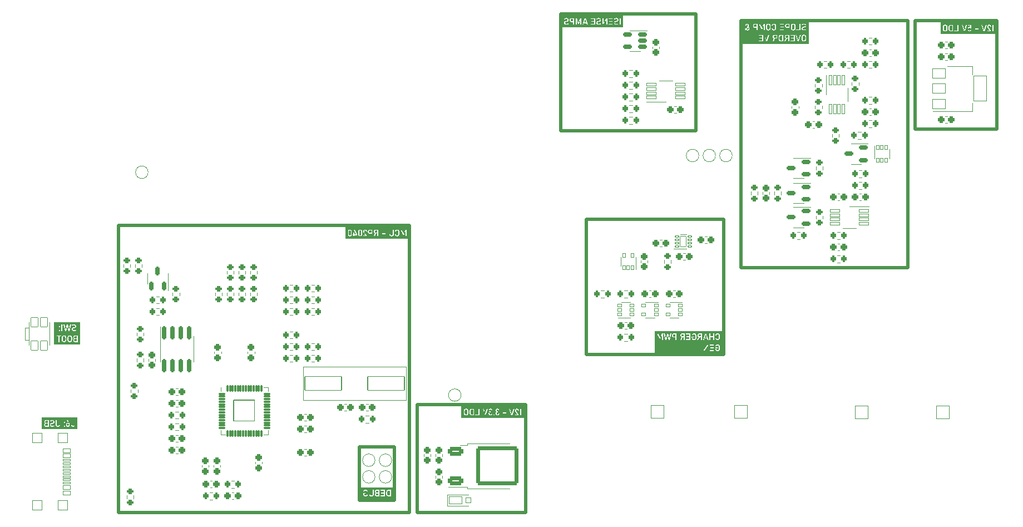
<source format=gbo>
G04 #@! TF.GenerationSoftware,KiCad,Pcbnew,7.0.1*
G04 #@! TF.CreationDate,2024-01-14T13:20:50-08:00*
G04 #@! TF.ProjectId,POWERCORE-V2.0_MOTHERBOARD,504f5745-5243-44f5-9245-2d56322e305f,rev?*
G04 #@! TF.SameCoordinates,PX791ddbePYb90347e*
G04 #@! TF.FileFunction,Legend,Bot*
G04 #@! TF.FilePolarity,Positive*
%FSLAX46Y46*%
G04 Gerber Fmt 4.6, Leading zero omitted, Abs format (unit mm)*
G04 Created by KiCad (PCBNEW 7.0.1) date 2024-01-14 13:20:50*
%MOMM*%
%LPD*%
G01*
G04 APERTURE LIST*
G04 Aperture macros list*
%AMRoundRect*
0 Rectangle with rounded corners*
0 $1 Rounding radius*
0 $2 $3 $4 $5 $6 $7 $8 $9 X,Y pos of 4 corners*
0 Add a 4 corners polygon primitive as box body*
4,1,4,$2,$3,$4,$5,$6,$7,$8,$9,$2,$3,0*
0 Add four circle primitives for the rounded corners*
1,1,$1+$1,$2,$3*
1,1,$1+$1,$4,$5*
1,1,$1+$1,$6,$7*
1,1,$1+$1,$8,$9*
0 Add four rect primitives between the rounded corners*
20,1,$1+$1,$2,$3,$4,$5,0*
20,1,$1+$1,$4,$5,$6,$7,0*
20,1,$1+$1,$6,$7,$8,$9,0*
20,1,$1+$1,$8,$9,$2,$3,0*%
G04 Aperture macros list end*
%ADD10C,0.508000*%
%ADD11C,0.150000*%
%ADD12C,0.120000*%
%ADD13C,0.100000*%
%ADD14C,1.879600*%
%ADD15C,3.276600*%
%ADD16C,1.752600*%
%ADD17C,2.201600*%
%ADD18RoundRect,0.050800X-1.000000X1.000000X-1.000000X-1.000000X1.000000X-1.000000X1.000000X1.000000X0*%
%ADD19C,2.101600*%
%ADD20C,3.101600*%
%ADD21RoundRect,0.250800X-0.275000X0.200000X-0.275000X-0.200000X0.275000X-0.200000X0.275000X0.200000X0*%
%ADD22RoundRect,0.275800X-0.250000X0.225000X-0.250000X-0.225000X0.250000X-0.225000X0.250000X0.225000X0*%
%ADD23RoundRect,0.250800X-0.200000X-0.275000X0.200000X-0.275000X0.200000X0.275000X-0.200000X0.275000X0*%
%ADD24RoundRect,0.275800X-0.225000X-0.250000X0.225000X-0.250000X0.225000X0.250000X-0.225000X0.250000X0*%
%ADD25RoundRect,0.050800X0.200000X-0.325000X0.200000X0.325000X-0.200000X0.325000X-0.200000X-0.325000X0*%
%ADD26RoundRect,0.250800X0.275000X-0.200000X0.275000X0.200000X-0.275000X0.200000X-0.275000X-0.200000X0*%
%ADD27RoundRect,0.275800X0.225000X0.250000X-0.225000X0.250000X-0.225000X-0.250000X0.225000X-0.250000X0*%
%ADD28C,1.601600*%
%ADD29RoundRect,0.250800X0.200000X0.275000X-0.200000X0.275000X-0.200000X-0.275000X0.200000X-0.275000X0*%
%ADD30RoundRect,0.200800X0.150000X-0.512500X0.150000X0.512500X-0.150000X0.512500X-0.150000X-0.512500X0*%
%ADD31RoundRect,0.300800X-0.850000X-0.350000X0.850000X-0.350000X0.850000X0.350000X-0.850000X0.350000X0*%
%ADD32RoundRect,0.300797X-2.950003X-2.650003X2.950003X-2.650003X2.950003X2.650003X-2.950003X2.650003X0*%
%ADD33RoundRect,0.050800X0.325000X0.200000X-0.325000X0.200000X-0.325000X-0.200000X0.325000X-0.200000X0*%
%ADD34RoundRect,0.275800X0.250000X-0.225000X0.250000X0.225000X-0.250000X0.225000X-0.250000X-0.225000X0*%
%ADD35RoundRect,0.100800X-0.050000X0.387500X-0.050000X-0.387500X0.050000X-0.387500X0.050000X0.387500X0*%
%ADD36RoundRect,0.100800X-0.387500X0.050000X-0.387500X-0.050000X0.387500X-0.050000X0.387500X0.050000X0*%
%ADD37RoundRect,0.050800X-1.600000X1.600000X-1.600000X-1.600000X1.600000X-1.600000X1.600000X1.600000X0*%
%ADD38RoundRect,0.200800X0.512500X0.150000X-0.512500X0.150000X-0.512500X-0.150000X0.512500X-0.150000X0*%
%ADD39RoundRect,0.050800X-0.325000X-0.200000X0.325000X-0.200000X0.325000X0.200000X-0.325000X0.200000X0*%
%ADD40RoundRect,0.050800X-0.200000X0.325000X-0.200000X-0.325000X0.200000X-0.325000X0.200000X0.325000X0*%
%ADD41RoundRect,0.050800X-0.725000X0.225000X-0.725000X-0.225000X0.725000X-0.225000X0.725000X0.225000X0*%
%ADD42RoundRect,0.200800X-0.150000X0.825000X-0.150000X-0.825000X0.150000X-0.825000X0.150000X0.825000X0*%
%ADD43RoundRect,0.050800X0.525000X-0.700000X0.525000X0.700000X-0.525000X0.700000X-0.525000X-0.700000X0*%
%ADD44RoundRect,0.050800X-1.000000X-0.550000X1.000000X-0.550000X1.000000X0.550000X-1.000000X0.550000X0*%
%ADD45RoundRect,0.050800X-0.400000X-0.400000X0.400000X-0.400000X0.400000X0.400000X-0.400000X0.400000X0*%
%ADD46RoundRect,0.050800X-0.250000X-0.125000X0.250000X-0.125000X0.250000X0.125000X-0.250000X0.125000X0*%
%ADD47RoundRect,0.050800X-0.450000X-0.800000X0.450000X-0.800000X0.450000X0.800000X-0.450000X0.800000X0*%
%ADD48C,2.000000*%
%ADD49RoundRect,0.050800X-1.000000X-0.750000X1.000000X-0.750000X1.000000X0.750000X-1.000000X0.750000X0*%
%ADD50RoundRect,0.050800X-1.000000X-1.900000X1.000000X-1.900000X1.000000X1.900000X-1.000000X1.900000X0*%
%ADD51RoundRect,0.050800X0.725000X-0.225000X0.725000X0.225000X-0.725000X0.225000X-0.725000X-0.225000X0*%
%ADD52RoundRect,0.050800X2.800000X1.050000X-2.800000X1.050000X-2.800000X-1.050000X2.800000X-1.050000X0*%
%ADD53RoundRect,0.050800X-0.225000X-0.725000X0.225000X-0.725000X0.225000X0.725000X-0.225000X0.725000X0*%
%ADD54C,0.751600*%
%ADD55RoundRect,0.050800X0.575000X-0.300000X0.575000X0.300000X-0.575000X0.300000X-0.575000X-0.300000X0*%
%ADD56RoundRect,0.050800X0.575000X-0.150000X0.575000X0.150000X-0.575000X0.150000X-0.575000X-0.150000X0*%
%ADD57RoundRect,0.050800X0.750000X-0.750000X0.750000X0.750000X-0.750000X0.750000X-0.750000X-0.750000X0*%
%ADD58RoundRect,0.050800X-0.750000X-0.750000X0.750000X-0.750000X0.750000X0.750000X-0.750000X0.750000X0*%
G04 APERTURE END LIST*
D10*
X81534000Y80899000D02*
X102108000Y80899000D01*
X102108000Y63119000D01*
X81534000Y63119000D01*
X81534000Y80899000D01*
X59690000Y21463000D02*
X76200000Y21463000D01*
X76200000Y5080000D01*
X59690000Y5080000D01*
X59690000Y21463000D01*
X50927002Y15056998D02*
X56261002Y15056998D01*
X56261002Y6928998D01*
X50927002Y6928998D01*
X50927002Y15056998D01*
X14224002Y48711998D02*
X58547002Y48711998D01*
X58547002Y5023998D01*
X14224002Y5023998D01*
X14224002Y48711998D01*
X85407500Y49657000D02*
X106362500Y49657000D01*
X106362500Y29083000D01*
X85407500Y29083000D01*
X85407500Y49657000D01*
X108966000Y79883000D02*
X134366000Y79883000D01*
X134366000Y42291000D01*
X108966000Y42291000D01*
X108966000Y79883000D01*
X135509000Y79883000D02*
X147955000Y79883000D01*
X147955000Y63373000D01*
X135509000Y63373000D01*
X135509000Y79883000D01*
D11*
G36*
X67134962Y20721579D02*
G01*
X67146167Y20720860D01*
X67157089Y20719663D01*
X67167726Y20717987D01*
X67178078Y20715832D01*
X67188147Y20713197D01*
X67197931Y20710084D01*
X67207430Y20706492D01*
X67216646Y20702421D01*
X67225577Y20697871D01*
X67234224Y20692842D01*
X67242586Y20687334D01*
X67250664Y20681348D01*
X67258458Y20674882D01*
X67265968Y20667937D01*
X67273193Y20660513D01*
X67280054Y20652721D01*
X67286474Y20644611D01*
X67292450Y20636182D01*
X67297983Y20627434D01*
X67303074Y20618367D01*
X67307723Y20608982D01*
X67311928Y20599278D01*
X67315691Y20589256D01*
X67319011Y20578914D01*
X67321889Y20568254D01*
X67324324Y20557276D01*
X67326316Y20545979D01*
X67327865Y20534363D01*
X67328972Y20522428D01*
X67329636Y20510175D01*
X67329857Y20497603D01*
X67329857Y20206466D01*
X67329636Y20193951D01*
X67328972Y20181748D01*
X67327865Y20169855D01*
X67326316Y20158274D01*
X67324324Y20147003D01*
X67321889Y20136044D01*
X67319011Y20125395D01*
X67315691Y20115058D01*
X67311928Y20105032D01*
X67307723Y20095316D01*
X67303074Y20085912D01*
X67297983Y20076819D01*
X67292450Y20068037D01*
X67286474Y20059565D01*
X67280054Y20051405D01*
X67273193Y20043556D01*
X67265968Y20036132D01*
X67258458Y20029188D01*
X67250664Y20022722D01*
X67242586Y20016735D01*
X67234224Y20011227D01*
X67225577Y20006198D01*
X67216646Y20001648D01*
X67207430Y19997577D01*
X67197931Y19993985D01*
X67188147Y19990872D01*
X67178078Y19988238D01*
X67167726Y19986083D01*
X67157089Y19984406D01*
X67146167Y19983209D01*
X67134962Y19982490D01*
X67123472Y19982251D01*
X67111924Y19982490D01*
X67100666Y19983209D01*
X67089698Y19984406D01*
X67079020Y19986083D01*
X67068632Y19988238D01*
X67058534Y19990872D01*
X67048726Y19993985D01*
X67039208Y19997577D01*
X67029980Y20001648D01*
X67021043Y20006198D01*
X67012395Y20011227D01*
X67004037Y20016735D01*
X66995970Y20022722D01*
X66988192Y20029188D01*
X66980704Y20036132D01*
X66973507Y20043556D01*
X66966675Y20051405D01*
X66960283Y20059565D01*
X66954333Y20068037D01*
X66948823Y20076819D01*
X66943754Y20085912D01*
X66939126Y20095316D01*
X66934938Y20105032D01*
X66931192Y20115058D01*
X66927886Y20125395D01*
X66925021Y20136044D01*
X66922597Y20147003D01*
X66920613Y20158274D01*
X66919070Y20169855D01*
X66917968Y20181748D01*
X66917307Y20193951D01*
X66917087Y20206466D01*
X66917087Y20497603D01*
X66917307Y20510175D01*
X66917968Y20522428D01*
X66919070Y20534363D01*
X66920613Y20545979D01*
X66922597Y20557276D01*
X66925021Y20568254D01*
X66927886Y20578914D01*
X66931192Y20589256D01*
X66934938Y20599278D01*
X66939126Y20608982D01*
X66943754Y20618367D01*
X66948823Y20627434D01*
X66954333Y20636182D01*
X66960283Y20644611D01*
X66966675Y20652721D01*
X66973507Y20660513D01*
X66980704Y20667937D01*
X66988192Y20674882D01*
X66995970Y20681348D01*
X67004037Y20687334D01*
X67012395Y20692842D01*
X67021043Y20697871D01*
X67029980Y20702421D01*
X67039208Y20706492D01*
X67048726Y20710084D01*
X67058534Y20713197D01*
X67068632Y20715832D01*
X67079020Y20717987D01*
X67089698Y20719663D01*
X67100666Y20720860D01*
X67111924Y20721579D01*
X67123472Y20721818D01*
X67134962Y20721579D01*
G37*
G36*
X68203758Y19987624D02*
G01*
X68023995Y19987624D01*
X68010449Y19987847D01*
X67997289Y19988514D01*
X67984514Y19989625D01*
X67972124Y19991181D01*
X67960120Y19993182D01*
X67948501Y19995627D01*
X67937268Y19998517D01*
X67926420Y20001852D01*
X67915958Y20005631D01*
X67905881Y20009854D01*
X67896190Y20014523D01*
X67886883Y20019635D01*
X67877963Y20025193D01*
X67869428Y20031195D01*
X67861278Y20037642D01*
X67853514Y20044533D01*
X67846179Y20051860D01*
X67839317Y20059554D01*
X67832929Y20067614D01*
X67827013Y20076040D01*
X67821571Y20084833D01*
X67816603Y20093992D01*
X67812107Y20103518D01*
X67808085Y20113409D01*
X67804535Y20123668D01*
X67801460Y20134292D01*
X67798857Y20145283D01*
X67796727Y20156640D01*
X67795071Y20168364D01*
X67793888Y20180454D01*
X67793178Y20192910D01*
X67792942Y20205733D01*
X67792942Y20498336D01*
X67793178Y20511129D01*
X67793888Y20523558D01*
X67795071Y20535622D01*
X67796727Y20547322D01*
X67798857Y20558657D01*
X67801460Y20569628D01*
X67804535Y20580235D01*
X67808085Y20590477D01*
X67812107Y20600354D01*
X67816603Y20609867D01*
X67821571Y20619016D01*
X67827013Y20627800D01*
X67832929Y20636220D01*
X67839317Y20644275D01*
X67846179Y20651966D01*
X67853514Y20659292D01*
X67861278Y20666213D01*
X67869428Y20672687D01*
X67877963Y20678715D01*
X67886883Y20684297D01*
X67896190Y20689431D01*
X67905881Y20694120D01*
X67915958Y20698362D01*
X67926420Y20702157D01*
X67937268Y20705506D01*
X67948501Y20708408D01*
X67960120Y20710864D01*
X67972124Y20712873D01*
X67984514Y20714436D01*
X67997289Y20715552D01*
X68010449Y20716222D01*
X68023995Y20716445D01*
X68203758Y20716445D01*
X68203758Y19987624D01*
G37*
G36*
X75998307Y19476885D02*
G01*
X66406348Y19476885D01*
X66406348Y20211107D01*
X66774205Y20211107D01*
X66774263Y20206466D01*
X66774374Y20197474D01*
X66774884Y20184053D01*
X66775733Y20170844D01*
X66776922Y20157846D01*
X66778450Y20145061D01*
X66780318Y20132487D01*
X66782526Y20120125D01*
X66785073Y20107975D01*
X66787960Y20096037D01*
X66791187Y20084310D01*
X66794754Y20072795D01*
X66798659Y20061493D01*
X66802905Y20050401D01*
X66807490Y20039522D01*
X66812415Y20028855D01*
X66817680Y20018399D01*
X66823222Y20008195D01*
X66829041Y19998283D01*
X66835137Y19988663D01*
X66841509Y19979335D01*
X66848158Y19970299D01*
X66855083Y19961555D01*
X66862286Y19953103D01*
X66869765Y19944943D01*
X66877520Y19937075D01*
X66885553Y19929498D01*
X66893862Y19922214D01*
X66902447Y19915222D01*
X66911310Y19908521D01*
X66920449Y19902113D01*
X66929865Y19895996D01*
X66939557Y19890171D01*
X66949492Y19884670D01*
X66959635Y19879524D01*
X66969985Y19874733D01*
X66980544Y19870296D01*
X66991311Y19866215D01*
X67002286Y19862488D01*
X67013468Y19859116D01*
X67024859Y19856100D01*
X67036458Y19853438D01*
X67048264Y19851131D01*
X67060279Y19849179D01*
X67072502Y19847582D01*
X67084932Y19846339D01*
X67097571Y19845452D01*
X67110417Y19844920D01*
X67123472Y19844742D01*
X67136527Y19844920D01*
X67149373Y19845452D01*
X67162012Y19846339D01*
X67174442Y19847582D01*
X67186665Y19849179D01*
X67198680Y19851131D01*
X67210486Y19853438D01*
X67222085Y19856100D01*
X67233476Y19859116D01*
X67244658Y19862488D01*
X67255633Y19866215D01*
X67266400Y19870296D01*
X67276959Y19874733D01*
X67287309Y19879524D01*
X67297452Y19884670D01*
X67307387Y19890171D01*
X67317080Y19895996D01*
X67326499Y19902113D01*
X67335643Y19908521D01*
X67344512Y19915222D01*
X67353106Y19922214D01*
X67361426Y19929498D01*
X67369470Y19937075D01*
X67377240Y19944943D01*
X67384735Y19953103D01*
X67391956Y19961555D01*
X67398902Y19970299D01*
X67405572Y19979335D01*
X67411969Y19988663D01*
X67418090Y19998283D01*
X67423936Y20008195D01*
X67429508Y20018399D01*
X67434743Y20028855D01*
X67439640Y20039522D01*
X67444200Y20050401D01*
X67448422Y20061493D01*
X67452306Y20072795D01*
X67455852Y20084310D01*
X67459061Y20096037D01*
X67461931Y20107975D01*
X67464465Y20120125D01*
X67466660Y20132487D01*
X67468517Y20145061D01*
X67470037Y20157846D01*
X67471219Y20170844D01*
X67472064Y20184053D01*
X67472570Y20197474D01*
X67472739Y20211107D01*
X67650060Y20211107D01*
X67650233Y20197131D01*
X67650754Y20183416D01*
X67651622Y20169959D01*
X67652838Y20156763D01*
X67654401Y20143825D01*
X67656311Y20131148D01*
X67658568Y20118729D01*
X67661173Y20106571D01*
X67664124Y20094671D01*
X67667424Y20083032D01*
X67671070Y20071652D01*
X67675064Y20060531D01*
X67679405Y20049670D01*
X67684093Y20039068D01*
X67689129Y20028726D01*
X67694512Y20018643D01*
X67700226Y20008837D01*
X67706254Y19999325D01*
X67712598Y19990107D01*
X67719257Y19981182D01*
X67726230Y19972552D01*
X67733518Y19964215D01*
X67741121Y19956172D01*
X67749039Y19948423D01*
X67757272Y19940968D01*
X67765819Y19933807D01*
X67774682Y19926940D01*
X67783859Y19920366D01*
X67793351Y19914086D01*
X67803158Y19908100D01*
X67813280Y19902408D01*
X67823716Y19897010D01*
X67834450Y19891923D01*
X67845461Y19887164D01*
X67856752Y19882734D01*
X67868321Y19878631D01*
X67880169Y19874857D01*
X67892295Y19871411D01*
X67904700Y19868293D01*
X67917383Y19865503D01*
X67930345Y19863041D01*
X67943586Y19860908D01*
X67957105Y19859103D01*
X67970903Y19857626D01*
X67984979Y19856477D01*
X67999334Y19855657D01*
X68013968Y19855165D01*
X68028880Y19855000D01*
X68203758Y19855000D01*
X68248943Y19855000D01*
X68343221Y19855000D01*
X68506863Y19855000D01*
X69005852Y19855000D01*
X69075705Y19855000D01*
X69145314Y19855000D01*
X69145314Y20848825D01*
X69664086Y20848825D01*
X69987952Y19855000D01*
X70120576Y19855000D01*
X70206602Y20118783D01*
X70560213Y20118783D01*
X70560504Y20102709D01*
X70561377Y20087092D01*
X70562832Y20071934D01*
X70564869Y20057234D01*
X70567488Y20042991D01*
X70570689Y20029207D01*
X70574472Y20015880D01*
X70578837Y20003012D01*
X70583783Y19990601D01*
X70589312Y19978648D01*
X70595423Y19967154D01*
X70602116Y19956117D01*
X70609391Y19945538D01*
X70617248Y19935417D01*
X70625686Y19925755D01*
X70634707Y19916550D01*
X70644259Y19907854D01*
X70654292Y19899720D01*
X70664806Y19892146D01*
X70675801Y19885134D01*
X70687277Y19878683D01*
X70699233Y19872792D01*
X70711670Y19867463D01*
X70724588Y19862694D01*
X70737987Y19858487D01*
X70751867Y19854840D01*
X70766228Y19851755D01*
X70781070Y19849230D01*
X70796392Y19847267D01*
X70812195Y19845864D01*
X70828479Y19845023D01*
X70845244Y19844742D01*
X70855666Y19844861D01*
X70865925Y19845216D01*
X70876022Y19845807D01*
X70885957Y19846635D01*
X70895729Y19847700D01*
X70910084Y19849741D01*
X70924074Y19852314D01*
X70937699Y19855419D01*
X70950959Y19859057D01*
X70963854Y19863227D01*
X70976384Y19867930D01*
X70988549Y19873165D01*
X70992523Y19875028D01*
X71004165Y19880989D01*
X71015369Y19887422D01*
X71026135Y19894327D01*
X71036464Y19901704D01*
X71046354Y19909554D01*
X71055807Y19917876D01*
X71064821Y19926670D01*
X71073398Y19935936D01*
X71081537Y19945675D01*
X71089237Y19955886D01*
X71094128Y19962956D01*
X71101034Y19973935D01*
X71107463Y19985347D01*
X71113416Y19997193D01*
X71115248Y20001302D01*
X71289522Y20001302D01*
X71289522Y19855000D01*
X71435824Y19855000D01*
X71435824Y20001302D01*
X71289522Y20001302D01*
X71115248Y20001302D01*
X71118892Y20009473D01*
X71123891Y20022186D01*
X71128414Y20035333D01*
X71132461Y20048913D01*
X71136031Y20062927D01*
X71138146Y20072511D01*
X71140049Y20082288D01*
X71141741Y20092257D01*
X71143221Y20102419D01*
X71001071Y20102419D01*
X70999008Y20090677D01*
X70996392Y20079541D01*
X70993221Y20069010D01*
X70989497Y20059084D01*
X70985218Y20049764D01*
X70980386Y20041050D01*
X70973082Y20030372D01*
X70964793Y20020770D01*
X70955519Y20012244D01*
X70950513Y20008385D01*
X70939892Y20001458D01*
X70928547Y19995455D01*
X70919561Y19991559D01*
X70910168Y19988182D01*
X70900367Y19985325D01*
X70890158Y19982988D01*
X70879542Y19981169D01*
X70868517Y19979871D01*
X70857085Y19979091D01*
X70845244Y19978832D01*
X70832557Y19979156D01*
X70820415Y19980128D01*
X70808818Y19981749D01*
X70797766Y19984018D01*
X70787259Y19986935D01*
X70777298Y19990501D01*
X70767882Y19994715D01*
X70759011Y19999577D01*
X70750686Y20005087D01*
X70742906Y20011246D01*
X70738022Y20015712D01*
X70731169Y20022891D01*
X70724990Y20030599D01*
X70719485Y20038834D01*
X70714655Y20047597D01*
X70710498Y20056889D01*
X70707015Y20066708D01*
X70704207Y20077056D01*
X70702072Y20087932D01*
X70700612Y20099336D01*
X70699825Y20111268D01*
X70699689Y20118783D01*
X71616319Y20118783D01*
X71616610Y20102709D01*
X71617483Y20087092D01*
X71618938Y20071934D01*
X71620975Y20057234D01*
X71623594Y20042991D01*
X71626795Y20029207D01*
X71630578Y20015880D01*
X71634943Y20003012D01*
X71639889Y19990601D01*
X71645418Y19978648D01*
X71651529Y19967154D01*
X71658222Y19956117D01*
X71665497Y19945538D01*
X71673354Y19935417D01*
X71681792Y19925755D01*
X71690813Y19916550D01*
X71700365Y19907854D01*
X71710398Y19899720D01*
X71720912Y19892146D01*
X71731907Y19885134D01*
X71743383Y19878683D01*
X71755339Y19872792D01*
X71767776Y19867463D01*
X71780695Y19862694D01*
X71794094Y19858487D01*
X71807973Y19854840D01*
X71822334Y19851755D01*
X71837176Y19849230D01*
X71852498Y19847267D01*
X71868301Y19845864D01*
X71884586Y19845023D01*
X71901351Y19844742D01*
X71911772Y19844861D01*
X71922031Y19845216D01*
X71932128Y19845807D01*
X71942063Y19846635D01*
X71951835Y19847700D01*
X71966190Y19849741D01*
X71980180Y19852314D01*
X71993805Y19855419D01*
X72007065Y19859057D01*
X72019960Y19863227D01*
X72032490Y19867930D01*
X72044655Y19873165D01*
X72048629Y19875028D01*
X72060271Y19880989D01*
X72071475Y19887422D01*
X72082241Y19894327D01*
X72092570Y19901704D01*
X72102460Y19909554D01*
X72111913Y19917876D01*
X72120927Y19926670D01*
X72129504Y19935936D01*
X72137643Y19945675D01*
X72145343Y19955886D01*
X72150234Y19962956D01*
X72157140Y19973935D01*
X72163569Y19985347D01*
X72169522Y19997193D01*
X72174998Y20009473D01*
X72179997Y20022186D01*
X72184521Y20035333D01*
X72188567Y20048913D01*
X72192137Y20062927D01*
X72194252Y20072511D01*
X72196155Y20082288D01*
X72197847Y20092257D01*
X72199327Y20102419D01*
X72057177Y20102419D01*
X72055115Y20090677D01*
X72052498Y20079541D01*
X72049327Y20069010D01*
X72045603Y20059084D01*
X72041324Y20049764D01*
X72036492Y20041050D01*
X72029188Y20030372D01*
X72020899Y20020770D01*
X72011625Y20012244D01*
X72006619Y20008385D01*
X71995998Y20001458D01*
X71984653Y19995455D01*
X71975667Y19991559D01*
X71966274Y19988182D01*
X71956473Y19985325D01*
X71946264Y19982988D01*
X71935648Y19981169D01*
X71924623Y19979871D01*
X71913191Y19979091D01*
X71901351Y19978832D01*
X71888663Y19979156D01*
X71876521Y19980128D01*
X71864924Y19981749D01*
X71853872Y19984018D01*
X71843365Y19986935D01*
X71833404Y19990501D01*
X71823988Y19994715D01*
X71815118Y19999577D01*
X71806792Y20005087D01*
X71799012Y20011246D01*
X71794128Y20015712D01*
X71787275Y20022891D01*
X71781096Y20030599D01*
X71775591Y20038834D01*
X71770761Y20047597D01*
X71766604Y20056889D01*
X71763121Y20066708D01*
X71760313Y20077056D01*
X71758178Y20087932D01*
X71756718Y20099336D01*
X71755932Y20111268D01*
X71755782Y20119516D01*
X71755782Y20149557D01*
X71756099Y20163227D01*
X71757053Y20176299D01*
X71758641Y20188775D01*
X71760865Y20200654D01*
X71763724Y20211936D01*
X71767219Y20222621D01*
X71771349Y20232710D01*
X71776115Y20242202D01*
X71781516Y20251097D01*
X71787552Y20259395D01*
X71791930Y20264596D01*
X71798974Y20271885D01*
X71805494Y20277541D01*
X72738371Y20277541D01*
X72738371Y20144917D01*
X73197792Y20144917D01*
X73197792Y20277541D01*
X72738371Y20277541D01*
X71805494Y20277541D01*
X71806550Y20278457D01*
X71814659Y20284313D01*
X71823300Y20289451D01*
X71832473Y20293873D01*
X71842179Y20297577D01*
X71852417Y20300565D01*
X71863188Y20302835D01*
X71874490Y20304388D01*
X71886326Y20305225D01*
X71894512Y20305384D01*
X71964854Y20305384D01*
X71964854Y20438008D01*
X71894512Y20438008D01*
X71883713Y20438315D01*
X71873391Y20439236D01*
X71863546Y20440771D01*
X71851160Y20443772D01*
X71839622Y20447865D01*
X71828930Y20453050D01*
X71819086Y20459326D01*
X71810089Y20466693D01*
X71803898Y20472935D01*
X71796456Y20482113D01*
X71790006Y20492184D01*
X71784549Y20503149D01*
X71780084Y20515006D01*
X71777386Y20524485D01*
X71775247Y20534466D01*
X71773665Y20544950D01*
X71772642Y20555935D01*
X71772177Y20567424D01*
X71772146Y20571365D01*
X71772146Y20602139D01*
X71772444Y20612940D01*
X71773340Y20623268D01*
X71774832Y20633124D01*
X71777749Y20645531D01*
X71781728Y20657098D01*
X71786767Y20667826D01*
X71792867Y20677714D01*
X71800029Y20686762D01*
X71806096Y20692998D01*
X71814969Y20700554D01*
X71824735Y20707103D01*
X71835393Y20712644D01*
X71846945Y20717178D01*
X71859390Y20720704D01*
X71869310Y20722688D01*
X71879732Y20724104D01*
X71890657Y20724954D01*
X71902083Y20725238D01*
X71914963Y20724772D01*
X71927347Y20723375D01*
X71939235Y20721047D01*
X71950627Y20717788D01*
X71961522Y20713598D01*
X71971921Y20708477D01*
X71981825Y20702424D01*
X71991232Y20695440D01*
X72000032Y20687453D01*
X72008115Y20678389D01*
X72015481Y20668249D01*
X72022129Y20657033D01*
X72026644Y20647915D01*
X72030755Y20638191D01*
X72034463Y20627862D01*
X72037768Y20616928D01*
X72040669Y20605388D01*
X72041546Y20601407D01*
X72182963Y20601407D01*
X72180102Y20616575D01*
X72176834Y20631307D01*
X72173157Y20645602D01*
X72169071Y20659460D01*
X72164578Y20672881D01*
X72159675Y20685865D01*
X72154365Y20698412D01*
X72148646Y20710522D01*
X72142519Y20722195D01*
X72135984Y20733431D01*
X72129040Y20744231D01*
X72121688Y20754593D01*
X72113928Y20764518D01*
X72105759Y20774006D01*
X72097182Y20783057D01*
X72088196Y20791672D01*
X72078854Y20799835D01*
X72069206Y20807471D01*
X72059254Y20814581D01*
X72048995Y20821164D01*
X72038432Y20827221D01*
X72027563Y20832750D01*
X72016389Y20837754D01*
X72004909Y20842230D01*
X71993125Y20846180D01*
X71983783Y20848825D01*
X73702886Y20848825D01*
X74026752Y19855000D01*
X74159376Y19855000D01*
X74578985Y19855000D01*
X75139522Y19855000D01*
X75139522Y19975901D01*
X74792942Y20438008D01*
X74785637Y20447999D01*
X74778745Y20458067D01*
X74772265Y20468210D01*
X74766197Y20478430D01*
X74760541Y20488727D01*
X74755298Y20499099D01*
X74750466Y20509548D01*
X74746047Y20520074D01*
X74742097Y20530622D01*
X74738674Y20541018D01*
X74735777Y20551261D01*
X74733407Y20561351D01*
X74731564Y20571288D01*
X74730247Y20581073D01*
X74729342Y20593090D01*
X74729194Y20600185D01*
X74729194Y20601407D01*
X74729501Y20612345D01*
X74730422Y20622810D01*
X74731957Y20632804D01*
X74734958Y20645394D01*
X74739051Y20657144D01*
X74744236Y20668055D01*
X74750512Y20678126D01*
X74757879Y20687358D01*
X74764121Y20693730D01*
X74773311Y20701458D01*
X74783416Y20708156D01*
X74794438Y20713823D01*
X74806375Y20718460D01*
X74815929Y20721261D01*
X74825998Y20723483D01*
X74836583Y20725125D01*
X74847683Y20726188D01*
X74859297Y20726671D01*
X74863284Y20726703D01*
X74874356Y20726388D01*
X74885042Y20725441D01*
X74895342Y20723863D01*
X74905255Y20721654D01*
X74914782Y20718814D01*
X74923923Y20715343D01*
X74935509Y20709733D01*
X74946408Y20703001D01*
X74956621Y20695147D01*
X74961469Y20690800D01*
X74968308Y20683806D01*
X74974627Y20676288D01*
X74980426Y20668247D01*
X74985706Y20659681D01*
X74990467Y20650592D01*
X74994708Y20640980D01*
X74998430Y20630843D01*
X75001632Y20620183D01*
X75004314Y20608999D01*
X75006478Y20597291D01*
X75007631Y20589194D01*
X75007631Y20588462D01*
X75151734Y20588462D01*
X75151734Y20589194D01*
X75149222Y20605027D01*
X75146266Y20620408D01*
X75142864Y20635336D01*
X75139018Y20649813D01*
X75134728Y20663836D01*
X75129993Y20677408D01*
X75124813Y20690528D01*
X75119189Y20703195D01*
X75113120Y20715410D01*
X75106607Y20727173D01*
X75099649Y20738483D01*
X75092246Y20749341D01*
X75084399Y20759748D01*
X75076107Y20769701D01*
X75067370Y20779203D01*
X75058189Y20788252D01*
X75048618Y20796830D01*
X75038711Y20804853D01*
X75028468Y20812324D01*
X75017889Y20819241D01*
X75006975Y20825604D01*
X74995724Y20831415D01*
X74984138Y20836672D01*
X74972216Y20841375D01*
X74959958Y20845525D01*
X74948404Y20848825D01*
X75349571Y20848825D01*
X75349571Y19855000D01*
X75489034Y19855000D01*
X75489034Y20697150D01*
X75630450Y20610444D01*
X75630450Y20754547D01*
X75489034Y20848825D01*
X75349571Y20848825D01*
X74948404Y20848825D01*
X74947364Y20849122D01*
X74934435Y20852166D01*
X74921169Y20854656D01*
X74907568Y20856593D01*
X74893631Y20857976D01*
X74879358Y20858806D01*
X74864749Y20859083D01*
X74848226Y20858819D01*
X74832181Y20858026D01*
X74816612Y20856704D01*
X74801521Y20854854D01*
X74786906Y20852476D01*
X74772769Y20849569D01*
X74759108Y20846133D01*
X74745925Y20842169D01*
X74733218Y20837676D01*
X74720989Y20832655D01*
X74709237Y20827105D01*
X74697962Y20821027D01*
X74687163Y20814420D01*
X74676842Y20807284D01*
X74666998Y20799620D01*
X74657631Y20791428D01*
X74648758Y20782752D01*
X74640458Y20773640D01*
X74632730Y20764091D01*
X74625574Y20754104D01*
X74618991Y20743681D01*
X74612980Y20732821D01*
X74607542Y20721524D01*
X74602676Y20709789D01*
X74598383Y20697618D01*
X74594662Y20685010D01*
X74591514Y20671965D01*
X74588938Y20658483D01*
X74586934Y20644564D01*
X74585503Y20630208D01*
X74584644Y20615415D01*
X74584358Y20600185D01*
X74584358Y20599453D01*
X74584551Y20589516D01*
X74585131Y20579489D01*
X74586097Y20569371D01*
X74587449Y20559164D01*
X74589188Y20548867D01*
X74591313Y20538479D01*
X74593825Y20528001D01*
X74596723Y20517433D01*
X74600007Y20506775D01*
X74603678Y20496026D01*
X74606340Y20488811D01*
X74610568Y20478048D01*
X74615101Y20467376D01*
X74619939Y20456793D01*
X74625082Y20446301D01*
X74630529Y20435899D01*
X74636282Y20425587D01*
X74642339Y20415365D01*
X74648701Y20405234D01*
X74655368Y20395192D01*
X74662339Y20385241D01*
X74667157Y20378657D01*
X74954875Y19987624D01*
X74578985Y19987624D01*
X74578985Y19855000D01*
X74159376Y19855000D01*
X74483486Y20848825D01*
X74331811Y20848825D01*
X74093186Y20069690D01*
X73854561Y20848825D01*
X73702886Y20848825D01*
X71983783Y20848825D01*
X71981035Y20849603D01*
X71968639Y20852500D01*
X71955939Y20854870D01*
X71942933Y20856713D01*
X71929622Y20858030D01*
X71916005Y20858820D01*
X71902083Y20859083D01*
X71886222Y20858819D01*
X71870816Y20858026D01*
X71855867Y20856704D01*
X71841374Y20854854D01*
X71827336Y20852476D01*
X71813755Y20849569D01*
X71800630Y20846133D01*
X71787961Y20842169D01*
X71775748Y20837676D01*
X71763991Y20832655D01*
X71752690Y20827105D01*
X71741845Y20821027D01*
X71731456Y20814420D01*
X71721523Y20807284D01*
X71712046Y20799620D01*
X71703025Y20791428D01*
X71694507Y20782755D01*
X71686539Y20773651D01*
X71679120Y20764116D01*
X71672251Y20754150D01*
X71665931Y20743753D01*
X71660161Y20732924D01*
X71654940Y20721664D01*
X71650269Y20709973D01*
X71646147Y20697850D01*
X71642575Y20685296D01*
X71639553Y20672311D01*
X71637080Y20658895D01*
X71635156Y20645048D01*
X71633782Y20630769D01*
X71632958Y20616059D01*
X71632683Y20600918D01*
X71632683Y20584310D01*
X71633038Y20570514D01*
X71634100Y20557061D01*
X71635871Y20543952D01*
X71638351Y20531187D01*
X71641538Y20518765D01*
X71645435Y20506686D01*
X71650039Y20494951D01*
X71655352Y20483559D01*
X71661374Y20472511D01*
X71668103Y20461807D01*
X71672983Y20454861D01*
X71680834Y20444810D01*
X71689272Y20435266D01*
X71698299Y20426229D01*
X71707914Y20417698D01*
X71718117Y20409674D01*
X71728908Y20402156D01*
X71740288Y20395145D01*
X71752256Y20388641D01*
X71764811Y20382643D01*
X71777955Y20377152D01*
X71787045Y20373772D01*
X71777021Y20371458D01*
X71767284Y20368788D01*
X71757833Y20365764D01*
X71744193Y20360562D01*
X71731197Y20354561D01*
X71718845Y20347762D01*
X71707137Y20340164D01*
X71696073Y20331768D01*
X71685654Y20322573D01*
X71675878Y20312579D01*
X71666746Y20301787D01*
X71661016Y20294149D01*
X71653028Y20282129D01*
X71645826Y20269517D01*
X71639409Y20256312D01*
X71635568Y20247180D01*
X71632076Y20237784D01*
X71628934Y20228125D01*
X71626140Y20218202D01*
X71623696Y20208017D01*
X71621601Y20197568D01*
X71619855Y20186855D01*
X71618458Y20175880D01*
X71617410Y20164641D01*
X71616712Y20153138D01*
X71616363Y20141373D01*
X71616319Y20135391D01*
X71616319Y20118783D01*
X70699689Y20118783D01*
X70699676Y20119516D01*
X70699676Y20149557D01*
X70699993Y20163227D01*
X70700947Y20176299D01*
X70702535Y20188775D01*
X70704759Y20200654D01*
X70707618Y20211936D01*
X70711113Y20222621D01*
X70715243Y20232710D01*
X70720009Y20242202D01*
X70725410Y20251097D01*
X70731446Y20259395D01*
X70735824Y20264596D01*
X70742868Y20271885D01*
X70750444Y20278457D01*
X70758553Y20284313D01*
X70767194Y20289451D01*
X70776367Y20293873D01*
X70786073Y20297577D01*
X70796311Y20300565D01*
X70807081Y20302835D01*
X70818384Y20304388D01*
X70830220Y20305225D01*
X70838406Y20305384D01*
X70908748Y20305384D01*
X70908748Y20438008D01*
X70838406Y20438008D01*
X70827607Y20438315D01*
X70817285Y20439236D01*
X70807440Y20440771D01*
X70795054Y20443772D01*
X70783516Y20447865D01*
X70772824Y20453050D01*
X70762980Y20459326D01*
X70753983Y20466693D01*
X70747792Y20472935D01*
X70740350Y20482113D01*
X70733900Y20492184D01*
X70728443Y20503149D01*
X70723978Y20515006D01*
X70721280Y20524485D01*
X70719141Y20534466D01*
X70717559Y20544950D01*
X70716536Y20555935D01*
X70716071Y20567424D01*
X70716040Y20571365D01*
X70716040Y20602139D01*
X70716338Y20612940D01*
X70717234Y20623268D01*
X70718725Y20633124D01*
X70721643Y20645531D01*
X70725621Y20657098D01*
X70730661Y20667826D01*
X70736761Y20677714D01*
X70743923Y20686762D01*
X70749990Y20692998D01*
X70758863Y20700554D01*
X70768629Y20707103D01*
X70779287Y20712644D01*
X70790839Y20717178D01*
X70803284Y20720704D01*
X70813204Y20722688D01*
X70823626Y20724104D01*
X70834550Y20724954D01*
X70845977Y20725238D01*
X70858857Y20724772D01*
X70871241Y20723375D01*
X70883129Y20721047D01*
X70894520Y20717788D01*
X70905416Y20713598D01*
X70915815Y20708477D01*
X70925719Y20702424D01*
X70935126Y20695440D01*
X70943926Y20687453D01*
X70952009Y20678389D01*
X70959375Y20668249D01*
X70966023Y20657033D01*
X70970538Y20647915D01*
X70974649Y20638191D01*
X70978357Y20627862D01*
X70981662Y20616928D01*
X70984563Y20605388D01*
X70985440Y20601407D01*
X71126856Y20601407D01*
X71123996Y20616575D01*
X71120727Y20631307D01*
X71117050Y20645602D01*
X71112965Y20659460D01*
X71108471Y20672881D01*
X71103569Y20685865D01*
X71098259Y20698412D01*
X71092540Y20710522D01*
X71086413Y20722195D01*
X71079878Y20733431D01*
X71072934Y20744231D01*
X71065582Y20754593D01*
X71057822Y20764518D01*
X71049653Y20774006D01*
X71041076Y20783057D01*
X71032090Y20791672D01*
X71022748Y20799835D01*
X71013100Y20807471D01*
X71003147Y20814581D01*
X70992889Y20821164D01*
X70982326Y20827221D01*
X70971457Y20832750D01*
X70960283Y20837754D01*
X70948803Y20842230D01*
X70937019Y20846180D01*
X70924929Y20849603D01*
X70912533Y20852500D01*
X70899833Y20854870D01*
X70886827Y20856713D01*
X70873516Y20858030D01*
X70859899Y20858820D01*
X70845977Y20859083D01*
X70830116Y20858819D01*
X70814710Y20858026D01*
X70799761Y20856704D01*
X70785268Y20854854D01*
X70771230Y20852476D01*
X70757649Y20849569D01*
X70744524Y20846133D01*
X70731855Y20842169D01*
X70719642Y20837676D01*
X70707885Y20832655D01*
X70696584Y20827105D01*
X70685739Y20821027D01*
X70675350Y20814420D01*
X70665417Y20807284D01*
X70655940Y20799620D01*
X70646919Y20791428D01*
X70638401Y20782755D01*
X70630433Y20773651D01*
X70623014Y20764116D01*
X70616145Y20754150D01*
X70609825Y20743753D01*
X70604055Y20732924D01*
X70598834Y20721664D01*
X70594163Y20709973D01*
X70590041Y20697850D01*
X70586469Y20685296D01*
X70583447Y20672311D01*
X70580974Y20658895D01*
X70579050Y20645048D01*
X70577676Y20630769D01*
X70576852Y20616059D01*
X70576577Y20600918D01*
X70576577Y20584310D01*
X70576932Y20570514D01*
X70577994Y20557061D01*
X70579765Y20543952D01*
X70582245Y20531187D01*
X70585432Y20518765D01*
X70589329Y20506686D01*
X70593933Y20494951D01*
X70599246Y20483559D01*
X70605267Y20472511D01*
X70611997Y20461807D01*
X70616877Y20454861D01*
X70624728Y20444810D01*
X70633166Y20435266D01*
X70642193Y20426229D01*
X70651808Y20417698D01*
X70662011Y20409674D01*
X70672802Y20402156D01*
X70684182Y20395145D01*
X70696149Y20388641D01*
X70708705Y20382643D01*
X70721849Y20377152D01*
X70730939Y20373772D01*
X70720915Y20371458D01*
X70711178Y20368788D01*
X70701727Y20365764D01*
X70688087Y20360562D01*
X70675091Y20354561D01*
X70662739Y20347762D01*
X70651031Y20340164D01*
X70639967Y20331768D01*
X70629547Y20322573D01*
X70619772Y20312579D01*
X70610640Y20301787D01*
X70604909Y20294149D01*
X70596922Y20282129D01*
X70589720Y20269517D01*
X70583303Y20256312D01*
X70579462Y20247180D01*
X70575970Y20237784D01*
X70572828Y20228125D01*
X70570034Y20218202D01*
X70567590Y20208017D01*
X70565495Y20197568D01*
X70563749Y20186855D01*
X70562352Y20175880D01*
X70561304Y20164641D01*
X70560606Y20153138D01*
X70560257Y20141373D01*
X70560213Y20135391D01*
X70560213Y20118783D01*
X70206602Y20118783D01*
X70444686Y20848825D01*
X70293011Y20848825D01*
X70054386Y20069690D01*
X69815761Y20848825D01*
X69664086Y20848825D01*
X69145314Y20848825D01*
X69005852Y20848825D01*
X69005852Y19987624D01*
X68506863Y19987624D01*
X68506863Y19855000D01*
X68343221Y19855000D01*
X68343221Y20848825D01*
X68248943Y20848825D01*
X68028147Y20848825D01*
X68016946Y20848734D01*
X68005905Y20848460D01*
X67995024Y20848005D01*
X67984302Y20847367D01*
X67973740Y20846547D01*
X67963338Y20845545D01*
X67953096Y20844360D01*
X67943014Y20842993D01*
X67933091Y20841444D01*
X67923328Y20839713D01*
X67913725Y20837800D01*
X67894999Y20833426D01*
X67876911Y20828324D01*
X67859463Y20822493D01*
X67842654Y20815932D01*
X67826485Y20808643D01*
X67810954Y20800625D01*
X67796063Y20791878D01*
X67781811Y20782403D01*
X67768198Y20772198D01*
X67755225Y20761264D01*
X67748978Y20755524D01*
X67736999Y20743564D01*
X67725794Y20731008D01*
X67715361Y20717857D01*
X67705701Y20704111D01*
X67696814Y20689769D01*
X67688699Y20674832D01*
X67681358Y20659300D01*
X67674789Y20643172D01*
X67668993Y20626449D01*
X67663970Y20609131D01*
X67659720Y20591217D01*
X67656242Y20572708D01*
X67653537Y20553604D01*
X67652475Y20543828D01*
X67651605Y20533904D01*
X67650929Y20523831D01*
X67650446Y20513609D01*
X67650156Y20503238D01*
X67650060Y20492719D01*
X67650060Y20211107D01*
X67472739Y20211107D01*
X67472739Y20492719D01*
X67472570Y20506468D01*
X67472064Y20519994D01*
X67471219Y20533296D01*
X67470037Y20546376D01*
X67468517Y20559232D01*
X67466660Y20571865D01*
X67464465Y20584274D01*
X67461931Y20596461D01*
X67459061Y20608424D01*
X67455852Y20620164D01*
X67452306Y20631680D01*
X67448422Y20642974D01*
X67444200Y20654044D01*
X67439640Y20664891D01*
X67434743Y20675514D01*
X67429508Y20685915D01*
X67423936Y20696059D01*
X67418090Y20705916D01*
X67411969Y20715484D01*
X67405572Y20724765D01*
X67398902Y20733757D01*
X67391956Y20742461D01*
X67384735Y20750877D01*
X67377240Y20759004D01*
X67369470Y20766844D01*
X67361426Y20774395D01*
X67353106Y20781659D01*
X67344512Y20788634D01*
X67335643Y20795321D01*
X67326499Y20801720D01*
X67317080Y20807831D01*
X67307387Y20813654D01*
X67297452Y20819155D01*
X67287309Y20824301D01*
X67276959Y20829092D01*
X67266400Y20833529D01*
X67255633Y20837610D01*
X67244658Y20841337D01*
X67233476Y20844709D01*
X67222085Y20847726D01*
X67210486Y20850387D01*
X67198680Y20852694D01*
X67186665Y20854646D01*
X67174442Y20856244D01*
X67162012Y20857486D01*
X67149373Y20858373D01*
X67136527Y20858905D01*
X67123472Y20859083D01*
X67110417Y20858905D01*
X67097571Y20858373D01*
X67084932Y20857486D01*
X67072502Y20856244D01*
X67060279Y20854646D01*
X67048264Y20852694D01*
X67036458Y20850387D01*
X67024859Y20847726D01*
X67013468Y20844709D01*
X67002286Y20841337D01*
X66991311Y20837610D01*
X66980544Y20833529D01*
X66969985Y20829092D01*
X66959635Y20824301D01*
X66949492Y20819155D01*
X66939557Y20813654D01*
X66929865Y20807831D01*
X66920449Y20801720D01*
X66911310Y20795321D01*
X66902447Y20788634D01*
X66893862Y20781659D01*
X66885553Y20774395D01*
X66877520Y20766844D01*
X66869765Y20759004D01*
X66862286Y20750877D01*
X66855083Y20742461D01*
X66848158Y20733757D01*
X66841509Y20724765D01*
X66835137Y20715484D01*
X66829041Y20705916D01*
X66823222Y20696059D01*
X66817680Y20685915D01*
X66812415Y20675514D01*
X66807490Y20664891D01*
X66802905Y20654044D01*
X66798659Y20642974D01*
X66794754Y20631680D01*
X66791187Y20620164D01*
X66787960Y20608424D01*
X66785073Y20596461D01*
X66782526Y20584274D01*
X66780318Y20571865D01*
X66778450Y20559232D01*
X66776922Y20546376D01*
X66775733Y20533296D01*
X66774884Y20519994D01*
X66774374Y20506468D01*
X66774205Y20492719D01*
X66774205Y20211107D01*
X66406348Y20211107D01*
X66406348Y21226940D01*
X75998307Y21226940D01*
X75998307Y19476885D01*
G37*
G36*
X6538519Y18583331D02*
G01*
X6549417Y18582120D01*
X6559825Y18580102D01*
X6569744Y18577277D01*
X6579174Y18573645D01*
X6588114Y18569206D01*
X6596564Y18563960D01*
X6604526Y18557906D01*
X6611998Y18551045D01*
X6618980Y18543377D01*
X6623363Y18537817D01*
X6629474Y18528920D01*
X6634984Y18519359D01*
X6639892Y18509131D01*
X6644200Y18498238D01*
X6647906Y18486680D01*
X6651012Y18474456D01*
X6653516Y18461567D01*
X6655420Y18448012D01*
X6656722Y18433792D01*
X6657256Y18423942D01*
X6657524Y18413796D01*
X6657557Y18408613D01*
X6657557Y18407880D01*
X6657241Y18393990D01*
X6656295Y18380714D01*
X6654717Y18368053D01*
X6652508Y18356005D01*
X6649668Y18344571D01*
X6646197Y18333751D01*
X6642095Y18323545D01*
X6637361Y18313953D01*
X6631997Y18304975D01*
X6626001Y18296611D01*
X6621653Y18291376D01*
X6614662Y18284130D01*
X6607150Y18277597D01*
X6599120Y18271777D01*
X6590570Y18266669D01*
X6581500Y18262274D01*
X6571911Y18258592D01*
X6561802Y18255623D01*
X6551174Y18253366D01*
X6540026Y18251821D01*
X6528359Y18250990D01*
X6520292Y18250832D01*
X6507978Y18251190D01*
X6496221Y18252266D01*
X6485023Y18254058D01*
X6474382Y18256568D01*
X6464300Y18259794D01*
X6454776Y18263737D01*
X6445810Y18268398D01*
X6437403Y18273775D01*
X6429553Y18279870D01*
X6422261Y18286681D01*
X6417710Y18291620D01*
X6411338Y18299621D01*
X6405592Y18308235D01*
X6400473Y18317464D01*
X6395980Y18327306D01*
X6392115Y18337763D01*
X6388876Y18348833D01*
X6386265Y18360517D01*
X6384280Y18372816D01*
X6382922Y18385728D01*
X6382190Y18399254D01*
X6382051Y18408613D01*
X6382051Y18409345D01*
X6382198Y18419608D01*
X6382639Y18429575D01*
X6383851Y18443972D01*
X6385724Y18457702D01*
X6388259Y18470768D01*
X6391454Y18483168D01*
X6395311Y18494902D01*
X6399829Y18505971D01*
X6405008Y18516374D01*
X6410849Y18526112D01*
X6417350Y18535185D01*
X6419664Y18538061D01*
X6427000Y18546224D01*
X6434903Y18553583D01*
X6443372Y18560140D01*
X6452408Y18565893D01*
X6462011Y18570844D01*
X6472180Y18574992D01*
X6482917Y18578338D01*
X6494220Y18580880D01*
X6506089Y18582620D01*
X6518526Y18583556D01*
X6527131Y18583735D01*
X6538519Y18583331D01*
G37*
G36*
X3469455Y18256205D02*
G01*
X3256964Y18256205D01*
X3243356Y18256370D01*
X3230254Y18256865D01*
X3217657Y18257690D01*
X3205566Y18258846D01*
X3193981Y18260331D01*
X3182901Y18262147D01*
X3172327Y18264293D01*
X3162259Y18266768D01*
X3152696Y18269574D01*
X3139300Y18274402D01*
X3127042Y18279973D01*
X3115921Y18286286D01*
X3105939Y18293342D01*
X3099916Y18298459D01*
X3091666Y18306661D01*
X3084228Y18315332D01*
X3077601Y18324470D01*
X3071786Y18334076D01*
X3066782Y18344151D01*
X3062589Y18354693D01*
X3059208Y18365703D01*
X3056639Y18377182D01*
X3054881Y18389128D01*
X3053934Y18401542D01*
X3053754Y18410078D01*
X3053754Y18412032D01*
X3054099Y18425600D01*
X3055136Y18438645D01*
X3056864Y18451166D01*
X3059284Y18463163D01*
X3062394Y18474636D01*
X3066196Y18485585D01*
X3070689Y18496011D01*
X3075873Y18505913D01*
X3081748Y18515291D01*
X3088315Y18524145D01*
X3093077Y18529757D01*
X3100899Y18537657D01*
X3109618Y18544781D01*
X3119234Y18551127D01*
X3129748Y18556696D01*
X3141159Y18561488D01*
X3153467Y18565503D01*
X3166672Y18568741D01*
X3180775Y18571202D01*
X3190676Y18572411D01*
X3200975Y18573274D01*
X3211673Y18573792D01*
X3222770Y18573965D01*
X3469455Y18573965D01*
X3469455Y18256205D01*
G37*
G36*
X3469455Y18699750D02*
G01*
X3222770Y18699750D01*
X3208590Y18700072D01*
X3195084Y18701038D01*
X3182251Y18702648D01*
X3170093Y18704902D01*
X3158610Y18707800D01*
X3147800Y18711342D01*
X3137664Y18715528D01*
X3128202Y18720358D01*
X3119414Y18725832D01*
X3111301Y18731950D01*
X3106266Y18736386D01*
X3099238Y18743552D01*
X3092902Y18751310D01*
X3087257Y18759661D01*
X3082303Y18768604D01*
X3078041Y18778139D01*
X3074470Y18788267D01*
X3071589Y18798987D01*
X3069401Y18810300D01*
X3067903Y18822206D01*
X3067096Y18834704D01*
X3066943Y18843365D01*
X3067327Y18857002D01*
X3068480Y18869978D01*
X3070401Y18882292D01*
X3073091Y18893946D01*
X3076549Y18904938D01*
X3080776Y18915269D01*
X3085771Y18924939D01*
X3091535Y18933948D01*
X3098067Y18942296D01*
X3105368Y18949982D01*
X3110662Y18954740D01*
X3119244Y18961374D01*
X3128594Y18967356D01*
X3138713Y18972686D01*
X3149600Y18977363D01*
X3161256Y18981387D01*
X3173680Y18984758D01*
X3186873Y18987478D01*
X3200834Y18989544D01*
X3210568Y18990559D01*
X3220644Y18991284D01*
X3231062Y18991719D01*
X3241821Y18991864D01*
X3469455Y18991864D01*
X3469455Y18699750D01*
G37*
G36*
X7933753Y17748885D02*
G01*
X2545213Y17748885D01*
X2545213Y18397622D01*
X2913070Y18397622D01*
X2913377Y18382602D01*
X2914299Y18367950D01*
X2915835Y18353666D01*
X2917985Y18339751D01*
X2920750Y18326204D01*
X2924129Y18313026D01*
X2928123Y18300215D01*
X2932731Y18287773D01*
X2937954Y18275700D01*
X2943791Y18263994D01*
X2950242Y18252657D01*
X2957308Y18241688D01*
X2964989Y18231087D01*
X2973283Y18220855D01*
X2982192Y18210990D01*
X2991716Y18201495D01*
X3001765Y18192474D01*
X3012252Y18184035D01*
X3023175Y18176178D01*
X3034535Y18168903D01*
X3046332Y18162211D01*
X3058566Y18156100D01*
X3071237Y18150571D01*
X3084345Y18145624D01*
X3097890Y18141259D01*
X3111872Y18137476D01*
X3126291Y18134275D01*
X3141147Y18131656D01*
X3156440Y18129619D01*
X3172170Y18128164D01*
X3188336Y18127291D01*
X3204940Y18127000D01*
X3469455Y18127000D01*
X3526119Y18127000D01*
X3608185Y18127000D01*
X3608185Y18404460D01*
X3792588Y18404460D01*
X3792962Y18387545D01*
X3794084Y18371114D01*
X3795954Y18355167D01*
X3798572Y18339705D01*
X3801938Y18324728D01*
X3806052Y18310236D01*
X3810914Y18296228D01*
X3816524Y18282705D01*
X3822882Y18269667D01*
X3829988Y18257113D01*
X3837842Y18245044D01*
X3846444Y18233460D01*
X3855794Y18222360D01*
X3865892Y18211745D01*
X3876738Y18201615D01*
X3888332Y18191969D01*
X3900574Y18182860D01*
X3913428Y18174338D01*
X3926891Y18166404D01*
X3940966Y18159057D01*
X3955651Y18152299D01*
X3970947Y18146128D01*
X3986853Y18140545D01*
X4003370Y18135549D01*
X4020497Y18131141D01*
X4038236Y18127321D01*
X4056584Y18124089D01*
X4075544Y18121444D01*
X4085252Y18120342D01*
X4095114Y18119387D01*
X4105128Y18118579D01*
X4115294Y18117918D01*
X4125613Y18117403D01*
X4136085Y18117036D01*
X4146710Y18116816D01*
X4157487Y18116742D01*
X4171013Y18116863D01*
X4184389Y18117223D01*
X4197615Y18117824D01*
X4210690Y18118666D01*
X4223615Y18119748D01*
X4236390Y18121070D01*
X4249015Y18122633D01*
X4261489Y18124436D01*
X4273813Y18126480D01*
X4285987Y18128764D01*
X4294019Y18130420D01*
X4305901Y18133105D01*
X4317641Y18136030D01*
X4329239Y18139195D01*
X4340696Y18142602D01*
X4352011Y18146248D01*
X4363184Y18150135D01*
X4374216Y18154262D01*
X4385106Y18158630D01*
X4395855Y18163238D01*
X4406461Y18168087D01*
X4413454Y18171453D01*
X4423833Y18176702D01*
X4434087Y18182192D01*
X4444218Y18187922D01*
X4454223Y18193893D01*
X4464104Y18200104D01*
X4473861Y18206555D01*
X4483493Y18213247D01*
X4493001Y18220179D01*
X4502384Y18227352D01*
X4511642Y18234765D01*
X4517745Y18239841D01*
X4431039Y18346331D01*
X4420270Y18337340D01*
X4409303Y18328779D01*
X4398139Y18320648D01*
X4386778Y18312946D01*
X4375219Y18305673D01*
X4363462Y18298829D01*
X4351508Y18292415D01*
X4339356Y18286430D01*
X4327007Y18280874D01*
X4314461Y18275748D01*
X4305987Y18272569D01*
X4293061Y18268161D01*
X4279929Y18264186D01*
X4266591Y18260645D01*
X4253047Y18257537D01*
X4239297Y18254863D01*
X4225341Y18252622D01*
X4211179Y18250816D01*
X4196810Y18249442D01*
X4182236Y18248503D01*
X4172405Y18248118D01*
X4162483Y18247925D01*
X4157487Y18247901D01*
X4144183Y18248058D01*
X4131258Y18248530D01*
X4118713Y18249318D01*
X4106547Y18250419D01*
X4094762Y18251836D01*
X4083356Y18253568D01*
X4072329Y18255614D01*
X4061683Y18257976D01*
X4051416Y18260652D01*
X4041529Y18263643D01*
X4032022Y18266949D01*
X4022894Y18270569D01*
X4009915Y18276591D01*
X3997790Y18283321D01*
X3990181Y18288201D01*
X3979530Y18296082D01*
X3969928Y18304521D01*
X3961373Y18313519D01*
X3953865Y18323074D01*
X3947405Y18333188D01*
X3941992Y18343860D01*
X3937628Y18355089D01*
X3934310Y18366878D01*
X3932041Y18379224D01*
X3930818Y18392128D01*
X3930586Y18401041D01*
X3930586Y18401774D01*
X3930850Y18412164D01*
X3931642Y18422087D01*
X3933519Y18434589D01*
X3936336Y18446259D01*
X3940091Y18457098D01*
X3944785Y18467104D01*
X3950418Y18476278D01*
X3956990Y18484621D01*
X3960627Y18488480D01*
X3968432Y18495807D01*
X3976824Y18502646D01*
X3985804Y18508996D01*
X3995371Y18514858D01*
X4005526Y18520231D01*
X4016269Y18525116D01*
X4027600Y18529513D01*
X4039518Y18533421D01*
X4051875Y18537004D01*
X4061333Y18539587D01*
X4070955Y18542079D01*
X4080739Y18544481D01*
X4090687Y18546793D01*
X4100798Y18549015D01*
X4111071Y18551146D01*
X4121509Y18553188D01*
X4132109Y18555139D01*
X4142872Y18557000D01*
X4146496Y18557601D01*
X4157038Y18559417D01*
X4167597Y18561293D01*
X4178172Y18563229D01*
X4188766Y18565226D01*
X4199376Y18567282D01*
X4210003Y18569399D01*
X4220648Y18571575D01*
X4231310Y18573812D01*
X4241989Y18576109D01*
X4252685Y18578466D01*
X4259825Y18580071D01*
X4270416Y18582671D01*
X4280848Y18585524D01*
X4291121Y18588630D01*
X4301236Y18591989D01*
X4311191Y18595602D01*
X4320988Y18599468D01*
X4330626Y18603588D01*
X4340104Y18607960D01*
X4349425Y18612587D01*
X4358586Y18617466D01*
X4364605Y18620860D01*
X4373416Y18626291D01*
X4381896Y18632142D01*
X4390045Y18638415D01*
X4397864Y18645108D01*
X4405352Y18652222D01*
X4412510Y18659757D01*
X4419337Y18667713D01*
X4425834Y18676089D01*
X4432000Y18684886D01*
X4437835Y18694104D01*
X4441542Y18700483D01*
X4446736Y18710542D01*
X4451419Y18721211D01*
X4455592Y18732489D01*
X4459253Y18744378D01*
X4462404Y18756876D01*
X4465043Y18769983D01*
X4467172Y18783700D01*
X4468790Y18798027D01*
X4469585Y18807917D01*
X4470152Y18818078D01*
X4470493Y18828510D01*
X4470606Y18839213D01*
X4470606Y18839945D01*
X4470246Y18857042D01*
X4469164Y18873651D01*
X4467361Y18889771D01*
X4464836Y18905402D01*
X4461591Y18920546D01*
X4457623Y18935200D01*
X4452935Y18949366D01*
X4447526Y18963044D01*
X4441395Y18976233D01*
X4434543Y18988934D01*
X4426969Y19001146D01*
X4418674Y19012869D01*
X4409658Y19024104D01*
X4399921Y19034851D01*
X4389463Y19045109D01*
X4378283Y19054879D01*
X4366446Y19064107D01*
X4354019Y19072739D01*
X4340999Y19080776D01*
X4327389Y19088218D01*
X4313186Y19095065D01*
X4298392Y19101316D01*
X4283007Y19106971D01*
X4267030Y19112032D01*
X4250462Y19116497D01*
X4233302Y19120367D01*
X4230819Y19120825D01*
X4661360Y19120825D01*
X4661360Y18486526D01*
X4661450Y18475582D01*
X4661718Y18464794D01*
X4662165Y18454161D01*
X4662791Y18443684D01*
X4663596Y18433363D01*
X4664580Y18423196D01*
X4665743Y18413186D01*
X4667085Y18403331D01*
X4668605Y18393631D01*
X4672183Y18374699D01*
X4676476Y18356388D01*
X4681485Y18338699D01*
X4687210Y18321633D01*
X4693650Y18305189D01*
X4700805Y18289366D01*
X4708676Y18274166D01*
X4717263Y18259588D01*
X4726565Y18245631D01*
X4736583Y18232297D01*
X4747316Y18219585D01*
X4752951Y18213462D01*
X4764694Y18201750D01*
X4777024Y18190794D01*
X4789943Y18180593D01*
X4803448Y18171147D01*
X4817542Y18162458D01*
X4832223Y18154524D01*
X4847492Y18147345D01*
X4863349Y18140922D01*
X4879793Y18135255D01*
X4896826Y18130344D01*
X4914445Y18126188D01*
X4932653Y18122787D01*
X4951448Y18120143D01*
X4970831Y18118254D01*
X4980743Y18117592D01*
X4990802Y18117120D01*
X5001008Y18116837D01*
X5011360Y18116742D01*
X5021667Y18116837D01*
X5031829Y18117120D01*
X5041844Y18117592D01*
X5051714Y18118254D01*
X5071015Y18120143D01*
X5089732Y18122787D01*
X5107865Y18126188D01*
X5125414Y18130344D01*
X5142379Y18135255D01*
X5158761Y18140922D01*
X5174558Y18147345D01*
X5189772Y18154524D01*
X5204402Y18162458D01*
X5218448Y18171147D01*
X5231910Y18180593D01*
X5244788Y18190794D01*
X5257082Y18201750D01*
X5268792Y18213462D01*
X5279824Y18225864D01*
X5290144Y18238887D01*
X5299753Y18252532D01*
X5308650Y18266799D01*
X5312225Y18273302D01*
X5929225Y18273302D01*
X5929225Y18127000D01*
X6075526Y18127000D01*
X6075526Y18273302D01*
X5929225Y18273302D01*
X5312225Y18273302D01*
X5316835Y18281688D01*
X5324308Y18297200D01*
X5331069Y18313333D01*
X5337119Y18330088D01*
X5342457Y18347466D01*
X5347083Y18365465D01*
X5350998Y18384087D01*
X5354201Y18403331D01*
X5355535Y18413186D01*
X5356361Y18420336D01*
X6242588Y18420336D01*
X6242775Y18408613D01*
X6242872Y18402546D01*
X6243722Y18385261D01*
X6245139Y18368481D01*
X6247122Y18352208D01*
X6249672Y18336440D01*
X6252789Y18321177D01*
X6256473Y18306421D01*
X6260723Y18292170D01*
X6265541Y18278424D01*
X6270924Y18265185D01*
X6276875Y18252451D01*
X6283392Y18240222D01*
X6290476Y18228500D01*
X6298127Y18217283D01*
X6306344Y18206571D01*
X6315128Y18196365D01*
X6324431Y18186724D01*
X6334202Y18177704D01*
X6344443Y18169306D01*
X6355154Y18161530D01*
X6366334Y18154377D01*
X6377983Y18147845D01*
X6390101Y18141936D01*
X6402690Y18136648D01*
X6415747Y18131983D01*
X6429274Y18127939D01*
X6443270Y18124518D01*
X6457736Y18121719D01*
X6472671Y18119542D01*
X6488075Y18117986D01*
X6503949Y18117053D01*
X6520292Y18116742D01*
X6536547Y18117050D01*
X6552338Y18117971D01*
X6567665Y18119507D01*
X6582529Y18121658D01*
X6596928Y18124423D01*
X6610865Y18127802D01*
X6624337Y18131796D01*
X6637346Y18136404D01*
X6649891Y18141626D01*
X6661972Y18147463D01*
X6673590Y18153915D01*
X6684744Y18160981D01*
X6695435Y18168661D01*
X6705661Y18176956D01*
X6715424Y18185865D01*
X6724724Y18195388D01*
X6733478Y18205470D01*
X6741668Y18216054D01*
X6749293Y18227139D01*
X6756353Y18238726D01*
X6762849Y18250815D01*
X6768779Y18263406D01*
X6774145Y18276499D01*
X6778946Y18290094D01*
X6783182Y18304190D01*
X6786853Y18318788D01*
X6789959Y18333889D01*
X6792501Y18349490D01*
X6794478Y18365594D01*
X6795890Y18382200D01*
X6796737Y18399307D01*
X6797020Y18416917D01*
X6797020Y18417649D01*
X6796865Y18429762D01*
X6796401Y18442013D01*
X6795629Y18454400D01*
X6794547Y18466925D01*
X6793156Y18479588D01*
X6791455Y18492388D01*
X6789446Y18505325D01*
X6787128Y18518400D01*
X6784500Y18531612D01*
X6781564Y18544961D01*
X6779434Y18553937D01*
X6775952Y18567402D01*
X6772190Y18580776D01*
X6768149Y18594060D01*
X6763829Y18607254D01*
X6759230Y18620358D01*
X6754352Y18633372D01*
X6749195Y18646296D01*
X6743759Y18659129D01*
X6738044Y18671873D01*
X6732050Y18684526D01*
X6727899Y18692911D01*
X6511988Y19120825D01*
X7001939Y19120825D01*
X7001939Y18442807D01*
X7002256Y18423692D01*
X7003206Y18405121D01*
X7004790Y18387093D01*
X7007007Y18369610D01*
X7009858Y18352670D01*
X7013342Y18336275D01*
X7017460Y18320423D01*
X7022212Y18305115D01*
X7027596Y18290350D01*
X7033615Y18276130D01*
X7040266Y18262453D01*
X7047552Y18249320D01*
X7055471Y18236731D01*
X7064023Y18224686D01*
X7073209Y18213185D01*
X7083028Y18202227D01*
X7093398Y18191876D01*
X7104296Y18182192D01*
X7115723Y18173176D01*
X7127679Y18164828D01*
X7140163Y18157147D01*
X7153175Y18150135D01*
X7166716Y18143790D01*
X7180786Y18138114D01*
X7195384Y18133105D01*
X7210511Y18128764D01*
X7226167Y18125090D01*
X7242351Y18122085D01*
X7259063Y18119748D01*
X7276304Y18118078D01*
X7294074Y18117076D01*
X7312372Y18116742D01*
X7322156Y18116867D01*
X7336657Y18117523D01*
X7350947Y18118742D01*
X7365027Y18120523D01*
X7378897Y18122866D01*
X7392556Y18125772D01*
X7406005Y18129241D01*
X7419243Y18133271D01*
X7432271Y18137865D01*
X7445089Y18143020D01*
X7457697Y18148738D01*
X7469936Y18155011D01*
X7481742Y18161738D01*
X7493114Y18168921D01*
X7504053Y18176559D01*
X7514558Y18184652D01*
X7524630Y18193200D01*
X7534267Y18202203D01*
X7543472Y18211661D01*
X7552242Y18221574D01*
X7560579Y18231943D01*
X7565896Y18239108D01*
X7451835Y18321174D01*
X7445394Y18311081D01*
X7438129Y18301715D01*
X7430042Y18293077D01*
X7421133Y18285167D01*
X7411400Y18277984D01*
X7403021Y18272761D01*
X7396392Y18269150D01*
X7387171Y18264857D01*
X7377585Y18261136D01*
X7367632Y18257987D01*
X7357313Y18255411D01*
X7346627Y18253408D01*
X7335575Y18251977D01*
X7324157Y18251118D01*
X7312372Y18250832D01*
X7302349Y18251029D01*
X7287850Y18252066D01*
X7273995Y18253992D01*
X7260785Y18256806D01*
X7248218Y18260509D01*
X7236296Y18265101D01*
X7225017Y18270581D01*
X7214382Y18276950D01*
X7204392Y18284208D01*
X7195045Y18292355D01*
X7186343Y18301390D01*
X7178311Y18311230D01*
X7171070Y18321792D01*
X7164618Y18333075D01*
X7158957Y18345079D01*
X7154085Y18357804D01*
X7150004Y18371251D01*
X7146712Y18385419D01*
X7144957Y18395265D01*
X7143553Y18405432D01*
X7142499Y18415919D01*
X7141797Y18426727D01*
X7141446Y18437855D01*
X7141402Y18443539D01*
X7141402Y19120825D01*
X7001939Y19120825D01*
X6511988Y19120825D01*
X6361535Y19120825D01*
X6582701Y18688922D01*
X6580063Y18691152D01*
X6569011Y18698486D01*
X6556988Y18704630D01*
X6543995Y18709585D01*
X6530032Y18713351D01*
X6520184Y18715201D01*
X6509905Y18716523D01*
X6499194Y18717315D01*
X6488052Y18717580D01*
X6473634Y18717276D01*
X6459629Y18716366D01*
X6446035Y18714849D01*
X6432854Y18712725D01*
X6420084Y18709995D01*
X6407727Y18706657D01*
X6395782Y18702713D01*
X6384249Y18698162D01*
X6373129Y18693005D01*
X6362420Y18687240D01*
X6352124Y18680869D01*
X6342239Y18673891D01*
X6332767Y18666306D01*
X6323708Y18658114D01*
X6315060Y18649316D01*
X6306824Y18639910D01*
X6299046Y18629981D01*
X6291769Y18619551D01*
X6284994Y18608618D01*
X6278721Y18597183D01*
X6272950Y18585247D01*
X6267680Y18572809D01*
X6262913Y18559868D01*
X6258647Y18546427D01*
X6254884Y18532483D01*
X6251622Y18518037D01*
X6248861Y18503090D01*
X6246603Y18487640D01*
X6244847Y18471689D01*
X6243592Y18455236D01*
X6242839Y18438281D01*
X6242588Y18420825D01*
X6242588Y18420336D01*
X5356361Y18420336D01*
X5356692Y18423196D01*
X5357671Y18433363D01*
X5358471Y18443684D01*
X5359094Y18454161D01*
X5359539Y18464794D01*
X5359806Y18475582D01*
X5359895Y18486526D01*
X5359895Y18836037D01*
X5929225Y18836037D01*
X5929225Y18689736D01*
X6075526Y18689736D01*
X6075526Y18836037D01*
X5929225Y18836037D01*
X5359895Y18836037D01*
X5359895Y19120825D01*
X5220432Y19120825D01*
X5220432Y18481885D01*
X5220218Y18468491D01*
X5219577Y18455480D01*
X5218509Y18442853D01*
X5217013Y18430610D01*
X5215089Y18418750D01*
X5212738Y18407273D01*
X5209960Y18396180D01*
X5206754Y18385470D01*
X5203121Y18375145D01*
X5199061Y18365202D01*
X5194573Y18355643D01*
X5189657Y18346468D01*
X5184315Y18337676D01*
X5178544Y18329268D01*
X5172347Y18321243D01*
X5165722Y18313602D01*
X5158707Y18306415D01*
X5151342Y18299692D01*
X5143625Y18293432D01*
X5135558Y18287636D01*
X5127139Y18282304D01*
X5118369Y18277435D01*
X5109248Y18273030D01*
X5099776Y18269089D01*
X5089953Y18265611D01*
X5079779Y18262597D01*
X5069253Y18260047D01*
X5058377Y18257960D01*
X5047149Y18256338D01*
X5035571Y18255178D01*
X5023641Y18254483D01*
X5011360Y18254251D01*
X4998960Y18254483D01*
X4986917Y18255178D01*
X4975230Y18256338D01*
X4963901Y18257960D01*
X4952928Y18260047D01*
X4942312Y18262597D01*
X4932053Y18265611D01*
X4922150Y18269089D01*
X4912605Y18273030D01*
X4903416Y18277435D01*
X4894584Y18282304D01*
X4886109Y18287636D01*
X4877991Y18293432D01*
X4870230Y18299692D01*
X4862825Y18306415D01*
X4855777Y18313602D01*
X4849123Y18321243D01*
X4842897Y18329268D01*
X4837101Y18337676D01*
X4831735Y18346468D01*
X4826797Y18355643D01*
X4822289Y18365202D01*
X4818211Y18375145D01*
X4814561Y18385470D01*
X4811341Y18396180D01*
X4808551Y18407273D01*
X4806189Y18418750D01*
X4804257Y18430610D01*
X4802755Y18442853D01*
X4801681Y18455480D01*
X4801037Y18468491D01*
X4800823Y18481885D01*
X4800823Y19120825D01*
X4661360Y19120825D01*
X4230819Y19120825D01*
X4215550Y19123641D01*
X4197207Y19126320D01*
X4178273Y19128404D01*
X4158747Y19129892D01*
X4148762Y19130413D01*
X4138629Y19130785D01*
X4128348Y19131008D01*
X4117920Y19131083D01*
X4107920Y19130983D01*
X4097949Y19130682D01*
X4088007Y19130181D01*
X4078093Y19129480D01*
X4068208Y19128578D01*
X4058351Y19127476D01*
X4048523Y19126174D01*
X4038724Y19124671D01*
X4028953Y19122968D01*
X4019211Y19121065D01*
X4009498Y19118961D01*
X3999813Y19116657D01*
X3990157Y19114153D01*
X3980529Y19111448D01*
X3970930Y19108543D01*
X3961360Y19105437D01*
X3951791Y19102155D01*
X3942256Y19098660D01*
X3932755Y19094950D01*
X3923289Y19091027D01*
X3913857Y19086890D01*
X3904459Y19082540D01*
X3895096Y19077975D01*
X3885767Y19073197D01*
X3876472Y19068206D01*
X3867212Y19063000D01*
X3857986Y19057581D01*
X3848795Y19051948D01*
X3839638Y19046102D01*
X3830515Y19040041D01*
X3821426Y19033767D01*
X3812372Y19027280D01*
X3891507Y18916638D01*
X3902173Y18924369D01*
X3912830Y18931719D01*
X3923479Y18938686D01*
X3934119Y18945271D01*
X3944751Y18951474D01*
X3955374Y18957295D01*
X3965989Y18962734D01*
X3976595Y18967791D01*
X3987192Y18972466D01*
X3997781Y18976759D01*
X4004835Y18979408D01*
X4015375Y18983075D01*
X4025927Y18986380D01*
X4036492Y18989326D01*
X4047070Y18991910D01*
X4057661Y18994134D01*
X4068265Y18995997D01*
X4078882Y18997500D01*
X4089511Y18998642D01*
X4100154Y18999424D01*
X4110809Y18999844D01*
X4117920Y18999924D01*
X4130474Y18999765D01*
X4142672Y18999287D01*
X4154516Y18998490D01*
X4166005Y18997375D01*
X4177139Y18995941D01*
X4187918Y18994189D01*
X4198343Y18992117D01*
X4208412Y18989727D01*
X4218126Y18987019D01*
X4227486Y18983991D01*
X4240859Y18978853D01*
X4253435Y18972998D01*
X4265211Y18966425D01*
X4276189Y18959136D01*
X4286272Y18951235D01*
X4295363Y18942738D01*
X4303463Y18933644D01*
X4310570Y18923953D01*
X4316686Y18913666D01*
X4321810Y18902782D01*
X4325942Y18891301D01*
X4329083Y18879223D01*
X4331232Y18866548D01*
X4332389Y18853277D01*
X4332609Y18844097D01*
X4332609Y18843365D01*
X4332322Y18833109D01*
X4331459Y18823318D01*
X4329413Y18810984D01*
X4326345Y18799474D01*
X4322254Y18788788D01*
X4317140Y18778927D01*
X4311003Y18769890D01*
X4303844Y18761677D01*
X4299881Y18757880D01*
X4291325Y18750789D01*
X4282143Y18744172D01*
X4272335Y18738027D01*
X4261901Y18732356D01*
X4250841Y18727159D01*
X4239156Y18722434D01*
X4226845Y18718183D01*
X4217200Y18715305D01*
X4213907Y18714405D01*
X4203901Y18711809D01*
X4193757Y18709244D01*
X4183476Y18706709D01*
X4173058Y18704204D01*
X4162502Y18701728D01*
X4151809Y18699283D01*
X4140978Y18696868D01*
X4130010Y18694483D01*
X4118904Y18692129D01*
X4107662Y18689804D01*
X4100090Y18688271D01*
X4089832Y18686171D01*
X4079574Y18683994D01*
X4069316Y18681740D01*
X4059057Y18679409D01*
X4048799Y18677001D01*
X4038541Y18674515D01*
X4028283Y18671952D01*
X4018025Y18669311D01*
X4007766Y18666594D01*
X3997508Y18663799D01*
X3990669Y18661892D01*
X3980499Y18658887D01*
X3970505Y18655641D01*
X3960687Y18652155D01*
X3951045Y18648428D01*
X3941579Y18644461D01*
X3932289Y18640254D01*
X3923175Y18635806D01*
X3914237Y18631118D01*
X3905475Y18626189D01*
X3896889Y18621020D01*
X3891262Y18617440D01*
X3883039Y18611802D01*
X3875128Y18605785D01*
X3867531Y18599391D01*
X3860247Y18592619D01*
X3853277Y18585469D01*
X3846620Y18577941D01*
X3840277Y18570036D01*
X3834247Y18561753D01*
X3828530Y18553092D01*
X3823127Y18544053D01*
X3819699Y18537817D01*
X3814854Y18528067D01*
X3810486Y18517776D01*
X3806594Y18506944D01*
X3803179Y18495571D01*
X3800240Y18483657D01*
X3797778Y18471202D01*
X3795792Y18458206D01*
X3794283Y18444669D01*
X3793250Y18430591D01*
X3792694Y18415972D01*
X3792588Y18405926D01*
X3792588Y18404460D01*
X3608185Y18404460D01*
X3608185Y19120825D01*
X3526119Y19120825D01*
X3216419Y19120825D01*
X3198364Y19120539D01*
X3180894Y19119684D01*
X3164009Y19118257D01*
X3147711Y19116260D01*
X3131998Y19113693D01*
X3116871Y19110555D01*
X3102330Y19106847D01*
X3088375Y19102567D01*
X3075006Y19097718D01*
X3062222Y19092298D01*
X3050024Y19086307D01*
X3038412Y19079746D01*
X3027386Y19072614D01*
X3016946Y19064912D01*
X3007091Y19056639D01*
X2997822Y19047796D01*
X2989127Y19038472D01*
X2980992Y19028757D01*
X2973419Y19018650D01*
X2966406Y19008152D01*
X2959955Y18997264D01*
X2954064Y18985984D01*
X2948735Y18974312D01*
X2943967Y18962250D01*
X2939759Y18949796D01*
X2936113Y18936952D01*
X2933027Y18923716D01*
X2930503Y18910089D01*
X2928539Y18896071D01*
X2927137Y18881661D01*
X2926295Y18866861D01*
X2926015Y18851669D01*
X2926399Y18837811D01*
X2927552Y18824172D01*
X2929473Y18810751D01*
X2932163Y18797550D01*
X2935621Y18784568D01*
X2939848Y18771804D01*
X2944843Y18759260D01*
X2950607Y18746935D01*
X2957139Y18734828D01*
X2964440Y18722941D01*
X2969734Y18715137D01*
X2978372Y18703944D01*
X2987889Y18693536D01*
X2998287Y18683914D01*
X3009565Y18675078D01*
X3021723Y18667027D01*
X3030317Y18662096D01*
X3039303Y18657515D01*
X3048679Y18653283D01*
X3058447Y18649399D01*
X3068606Y18645866D01*
X3079156Y18642681D01*
X3090098Y18639845D01*
X3101430Y18637359D01*
X3107243Y18636247D01*
X3095865Y18634326D01*
X3084811Y18631984D01*
X3074081Y18629220D01*
X3063676Y18626034D01*
X3053595Y18622427D01*
X3043839Y18618398D01*
X3034407Y18613947D01*
X3025299Y18609075D01*
X3016516Y18603781D01*
X3008057Y18598065D01*
X2999923Y18591927D01*
X2992113Y18585368D01*
X2984627Y18578387D01*
X2977466Y18570984D01*
X2970629Y18563160D01*
X2964117Y18554914D01*
X2957935Y18546380D01*
X2952153Y18537691D01*
X2946769Y18528848D01*
X2941784Y18519850D01*
X2937197Y18510697D01*
X2933010Y18501390D01*
X2929221Y18491929D01*
X2925832Y18482313D01*
X2922841Y18472542D01*
X2920248Y18462617D01*
X2918055Y18452537D01*
X2916260Y18442303D01*
X2914864Y18431914D01*
X2913867Y18421370D01*
X2913269Y18410672D01*
X2913070Y18399820D01*
X2913070Y18397622D01*
X2545213Y18397622D01*
X2545213Y19498940D01*
X7933753Y19498940D01*
X7933753Y17748885D01*
G37*
G36*
X85398099Y79641733D02*
G01*
X85088103Y79641733D01*
X85243101Y80092850D01*
X85398099Y79641733D01*
G37*
G36*
X83437903Y79809284D02*
G01*
X83187798Y79809284D01*
X83175213Y79809698D01*
X83163105Y79810941D01*
X83151474Y79813013D01*
X83140319Y79815913D01*
X83129641Y79819641D01*
X83119439Y79824199D01*
X83109714Y79829585D01*
X83100466Y79835799D01*
X83091694Y79842843D01*
X83083398Y79850714D01*
X83078133Y79856423D01*
X83070712Y79865519D01*
X83064022Y79875130D01*
X83058061Y79885257D01*
X83052831Y79895898D01*
X83048330Y79907055D01*
X83044559Y79918728D01*
X83041518Y79930915D01*
X83039207Y79943617D01*
X83037625Y79956835D01*
X83036774Y79970568D01*
X83036612Y79980010D01*
X83036976Y79994348D01*
X83038071Y80008145D01*
X83039896Y80021402D01*
X83042450Y80034117D01*
X83045735Y80046291D01*
X83049749Y80057925D01*
X83054493Y80069017D01*
X83059967Y80079569D01*
X83066171Y80089580D01*
X83073105Y80099049D01*
X83078133Y80105062D01*
X83086111Y80113530D01*
X83094565Y80121165D01*
X83103496Y80127967D01*
X83112903Y80133936D01*
X83122787Y80139072D01*
X83133148Y80143376D01*
X83143985Y80146846D01*
X83155298Y80149484D01*
X83167088Y80151288D01*
X83179355Y80152260D01*
X83187798Y80152445D01*
X83437903Y80152445D01*
X83437903Y79809284D01*
G37*
G36*
X91049758Y78912885D02*
G01*
X81688119Y78912885D01*
X81688119Y79568460D01*
X82055976Y79568460D01*
X82056350Y79551545D01*
X82057472Y79535114D01*
X82059342Y79519167D01*
X82061960Y79503705D01*
X82065326Y79488728D01*
X82069440Y79474236D01*
X82074302Y79460228D01*
X82079912Y79446705D01*
X82086270Y79433667D01*
X82093376Y79421113D01*
X82101230Y79409044D01*
X82109832Y79397460D01*
X82119182Y79386360D01*
X82129280Y79375745D01*
X82140126Y79365615D01*
X82151720Y79355969D01*
X82163962Y79346860D01*
X82176816Y79338338D01*
X82190280Y79330404D01*
X82204354Y79323057D01*
X82219039Y79316299D01*
X82234335Y79310128D01*
X82250241Y79304545D01*
X82266758Y79299549D01*
X82283886Y79295141D01*
X82301624Y79291321D01*
X82319972Y79288089D01*
X82338932Y79285444D01*
X82348640Y79284342D01*
X82358502Y79283387D01*
X82368516Y79282579D01*
X82378682Y79281918D01*
X82389002Y79281403D01*
X82399474Y79281036D01*
X82410098Y79280816D01*
X82420875Y79280742D01*
X82434401Y79280863D01*
X82447777Y79281223D01*
X82461003Y79281824D01*
X82474078Y79282666D01*
X82487003Y79283748D01*
X82499778Y79285070D01*
X82512403Y79286633D01*
X82524877Y79288436D01*
X82537201Y79290480D01*
X82549375Y79292764D01*
X82557407Y79294420D01*
X82569289Y79297105D01*
X82581029Y79300030D01*
X82592627Y79303195D01*
X82604084Y79306602D01*
X82615399Y79310248D01*
X82626573Y79314135D01*
X82637604Y79318262D01*
X82648494Y79322630D01*
X82659243Y79327238D01*
X82669849Y79332087D01*
X82676842Y79335453D01*
X82687221Y79340702D01*
X82697476Y79346192D01*
X82707606Y79351922D01*
X82717611Y79357893D01*
X82727492Y79364104D01*
X82737249Y79370555D01*
X82746881Y79377247D01*
X82756389Y79384179D01*
X82765772Y79391352D01*
X82775030Y79398765D01*
X82781133Y79403841D01*
X82694427Y79510331D01*
X82683658Y79501340D01*
X82672692Y79492779D01*
X82661527Y79484648D01*
X82650166Y79476946D01*
X82638607Y79469673D01*
X82626850Y79462829D01*
X82614896Y79456415D01*
X82602745Y79450430D01*
X82590396Y79444874D01*
X82577849Y79439748D01*
X82569375Y79436569D01*
X82556449Y79432161D01*
X82543317Y79428186D01*
X82529979Y79424645D01*
X82516435Y79421537D01*
X82502685Y79418863D01*
X82488729Y79416622D01*
X82474567Y79414816D01*
X82460198Y79413442D01*
X82445624Y79412503D01*
X82435793Y79412118D01*
X82425871Y79411925D01*
X82420875Y79411901D01*
X82407571Y79412058D01*
X82394646Y79412530D01*
X82382101Y79413318D01*
X82369935Y79414419D01*
X82358150Y79415836D01*
X82346744Y79417568D01*
X82335718Y79419614D01*
X82325071Y79421976D01*
X82314804Y79424652D01*
X82304917Y79427643D01*
X82295410Y79430949D01*
X82286282Y79434569D01*
X82273303Y79440591D01*
X82261178Y79447321D01*
X82253569Y79452201D01*
X82242919Y79460082D01*
X82233316Y79468521D01*
X82224761Y79477519D01*
X82217253Y79487074D01*
X82210793Y79497188D01*
X82205381Y79507860D01*
X82201016Y79519089D01*
X82197698Y79530878D01*
X82195429Y79543224D01*
X82194206Y79556128D01*
X82193974Y79565041D01*
X82193974Y79565774D01*
X82194238Y79576164D01*
X82195030Y79586087D01*
X82196907Y79598589D01*
X82199724Y79610259D01*
X82203479Y79621098D01*
X82208173Y79631104D01*
X82213806Y79640278D01*
X82220378Y79648621D01*
X82224016Y79652480D01*
X82231820Y79659807D01*
X82240212Y79666646D01*
X82249192Y79672996D01*
X82258759Y79678858D01*
X82268914Y79684231D01*
X82279657Y79689116D01*
X82290988Y79693513D01*
X82302906Y79697421D01*
X82315263Y79701004D01*
X82324721Y79703587D01*
X82334343Y79706079D01*
X82344127Y79708481D01*
X82354075Y79710793D01*
X82364186Y79713015D01*
X82374460Y79715146D01*
X82384897Y79717188D01*
X82395497Y79719139D01*
X82406260Y79721000D01*
X82409884Y79721601D01*
X82420426Y79723417D01*
X82430985Y79725293D01*
X82441561Y79727229D01*
X82452154Y79729226D01*
X82462764Y79731282D01*
X82473391Y79733399D01*
X82484036Y79735575D01*
X82494698Y79737812D01*
X82505377Y79740109D01*
X82516073Y79742466D01*
X82523213Y79744071D01*
X82533804Y79746671D01*
X82544236Y79749524D01*
X82554509Y79752630D01*
X82564624Y79755989D01*
X82574579Y79759602D01*
X82584376Y79763468D01*
X82594014Y79767588D01*
X82603493Y79771960D01*
X82612813Y79776587D01*
X82621974Y79781466D01*
X82627993Y79784860D01*
X82636804Y79790291D01*
X82645284Y79796142D01*
X82653433Y79802415D01*
X82661252Y79809108D01*
X82668741Y79816222D01*
X82675898Y79823757D01*
X82682725Y79831713D01*
X82689222Y79840089D01*
X82695388Y79848886D01*
X82701223Y79858104D01*
X82704930Y79864483D01*
X82710124Y79874542D01*
X82714807Y79885211D01*
X82718980Y79896489D01*
X82722641Y79908378D01*
X82725792Y79920876D01*
X82728431Y79933983D01*
X82730560Y79947700D01*
X82732178Y79962027D01*
X82732973Y79971917D01*
X82733425Y79980010D01*
X82893729Y79980010D01*
X82893875Y79968651D01*
X82894313Y79957474D01*
X82895043Y79946479D01*
X82896065Y79935664D01*
X82897379Y79925031D01*
X82898984Y79914579D01*
X82900882Y79904309D01*
X82903072Y79894219D01*
X82905553Y79884311D01*
X82908327Y79874584D01*
X82911392Y79865039D01*
X82914750Y79855675D01*
X82918399Y79846492D01*
X82922340Y79837490D01*
X82926573Y79828670D01*
X82931099Y79820031D01*
X82938324Y79807478D01*
X82946077Y79795467D01*
X82954358Y79783997D01*
X82963167Y79773067D01*
X82972504Y79762679D01*
X82982370Y79752831D01*
X82992763Y79743525D01*
X83003685Y79734759D01*
X83015134Y79726535D01*
X83027112Y79718851D01*
X83035390Y79714029D01*
X83048142Y79707351D01*
X83061302Y79701329D01*
X83074870Y79695965D01*
X83084141Y79692754D01*
X83093594Y79689834D01*
X83103229Y79687207D01*
X83113044Y79684871D01*
X83123041Y79682827D01*
X83133219Y79681076D01*
X83143578Y79679616D01*
X83154119Y79678448D01*
X83164841Y79677572D01*
X83175744Y79676988D01*
X83186828Y79676696D01*
X83192438Y79676660D01*
X83437903Y79676660D01*
X83437903Y79291000D01*
X83577365Y79291000D01*
X83577365Y80284825D01*
X83822829Y80284825D01*
X83822829Y79291000D01*
X83958872Y79291000D01*
X83958872Y79976010D01*
X84196765Y79428998D01*
X84293729Y79428998D01*
X84531622Y79962713D01*
X84531622Y79291000D01*
X84667665Y79291000D01*
X84817386Y79291000D01*
X84967595Y79291000D01*
X85042535Y79509109D01*
X85443667Y79509109D01*
X85518607Y79291000D01*
X85669061Y79291000D01*
X85302697Y80284825D01*
X86146311Y80284825D01*
X86146311Y80152445D01*
X86645300Y80152445D01*
X86645300Y79850805D01*
X86221538Y79850805D01*
X86221538Y79718181D01*
X86645300Y79718181D01*
X86645300Y79423624D01*
X86146311Y79423624D01*
X86146311Y79291000D01*
X86645300Y79291000D01*
X86717107Y79291000D01*
X86784762Y79291000D01*
X86784762Y79568460D01*
X86969166Y79568460D01*
X86969540Y79551545D01*
X86970662Y79535114D01*
X86972532Y79519167D01*
X86975150Y79503705D01*
X86978516Y79488728D01*
X86982629Y79474236D01*
X86987491Y79460228D01*
X86993101Y79446705D01*
X86999459Y79433667D01*
X87006565Y79421113D01*
X87014419Y79409044D01*
X87023021Y79397460D01*
X87032371Y79386360D01*
X87042469Y79375745D01*
X87053315Y79365615D01*
X87064909Y79355969D01*
X87077151Y79346860D01*
X87090005Y79338338D01*
X87103469Y79330404D01*
X87117543Y79323057D01*
X87132228Y79316299D01*
X87147524Y79310128D01*
X87163430Y79304545D01*
X87179947Y79299549D01*
X87197075Y79295141D01*
X87214813Y79291321D01*
X87233162Y79288089D01*
X87252121Y79285444D01*
X87261830Y79284342D01*
X87271691Y79283387D01*
X87281705Y79282579D01*
X87291871Y79281918D01*
X87302191Y79281403D01*
X87312663Y79281036D01*
X87323287Y79280816D01*
X87334064Y79280742D01*
X87347591Y79280863D01*
X87360966Y79281223D01*
X87374192Y79281824D01*
X87387267Y79282666D01*
X87400192Y79283748D01*
X87412967Y79285070D01*
X87425592Y79286633D01*
X87438066Y79288436D01*
X87450390Y79290480D01*
X87462564Y79292764D01*
X87470596Y79294420D01*
X87482478Y79297105D01*
X87494218Y79300030D01*
X87505816Y79303195D01*
X87517273Y79306602D01*
X87528588Y79310248D01*
X87539762Y79314135D01*
X87550793Y79318262D01*
X87561683Y79322630D01*
X87572432Y79327238D01*
X87583038Y79332087D01*
X87590031Y79335453D01*
X87600410Y79340702D01*
X87610665Y79346192D01*
X87620795Y79351922D01*
X87630800Y79357893D01*
X87640681Y79364104D01*
X87650438Y79370555D01*
X87660070Y79377247D01*
X87669578Y79384179D01*
X87678961Y79391352D01*
X87688219Y79398765D01*
X87694323Y79403841D01*
X87607616Y79510331D01*
X87596847Y79501340D01*
X87585881Y79492779D01*
X87574717Y79484648D01*
X87563355Y79476946D01*
X87551796Y79469673D01*
X87540039Y79462829D01*
X87528085Y79456415D01*
X87515934Y79450430D01*
X87503585Y79444874D01*
X87491038Y79439748D01*
X87482564Y79436569D01*
X87469638Y79432161D01*
X87456506Y79428186D01*
X87443168Y79424645D01*
X87429624Y79421537D01*
X87415874Y79418863D01*
X87401918Y79416622D01*
X87387756Y79414816D01*
X87373387Y79413442D01*
X87358813Y79412503D01*
X87348982Y79412118D01*
X87339060Y79411925D01*
X87334064Y79411901D01*
X87320760Y79412058D01*
X87307835Y79412530D01*
X87295290Y79413318D01*
X87283125Y79414419D01*
X87271339Y79415836D01*
X87259933Y79417568D01*
X87248907Y79419614D01*
X87238260Y79421976D01*
X87227993Y79424652D01*
X87218106Y79427643D01*
X87208599Y79430949D01*
X87199471Y79434569D01*
X87186492Y79440591D01*
X87174367Y79447321D01*
X87166758Y79452201D01*
X87156108Y79460082D01*
X87146505Y79468521D01*
X87137950Y79477519D01*
X87130442Y79487074D01*
X87123982Y79497188D01*
X87118570Y79507860D01*
X87114205Y79519089D01*
X87110887Y79530878D01*
X87108618Y79543224D01*
X87107396Y79556128D01*
X87107163Y79565041D01*
X87107163Y79565774D01*
X87107427Y79576164D01*
X87108219Y79586087D01*
X87110097Y79598589D01*
X87112913Y79610259D01*
X87116668Y79621098D01*
X87121362Y79631104D01*
X87126995Y79640278D01*
X87133567Y79648621D01*
X87137205Y79652480D01*
X87145009Y79659807D01*
X87153401Y79666646D01*
X87162381Y79672996D01*
X87171948Y79678858D01*
X87182103Y79684231D01*
X87192846Y79689116D01*
X87204177Y79693513D01*
X87216095Y79697421D01*
X87228452Y79701004D01*
X87237910Y79703587D01*
X87247532Y79706079D01*
X87257316Y79708481D01*
X87267264Y79710793D01*
X87277375Y79713015D01*
X87287649Y79715146D01*
X87298086Y79717188D01*
X87308686Y79719139D01*
X87319449Y79721000D01*
X87323073Y79721601D01*
X87333615Y79723417D01*
X87344174Y79725293D01*
X87354750Y79727229D01*
X87365343Y79729226D01*
X87375953Y79731282D01*
X87386580Y79733399D01*
X87397225Y79735575D01*
X87407887Y79737812D01*
X87418566Y79740109D01*
X87429262Y79742466D01*
X87436402Y79744071D01*
X87446993Y79746671D01*
X87457425Y79749524D01*
X87467698Y79752630D01*
X87477813Y79755989D01*
X87487768Y79759602D01*
X87497565Y79763468D01*
X87507203Y79767588D01*
X87516682Y79771960D01*
X87526002Y79776587D01*
X87535163Y79781466D01*
X87541182Y79784860D01*
X87549993Y79790291D01*
X87558473Y79796142D01*
X87566622Y79802415D01*
X87574441Y79809108D01*
X87581930Y79816222D01*
X87589087Y79823757D01*
X87595914Y79831713D01*
X87602411Y79840089D01*
X87608577Y79848886D01*
X87614412Y79858104D01*
X87618119Y79864483D01*
X87623313Y79874542D01*
X87627996Y79885211D01*
X87632169Y79896489D01*
X87635830Y79908378D01*
X87638981Y79920876D01*
X87641621Y79933983D01*
X87643749Y79947700D01*
X87645367Y79962027D01*
X87646162Y79971917D01*
X87646730Y79982078D01*
X87647070Y79992510D01*
X87647184Y80003213D01*
X87647184Y80003945D01*
X87646823Y80021042D01*
X87645741Y80037651D01*
X87643938Y80053771D01*
X87641413Y80069402D01*
X87638168Y80084546D01*
X87634201Y80099200D01*
X87629512Y80113366D01*
X87624103Y80127044D01*
X87617972Y80140233D01*
X87611120Y80152934D01*
X87603546Y80165146D01*
X87595252Y80176869D01*
X87586236Y80188104D01*
X87576498Y80198851D01*
X87566040Y80209109D01*
X87554860Y80218879D01*
X87543024Y80228107D01*
X87530596Y80236739D01*
X87517577Y80244776D01*
X87503966Y80252218D01*
X87489763Y80259065D01*
X87474970Y80265316D01*
X87459584Y80270971D01*
X87443607Y80276032D01*
X87427039Y80280497D01*
X87409879Y80284367D01*
X87407396Y80284825D01*
X87878482Y80284825D01*
X87878482Y79291733D01*
X88006465Y79291733D01*
X88474678Y80022844D01*
X88474678Y79291733D01*
X88612676Y79291733D01*
X88612676Y80284825D01*
X88810512Y80284825D01*
X88810512Y80152445D01*
X89309501Y80152445D01*
X89309501Y79850805D01*
X88885739Y79850805D01*
X88885739Y79718181D01*
X89309501Y79718181D01*
X89309501Y79423624D01*
X88810512Y79423624D01*
X88810512Y79291000D01*
X89309501Y79291000D01*
X89381308Y79291000D01*
X89448963Y79291000D01*
X89448963Y79568460D01*
X89633367Y79568460D01*
X89633741Y79551545D01*
X89634863Y79535114D01*
X89636733Y79519167D01*
X89639351Y79503705D01*
X89642716Y79488728D01*
X89646830Y79474236D01*
X89651692Y79460228D01*
X89657302Y79446705D01*
X89663660Y79433667D01*
X89670766Y79421113D01*
X89678620Y79409044D01*
X89687222Y79397460D01*
X89696572Y79386360D01*
X89706670Y79375745D01*
X89717516Y79365615D01*
X89729110Y79355969D01*
X89741352Y79346860D01*
X89754206Y79338338D01*
X89767670Y79330404D01*
X89781744Y79323057D01*
X89796429Y79316299D01*
X89811725Y79310128D01*
X89827631Y79304545D01*
X89844148Y79299549D01*
X89861276Y79295141D01*
X89879014Y79291321D01*
X89897363Y79288089D01*
X89916322Y79285444D01*
X89926031Y79284342D01*
X89935892Y79283387D01*
X89945906Y79282579D01*
X89956072Y79281918D01*
X89966392Y79281403D01*
X89976864Y79281036D01*
X89987488Y79280816D01*
X89998265Y79280742D01*
X90011792Y79280863D01*
X90025167Y79281223D01*
X90038393Y79281824D01*
X90051468Y79282666D01*
X90064393Y79283748D01*
X90077168Y79285070D01*
X90089793Y79286633D01*
X90102267Y79288436D01*
X90114591Y79290480D01*
X90126765Y79292764D01*
X90134797Y79294420D01*
X90146679Y79297105D01*
X90158419Y79300030D01*
X90170017Y79303195D01*
X90181474Y79306602D01*
X90192789Y79310248D01*
X90203963Y79314135D01*
X90214994Y79318262D01*
X90225884Y79322630D01*
X90236633Y79327238D01*
X90247239Y79332087D01*
X90254232Y79335453D01*
X90264611Y79340702D01*
X90274866Y79346192D01*
X90284996Y79351922D01*
X90295001Y79357893D01*
X90304882Y79364104D01*
X90314639Y79370555D01*
X90324271Y79377247D01*
X90333779Y79384179D01*
X90343162Y79391352D01*
X90352420Y79398765D01*
X90358524Y79403841D01*
X90271817Y79510331D01*
X90261048Y79501340D01*
X90250082Y79492779D01*
X90238918Y79484648D01*
X90227556Y79476946D01*
X90215997Y79469673D01*
X90204240Y79462829D01*
X90192286Y79456415D01*
X90180135Y79450430D01*
X90167786Y79444874D01*
X90155239Y79439748D01*
X90146765Y79436569D01*
X90133839Y79432161D01*
X90120707Y79428186D01*
X90107369Y79424645D01*
X90093825Y79421537D01*
X90080075Y79418863D01*
X90066119Y79416622D01*
X90051957Y79414816D01*
X90037588Y79413442D01*
X90023014Y79412503D01*
X90013183Y79412118D01*
X90003261Y79411925D01*
X89998265Y79411901D01*
X89984961Y79412058D01*
X89972036Y79412530D01*
X89959491Y79413318D01*
X89947325Y79414419D01*
X89935540Y79415836D01*
X89924134Y79417568D01*
X89913108Y79419614D01*
X89902461Y79421976D01*
X89892194Y79424652D01*
X89882307Y79427643D01*
X89872800Y79430949D01*
X89863672Y79434569D01*
X89850693Y79440591D01*
X89838568Y79447321D01*
X89830959Y79452201D01*
X89820309Y79460082D01*
X89810706Y79468521D01*
X89802151Y79477519D01*
X89794643Y79487074D01*
X89788183Y79497188D01*
X89782771Y79507860D01*
X89778406Y79519089D01*
X89775088Y79530878D01*
X89772819Y79543224D01*
X89771597Y79556128D01*
X89771364Y79565041D01*
X89771364Y79565774D01*
X89771628Y79576164D01*
X89772420Y79586087D01*
X89774298Y79598589D01*
X89777114Y79610259D01*
X89780869Y79621098D01*
X89785563Y79631104D01*
X89791196Y79640278D01*
X89797768Y79648621D01*
X89801406Y79652480D01*
X89809210Y79659807D01*
X89817602Y79666646D01*
X89826582Y79672996D01*
X89836149Y79678858D01*
X89846304Y79684231D01*
X89857047Y79689116D01*
X89868378Y79693513D01*
X89880296Y79697421D01*
X89892653Y79701004D01*
X89902111Y79703587D01*
X89911733Y79706079D01*
X89921517Y79708481D01*
X89931465Y79710793D01*
X89941576Y79713015D01*
X89951850Y79715146D01*
X89962287Y79717188D01*
X89972887Y79719139D01*
X89983650Y79721000D01*
X89987274Y79721601D01*
X89997816Y79723417D01*
X90008375Y79725293D01*
X90018951Y79727229D01*
X90029544Y79729226D01*
X90040154Y79731282D01*
X90050781Y79733399D01*
X90061426Y79735575D01*
X90072088Y79737812D01*
X90082767Y79740109D01*
X90093463Y79742466D01*
X90100603Y79744071D01*
X90111194Y79746671D01*
X90121626Y79749524D01*
X90131899Y79752630D01*
X90142014Y79755989D01*
X90151969Y79759602D01*
X90161766Y79763468D01*
X90171404Y79767588D01*
X90180883Y79771960D01*
X90190203Y79776587D01*
X90199364Y79781466D01*
X90205383Y79784860D01*
X90214194Y79790291D01*
X90222674Y79796142D01*
X90230823Y79802415D01*
X90238642Y79809108D01*
X90246131Y79816222D01*
X90253288Y79823757D01*
X90260115Y79831713D01*
X90266612Y79840089D01*
X90272778Y79848886D01*
X90278613Y79858104D01*
X90282320Y79864483D01*
X90287514Y79874542D01*
X90292197Y79885211D01*
X90296370Y79896489D01*
X90300031Y79908378D01*
X90303182Y79920876D01*
X90305822Y79933983D01*
X90307950Y79947700D01*
X90309568Y79962027D01*
X90310363Y79971917D01*
X90310931Y79982078D01*
X90311271Y79992510D01*
X90311385Y80003213D01*
X90311385Y80003945D01*
X90311024Y80021042D01*
X90309942Y80037651D01*
X90308139Y80053771D01*
X90305614Y80069402D01*
X90302369Y80084546D01*
X90298402Y80099200D01*
X90293713Y80113366D01*
X90288304Y80127044D01*
X90282173Y80140233D01*
X90275321Y80152934D01*
X90267747Y80165146D01*
X90259453Y80176869D01*
X90250437Y80188104D01*
X90240699Y80198851D01*
X90230241Y80209109D01*
X90219061Y80218879D01*
X90207225Y80228107D01*
X90194797Y80236739D01*
X90181778Y80244776D01*
X90168167Y80252218D01*
X90153964Y80259065D01*
X90139171Y80265316D01*
X90123785Y80270971D01*
X90107808Y80276032D01*
X90091240Y80280497D01*
X90074080Y80284367D01*
X90071597Y80284825D01*
X90542438Y80284825D01*
X90542438Y79291000D01*
X90681901Y79291000D01*
X90681901Y80284825D01*
X90542438Y80284825D01*
X90071597Y80284825D01*
X90056328Y80287641D01*
X90037985Y80290320D01*
X90019051Y80292404D01*
X89999525Y80293892D01*
X89989540Y80294413D01*
X89979407Y80294785D01*
X89969127Y80295008D01*
X89958698Y80295083D01*
X89948698Y80294983D01*
X89938727Y80294682D01*
X89928785Y80294181D01*
X89918871Y80293480D01*
X89908986Y80292578D01*
X89899129Y80291476D01*
X89889302Y80290174D01*
X89879502Y80288671D01*
X89869732Y80286968D01*
X89859990Y80285065D01*
X89850276Y80282961D01*
X89840591Y80280657D01*
X89830935Y80278153D01*
X89821308Y80275448D01*
X89811709Y80272543D01*
X89802138Y80269437D01*
X89792569Y80266155D01*
X89783034Y80262660D01*
X89773533Y80258950D01*
X89764067Y80255027D01*
X89754635Y80250890D01*
X89745237Y80246540D01*
X89735874Y80241975D01*
X89726545Y80237197D01*
X89717251Y80232206D01*
X89707990Y80227000D01*
X89698764Y80221581D01*
X89689573Y80215948D01*
X89680416Y80210102D01*
X89671293Y80204041D01*
X89662204Y80197767D01*
X89653150Y80191280D01*
X89732285Y80080638D01*
X89742951Y80088369D01*
X89753608Y80095719D01*
X89764257Y80102686D01*
X89774898Y80109271D01*
X89785529Y80115474D01*
X89796153Y80121295D01*
X89806767Y80126734D01*
X89817373Y80131791D01*
X89827970Y80136466D01*
X89838559Y80140759D01*
X89845614Y80143408D01*
X89856153Y80147075D01*
X89866705Y80150380D01*
X89877270Y80153326D01*
X89887849Y80155910D01*
X89898439Y80158134D01*
X89909043Y80159997D01*
X89919660Y80161500D01*
X89930290Y80162642D01*
X89940932Y80163424D01*
X89951587Y80163844D01*
X89958698Y80163924D01*
X89971252Y80163765D01*
X89983451Y80163287D01*
X89995294Y80162490D01*
X90006783Y80161375D01*
X90017917Y80159941D01*
X90028697Y80158189D01*
X90039121Y80156117D01*
X90049190Y80153727D01*
X90058904Y80151019D01*
X90068264Y80147991D01*
X90081638Y80142853D01*
X90094213Y80136998D01*
X90105989Y80130425D01*
X90116967Y80123136D01*
X90127050Y80115235D01*
X90136141Y80106738D01*
X90144241Y80097644D01*
X90151348Y80087953D01*
X90157464Y80077666D01*
X90162588Y80066782D01*
X90166721Y80055301D01*
X90169861Y80043223D01*
X90172010Y80030548D01*
X90173167Y80017277D01*
X90173387Y80008097D01*
X90173387Y80007365D01*
X90173100Y79997109D01*
X90172237Y79987318D01*
X90170191Y79974984D01*
X90167123Y79963474D01*
X90163032Y79952788D01*
X90157918Y79942927D01*
X90151782Y79933890D01*
X90144622Y79925677D01*
X90140659Y79921880D01*
X90132103Y79914789D01*
X90122921Y79908172D01*
X90113113Y79902027D01*
X90102679Y79896356D01*
X90091620Y79891159D01*
X90079934Y79886434D01*
X90067623Y79882183D01*
X90057978Y79879305D01*
X90054685Y79878405D01*
X90044679Y79875809D01*
X90034535Y79873244D01*
X90024254Y79870709D01*
X90013836Y79868204D01*
X90003280Y79865728D01*
X89992587Y79863283D01*
X89981756Y79860868D01*
X89970788Y79858483D01*
X89959683Y79856129D01*
X89948440Y79853804D01*
X89940868Y79852271D01*
X89930610Y79850171D01*
X89920352Y79847994D01*
X89910094Y79845740D01*
X89899836Y79843409D01*
X89889577Y79841001D01*
X89879319Y79838515D01*
X89869061Y79835952D01*
X89858803Y79833311D01*
X89848545Y79830594D01*
X89838286Y79827799D01*
X89831448Y79825892D01*
X89821277Y79822887D01*
X89811283Y79819641D01*
X89801465Y79816155D01*
X89791823Y79812428D01*
X89782357Y79808461D01*
X89773067Y79804254D01*
X89763953Y79799806D01*
X89755015Y79795118D01*
X89746253Y79790189D01*
X89737667Y79785020D01*
X89732041Y79781440D01*
X89723817Y79775802D01*
X89715906Y79769785D01*
X89708309Y79763391D01*
X89701026Y79756619D01*
X89694055Y79749469D01*
X89687399Y79741941D01*
X89681055Y79734036D01*
X89675025Y79725753D01*
X89669309Y79717092D01*
X89663906Y79708053D01*
X89660478Y79701817D01*
X89655632Y79692067D01*
X89651264Y79681776D01*
X89647372Y79670944D01*
X89643957Y79659571D01*
X89641018Y79647657D01*
X89638556Y79635202D01*
X89636570Y79622206D01*
X89635061Y79608669D01*
X89634028Y79594591D01*
X89633472Y79579972D01*
X89633367Y79569926D01*
X89633367Y79568460D01*
X89448963Y79568460D01*
X89448963Y80284825D01*
X89381308Y80284825D01*
X88810512Y80284825D01*
X88612676Y80284825D01*
X88486158Y80284825D01*
X88016723Y79542928D01*
X88016723Y80284825D01*
X87878482Y80284825D01*
X87407396Y80284825D01*
X87392127Y80287641D01*
X87373784Y80290320D01*
X87354850Y80292404D01*
X87335324Y80293892D01*
X87325339Y80294413D01*
X87315206Y80294785D01*
X87304926Y80295008D01*
X87294497Y80295083D01*
X87284497Y80294983D01*
X87274526Y80294682D01*
X87264584Y80294181D01*
X87254670Y80293480D01*
X87244785Y80292578D01*
X87234929Y80291476D01*
X87225101Y80290174D01*
X87215301Y80288671D01*
X87205531Y80286968D01*
X87195789Y80285065D01*
X87186075Y80282961D01*
X87176390Y80280657D01*
X87166734Y80278153D01*
X87157107Y80275448D01*
X87147508Y80272543D01*
X87137937Y80269437D01*
X87128368Y80266155D01*
X87118833Y80262660D01*
X87109332Y80258950D01*
X87099866Y80255027D01*
X87090434Y80250890D01*
X87081036Y80246540D01*
X87071673Y80241975D01*
X87062344Y80237197D01*
X87053050Y80232206D01*
X87043789Y80227000D01*
X87034564Y80221581D01*
X87025372Y80215948D01*
X87016215Y80210102D01*
X87007092Y80204041D01*
X86998003Y80197767D01*
X86988949Y80191280D01*
X87068084Y80080638D01*
X87078750Y80088369D01*
X87089407Y80095719D01*
X87100056Y80102686D01*
X87110697Y80109271D01*
X87121328Y80115474D01*
X87131952Y80121295D01*
X87142566Y80126734D01*
X87153172Y80131791D01*
X87163769Y80136466D01*
X87174358Y80140759D01*
X87181413Y80143408D01*
X87191952Y80147075D01*
X87202504Y80150380D01*
X87213069Y80153326D01*
X87223648Y80155910D01*
X87234238Y80158134D01*
X87244842Y80159997D01*
X87255459Y80161500D01*
X87266089Y80162642D01*
X87276731Y80163424D01*
X87287386Y80163844D01*
X87294497Y80163924D01*
X87307051Y80163765D01*
X87319250Y80163287D01*
X87331093Y80162490D01*
X87342582Y80161375D01*
X87353716Y80159941D01*
X87364496Y80158189D01*
X87374920Y80156117D01*
X87384989Y80153727D01*
X87394703Y80151019D01*
X87404063Y80147991D01*
X87417437Y80142853D01*
X87430012Y80136998D01*
X87441788Y80130425D01*
X87452766Y80123136D01*
X87462849Y80115235D01*
X87471940Y80106738D01*
X87480040Y80097644D01*
X87487147Y80087953D01*
X87493263Y80077666D01*
X87498387Y80066782D01*
X87502520Y80055301D01*
X87505660Y80043223D01*
X87507809Y80030548D01*
X87508966Y80017277D01*
X87509187Y80008097D01*
X87509187Y80007365D01*
X87508899Y79997109D01*
X87508036Y79987318D01*
X87505990Y79974984D01*
X87502922Y79963474D01*
X87498831Y79952788D01*
X87493717Y79942927D01*
X87487581Y79933890D01*
X87480421Y79925677D01*
X87476458Y79921880D01*
X87467902Y79914789D01*
X87458720Y79908172D01*
X87448912Y79902027D01*
X87438478Y79896356D01*
X87427419Y79891159D01*
X87415733Y79886434D01*
X87403422Y79882183D01*
X87393777Y79879305D01*
X87390484Y79878405D01*
X87380478Y79875809D01*
X87370334Y79873244D01*
X87360053Y79870709D01*
X87349635Y79868204D01*
X87339079Y79865728D01*
X87328386Y79863283D01*
X87317555Y79860868D01*
X87306587Y79858483D01*
X87295482Y79856129D01*
X87284239Y79853804D01*
X87276667Y79852271D01*
X87266409Y79850171D01*
X87256151Y79847994D01*
X87245893Y79845740D01*
X87235635Y79843409D01*
X87225376Y79841001D01*
X87215118Y79838515D01*
X87204860Y79835952D01*
X87194602Y79833311D01*
X87184344Y79830594D01*
X87174085Y79827799D01*
X87167247Y79825892D01*
X87157076Y79822887D01*
X87147082Y79819641D01*
X87137264Y79816155D01*
X87127622Y79812428D01*
X87118156Y79808461D01*
X87108866Y79804254D01*
X87099752Y79799806D01*
X87090814Y79795118D01*
X87082052Y79790189D01*
X87073466Y79785020D01*
X87067840Y79781440D01*
X87059616Y79775802D01*
X87051705Y79769785D01*
X87044108Y79763391D01*
X87036825Y79756619D01*
X87029854Y79749469D01*
X87023198Y79741941D01*
X87016854Y79734036D01*
X87010824Y79725753D01*
X87005108Y79717092D01*
X86999705Y79708053D01*
X86996277Y79701817D01*
X86991432Y79692067D01*
X86987063Y79681776D01*
X86983171Y79670944D01*
X86979756Y79659571D01*
X86976817Y79647657D01*
X86974355Y79635202D01*
X86972369Y79622206D01*
X86970860Y79608669D01*
X86969827Y79594591D01*
X86969271Y79579972D01*
X86969166Y79569926D01*
X86969166Y79568460D01*
X86784762Y79568460D01*
X86784762Y80284825D01*
X86717107Y80284825D01*
X86146311Y80284825D01*
X85302697Y80284825D01*
X85183750Y80284825D01*
X84817386Y79291000D01*
X84667665Y79291000D01*
X84667665Y80284825D01*
X84537240Y80284825D01*
X84245369Y79628788D01*
X83953255Y80284825D01*
X83822829Y80284825D01*
X83577365Y80284825D01*
X83505558Y80284825D01*
X83192438Y80284825D01*
X83181263Y80284677D01*
X83170270Y80284233D01*
X83159457Y80283494D01*
X83148826Y80282459D01*
X83138376Y80281128D01*
X83128107Y80279501D01*
X83118020Y80277578D01*
X83108114Y80275360D01*
X83098389Y80272846D01*
X83088845Y80270037D01*
X83079483Y80266931D01*
X83070302Y80263530D01*
X83056870Y80257873D01*
X83043846Y80251551D01*
X83035390Y80246967D01*
X83023061Y80239600D01*
X83011259Y80231697D01*
X82999985Y80223257D01*
X82989240Y80214280D01*
X82979022Y80204767D01*
X82969333Y80194717D01*
X82960172Y80184131D01*
X82951539Y80173007D01*
X82943434Y80161347D01*
X82935857Y80149151D01*
X82931099Y80140721D01*
X82924420Y80127688D01*
X82920333Y80118766D01*
X82916538Y80109656D01*
X82913034Y80100360D01*
X82909823Y80090876D01*
X82906904Y80081206D01*
X82904276Y80071348D01*
X82901940Y80061304D01*
X82899897Y80051072D01*
X82898145Y80040654D01*
X82896685Y80030048D01*
X82895518Y80019256D01*
X82894642Y80008276D01*
X82894058Y79997110D01*
X82893766Y79985756D01*
X82893729Y79980010D01*
X82733425Y79980010D01*
X82733540Y79982078D01*
X82733881Y79992510D01*
X82733995Y80003213D01*
X82733995Y80003945D01*
X82733634Y80021042D01*
X82732552Y80037651D01*
X82730749Y80053771D01*
X82728224Y80069402D01*
X82724979Y80084546D01*
X82721012Y80099200D01*
X82716323Y80113366D01*
X82710914Y80127044D01*
X82704783Y80140233D01*
X82697931Y80152934D01*
X82690357Y80165146D01*
X82682062Y80176869D01*
X82673046Y80188104D01*
X82663309Y80198851D01*
X82652851Y80209109D01*
X82641671Y80218879D01*
X82629835Y80228107D01*
X82617407Y80236739D01*
X82604388Y80244776D01*
X82590777Y80252218D01*
X82576574Y80259065D01*
X82561781Y80265316D01*
X82546395Y80270971D01*
X82530418Y80276032D01*
X82513850Y80280497D01*
X82496690Y80284367D01*
X82478938Y80287641D01*
X82460595Y80290320D01*
X82441661Y80292404D01*
X82422135Y80293892D01*
X82412150Y80294413D01*
X82402017Y80294785D01*
X82391736Y80295008D01*
X82381308Y80295083D01*
X82371308Y80294983D01*
X82361337Y80294682D01*
X82351395Y80294181D01*
X82341481Y80293480D01*
X82331596Y80292578D01*
X82321739Y80291476D01*
X82311911Y80290174D01*
X82302112Y80288671D01*
X82292342Y80286968D01*
X82282599Y80285065D01*
X82272886Y80282961D01*
X82263201Y80280657D01*
X82253545Y80278153D01*
X82243918Y80275448D01*
X82234319Y80272543D01*
X82224748Y80269437D01*
X82215179Y80266155D01*
X82205644Y80262660D01*
X82196143Y80258950D01*
X82186677Y80255027D01*
X82177245Y80250890D01*
X82167847Y80246540D01*
X82158484Y80241975D01*
X82149155Y80237197D01*
X82139861Y80232206D01*
X82130600Y80227000D01*
X82121374Y80221581D01*
X82112183Y80215948D01*
X82103026Y80210102D01*
X82093903Y80204041D01*
X82084814Y80197767D01*
X82075760Y80191280D01*
X82154895Y80080638D01*
X82165561Y80088369D01*
X82176218Y80095719D01*
X82186867Y80102686D01*
X82197508Y80109271D01*
X82208139Y80115474D01*
X82218762Y80121295D01*
X82229377Y80126734D01*
X82239983Y80131791D01*
X82250580Y80136466D01*
X82261169Y80140759D01*
X82268224Y80143408D01*
X82278763Y80147075D01*
X82289315Y80150380D01*
X82299880Y80153326D01*
X82310458Y80155910D01*
X82321049Y80158134D01*
X82331653Y80159997D01*
X82342270Y80161500D01*
X82352899Y80162642D01*
X82363542Y80163424D01*
X82374197Y80163844D01*
X82381308Y80163924D01*
X82393862Y80163765D01*
X82406060Y80163287D01*
X82417904Y80162490D01*
X82429393Y80161375D01*
X82440527Y80159941D01*
X82451306Y80158189D01*
X82461731Y80156117D01*
X82471800Y80153727D01*
X82481514Y80151019D01*
X82490874Y80147991D01*
X82504247Y80142853D01*
X82516823Y80136998D01*
X82528599Y80130425D01*
X82539577Y80123136D01*
X82549660Y80115235D01*
X82558751Y80106738D01*
X82566851Y80097644D01*
X82573958Y80087953D01*
X82580074Y80077666D01*
X82585198Y80066782D01*
X82589331Y80055301D01*
X82592471Y80043223D01*
X82594620Y80030548D01*
X82595777Y80017277D01*
X82595997Y80008097D01*
X82595997Y80007365D01*
X82595710Y79997109D01*
X82594847Y79987318D01*
X82592801Y79974984D01*
X82589733Y79963474D01*
X82585642Y79952788D01*
X82580528Y79942927D01*
X82574391Y79933890D01*
X82567232Y79925677D01*
X82563269Y79921880D01*
X82554713Y79914789D01*
X82545531Y79908172D01*
X82535723Y79902027D01*
X82525289Y79896356D01*
X82514229Y79891159D01*
X82502544Y79886434D01*
X82490233Y79882183D01*
X82480588Y79879305D01*
X82477295Y79878405D01*
X82467289Y79875809D01*
X82457145Y79873244D01*
X82446864Y79870709D01*
X82436446Y79868204D01*
X82425890Y79865728D01*
X82415197Y79863283D01*
X82404366Y79860868D01*
X82393398Y79858483D01*
X82382293Y79856129D01*
X82371050Y79853804D01*
X82363478Y79852271D01*
X82353220Y79850171D01*
X82342962Y79847994D01*
X82332704Y79845740D01*
X82322445Y79843409D01*
X82312187Y79841001D01*
X82301929Y79838515D01*
X82291671Y79835952D01*
X82281413Y79833311D01*
X82271154Y79830594D01*
X82260896Y79827799D01*
X82254057Y79825892D01*
X82243887Y79822887D01*
X82233893Y79819641D01*
X82224075Y79816155D01*
X82214433Y79812428D01*
X82204967Y79808461D01*
X82195677Y79804254D01*
X82186563Y79799806D01*
X82177625Y79795118D01*
X82168863Y79790189D01*
X82160277Y79785020D01*
X82154651Y79781440D01*
X82146427Y79775802D01*
X82138516Y79769785D01*
X82130919Y79763391D01*
X82123636Y79756619D01*
X82116665Y79749469D01*
X82110009Y79741941D01*
X82103665Y79734036D01*
X82097635Y79725753D01*
X82091919Y79717092D01*
X82086515Y79708053D01*
X82083087Y79701817D01*
X82078242Y79692067D01*
X82073874Y79681776D01*
X82069982Y79670944D01*
X82066567Y79659571D01*
X82063628Y79647657D01*
X82061166Y79635202D01*
X82059180Y79622206D01*
X82057671Y79608669D01*
X82056638Y79594591D01*
X82056082Y79579972D01*
X82055976Y79569926D01*
X82055976Y79568460D01*
X81688119Y79568460D01*
X81688119Y80662940D01*
X91049758Y80662940D01*
X91049758Y78912885D01*
G37*
G36*
X55540860Y7662622D02*
G01*
X55361098Y7662622D01*
X55347552Y7662845D01*
X55334391Y7663512D01*
X55321616Y7664623D01*
X55309227Y7666179D01*
X55297222Y7668180D01*
X55285604Y7670625D01*
X55274371Y7673515D01*
X55263523Y7676850D01*
X55253060Y7680629D01*
X55242983Y7684852D01*
X55233292Y7689521D01*
X55223986Y7694633D01*
X55215065Y7700191D01*
X55206530Y7706193D01*
X55198380Y7712640D01*
X55190616Y7719531D01*
X55183281Y7726858D01*
X55176420Y7734552D01*
X55170031Y7742612D01*
X55164116Y7751038D01*
X55158674Y7759831D01*
X55153705Y7768990D01*
X55149209Y7778516D01*
X55145187Y7788407D01*
X55141638Y7798666D01*
X55138562Y7809290D01*
X55135959Y7820281D01*
X55133830Y7831638D01*
X55132173Y7843362D01*
X55130990Y7855452D01*
X55130281Y7867908D01*
X55130044Y7880731D01*
X55130044Y8173334D01*
X55130281Y8186127D01*
X55130990Y8198556D01*
X55132173Y8210620D01*
X55133830Y8222320D01*
X55135959Y8233655D01*
X55138562Y8244626D01*
X55141638Y8255233D01*
X55145187Y8265475D01*
X55149209Y8275352D01*
X55153705Y8284865D01*
X55158674Y8294014D01*
X55164116Y8302798D01*
X55170031Y8311218D01*
X55176420Y8319273D01*
X55183281Y8326964D01*
X55190616Y8334290D01*
X55198380Y8341211D01*
X55206530Y8347685D01*
X55215065Y8353713D01*
X55223986Y8359295D01*
X55233292Y8364429D01*
X55242983Y8369118D01*
X55253060Y8373360D01*
X55263523Y8377155D01*
X55274371Y8380504D01*
X55285604Y8383406D01*
X55297222Y8385862D01*
X55309227Y8387871D01*
X55321616Y8389434D01*
X55334391Y8390550D01*
X55347552Y8391220D01*
X55361098Y8391443D01*
X55540860Y8391443D01*
X55540860Y7662622D01*
G37*
G36*
X53800630Y7659203D02*
G01*
X53588139Y7659203D01*
X53574531Y7659368D01*
X53561429Y7659863D01*
X53548832Y7660688D01*
X53536741Y7661844D01*
X53525156Y7663329D01*
X53514076Y7665145D01*
X53503502Y7667291D01*
X53493434Y7669766D01*
X53483871Y7672572D01*
X53470475Y7677400D01*
X53458217Y7682971D01*
X53447097Y7689284D01*
X53437114Y7696340D01*
X53431091Y7701457D01*
X53422841Y7709659D01*
X53415403Y7718330D01*
X53408776Y7727468D01*
X53402961Y7737074D01*
X53397957Y7747149D01*
X53393765Y7757691D01*
X53390384Y7768701D01*
X53387814Y7780180D01*
X53386056Y7792126D01*
X53385109Y7804540D01*
X53384929Y7813076D01*
X53384929Y7815030D01*
X53385274Y7828598D01*
X53386311Y7841643D01*
X53388039Y7854164D01*
X53390459Y7866161D01*
X53393569Y7877634D01*
X53397371Y7888583D01*
X53401864Y7899009D01*
X53407048Y7908911D01*
X53412923Y7918289D01*
X53419490Y7927143D01*
X53424252Y7932755D01*
X53432074Y7940655D01*
X53440793Y7947779D01*
X53450409Y7954125D01*
X53460923Y7959694D01*
X53472334Y7964486D01*
X53484642Y7968501D01*
X53497847Y7971739D01*
X53511950Y7974200D01*
X53521851Y7975409D01*
X53532150Y7976272D01*
X53542848Y7976790D01*
X53553945Y7976963D01*
X53800630Y7976963D01*
X53800630Y7659203D01*
G37*
G36*
X53800630Y8102748D02*
G01*
X53553945Y8102748D01*
X53539765Y8103070D01*
X53526259Y8104036D01*
X53513427Y8105646D01*
X53501269Y8107900D01*
X53489785Y8110798D01*
X53478975Y8114340D01*
X53468839Y8118526D01*
X53459377Y8123356D01*
X53450589Y8128830D01*
X53442476Y8134948D01*
X53437441Y8139384D01*
X53430414Y8146550D01*
X53424077Y8154308D01*
X53418432Y8162659D01*
X53413479Y8171602D01*
X53409216Y8181137D01*
X53405645Y8191265D01*
X53402765Y8201985D01*
X53400576Y8213298D01*
X53399078Y8225204D01*
X53398272Y8237702D01*
X53398118Y8246363D01*
X53398502Y8260000D01*
X53399655Y8272976D01*
X53401576Y8285290D01*
X53404266Y8296944D01*
X53407724Y8307936D01*
X53411951Y8318267D01*
X53416946Y8327937D01*
X53422710Y8336946D01*
X53429242Y8345294D01*
X53436543Y8352980D01*
X53441837Y8357738D01*
X53450419Y8364372D01*
X53459769Y8370354D01*
X53469888Y8375684D01*
X53480775Y8380361D01*
X53492431Y8384385D01*
X53504855Y8387756D01*
X53518048Y8390476D01*
X53532009Y8392542D01*
X53541743Y8393557D01*
X53551819Y8394282D01*
X53562237Y8394717D01*
X53572996Y8394862D01*
X53800630Y8394862D01*
X53800630Y8102748D01*
G37*
G36*
X56048180Y7151883D02*
G01*
X51118816Y7151883D01*
X51118816Y7891722D01*
X51486673Y7891722D01*
X51486843Y7877819D01*
X51487353Y7864138D01*
X51488202Y7850678D01*
X51489391Y7837439D01*
X51490919Y7824422D01*
X51492787Y7811626D01*
X51494995Y7799051D01*
X51497542Y7786698D01*
X51500429Y7774566D01*
X51503656Y7762655D01*
X51507222Y7750966D01*
X51511128Y7739498D01*
X51515374Y7728251D01*
X51519959Y7717226D01*
X51524884Y7706422D01*
X51530149Y7695839D01*
X51535718Y7685514D01*
X51541556Y7675483D01*
X51547663Y7665746D01*
X51554039Y7656303D01*
X51560684Y7647153D01*
X51567598Y7638297D01*
X51574781Y7629735D01*
X51582233Y7621467D01*
X51589955Y7613493D01*
X51597945Y7605813D01*
X51606205Y7598427D01*
X51614733Y7591334D01*
X51623531Y7584535D01*
X51632597Y7578030D01*
X51641933Y7571819D01*
X51651537Y7565902D01*
X51661383Y7560312D01*
X51671443Y7555083D01*
X51681717Y7550214D01*
X51692204Y7545706D01*
X51702905Y7541559D01*
X51713819Y7537772D01*
X51724948Y7534346D01*
X51736290Y7531281D01*
X51747845Y7528576D01*
X51759615Y7526232D01*
X51771598Y7524248D01*
X51783795Y7522625D01*
X51796205Y7521363D01*
X51808830Y7520462D01*
X51821668Y7519921D01*
X51834719Y7519740D01*
X51847866Y7519909D01*
X51860804Y7520416D01*
X51873534Y7521260D01*
X51886056Y7522442D01*
X51898370Y7523962D01*
X51910477Y7525820D01*
X51922375Y7528015D01*
X51934065Y7530548D01*
X51945548Y7533419D01*
X51956822Y7536627D01*
X51967888Y7540174D01*
X51978746Y7544058D01*
X51989397Y7548280D01*
X51999839Y7552839D01*
X52010073Y7557736D01*
X52020100Y7562971D01*
X52029853Y7568544D01*
X52039330Y7574393D01*
X52048530Y7580520D01*
X52057454Y7586922D01*
X52066100Y7593602D01*
X52074471Y7600558D01*
X52082564Y7607791D01*
X52090381Y7615300D01*
X52097921Y7623087D01*
X52105184Y7631149D01*
X52112171Y7639489D01*
X52118881Y7648105D01*
X52125314Y7656998D01*
X52131471Y7666168D01*
X52137351Y7675614D01*
X52142954Y7685337D01*
X52148248Y7695331D01*
X52153201Y7705529D01*
X52157812Y7715931D01*
X52162081Y7726538D01*
X52166009Y7737348D01*
X52169596Y7748363D01*
X52172840Y7759582D01*
X52175744Y7771005D01*
X52178305Y7782632D01*
X52180525Y7794464D01*
X52182404Y7806500D01*
X52183941Y7818739D01*
X52185136Y7831183D01*
X52185990Y7843831D01*
X52186503Y7856684D01*
X52186673Y7869740D01*
X52186673Y8163076D01*
X52186505Y8176977D01*
X52185998Y8190653D01*
X52185154Y8204103D01*
X52183971Y8217328D01*
X52182452Y8230329D01*
X52180594Y8243104D01*
X52178399Y8255654D01*
X52175866Y8267978D01*
X52172995Y8280078D01*
X52169786Y8291952D01*
X52166240Y8303601D01*
X52162356Y8315026D01*
X52158134Y8326224D01*
X52153575Y8337198D01*
X52148677Y8347947D01*
X52143442Y8358470D01*
X52137874Y8368765D01*
X52132036Y8378765D01*
X52125929Y8388472D01*
X52119552Y8397885D01*
X52112907Y8407004D01*
X52105993Y8415829D01*
X52098810Y8424360D01*
X52091358Y8432598D01*
X52083636Y8440542D01*
X52075646Y8448191D01*
X52067387Y8455547D01*
X52058858Y8462609D01*
X52050061Y8469377D01*
X52040994Y8475852D01*
X52031658Y8482032D01*
X52022054Y8487919D01*
X52012208Y8493509D01*
X52002148Y8498738D01*
X51991874Y8503607D01*
X51981387Y8508115D01*
X51970686Y8512262D01*
X51959772Y8516049D01*
X51948643Y8519475D01*
X51937301Y8522540D01*
X51931820Y8523823D01*
X52371321Y8523823D01*
X52371321Y7889524D01*
X52371410Y7878580D01*
X52371679Y7867792D01*
X52372126Y7857159D01*
X52372752Y7846682D01*
X52373557Y7836361D01*
X52374541Y7826194D01*
X52375704Y7816184D01*
X52377045Y7806329D01*
X52378566Y7796629D01*
X52382144Y7777697D01*
X52386437Y7759386D01*
X52391446Y7741697D01*
X52397170Y7724631D01*
X52403610Y7708187D01*
X52410766Y7692364D01*
X52418637Y7677164D01*
X52427224Y7662586D01*
X52436526Y7648629D01*
X52446544Y7635295D01*
X52457277Y7622583D01*
X52462912Y7616460D01*
X52474655Y7604748D01*
X52486985Y7593792D01*
X52499903Y7583591D01*
X52513409Y7574145D01*
X52527503Y7565456D01*
X52542184Y7557522D01*
X52557453Y7550343D01*
X52573310Y7543920D01*
X52589754Y7538253D01*
X52606786Y7533342D01*
X52624406Y7529186D01*
X52642614Y7525785D01*
X52661409Y7523141D01*
X52680792Y7521252D01*
X52690704Y7520590D01*
X52700763Y7520118D01*
X52710968Y7519835D01*
X52721321Y7519740D01*
X52731628Y7519835D01*
X52741790Y7520118D01*
X52751805Y7520590D01*
X52761675Y7521252D01*
X52780975Y7523141D01*
X52799692Y7525785D01*
X52817826Y7529186D01*
X52835375Y7533342D01*
X52852340Y7538253D01*
X52868722Y7543920D01*
X52884519Y7550343D01*
X52899733Y7557522D01*
X52914363Y7565456D01*
X52928408Y7574145D01*
X52941870Y7583591D01*
X52954748Y7593792D01*
X52967043Y7604748D01*
X52978753Y7616460D01*
X52989785Y7628862D01*
X53000105Y7641885D01*
X53009714Y7655530D01*
X53018610Y7669797D01*
X53026795Y7684686D01*
X53034269Y7700198D01*
X53041030Y7716331D01*
X53047080Y7733086D01*
X53052418Y7750464D01*
X53057044Y7768463D01*
X53060959Y7787085D01*
X53063212Y7800620D01*
X53244245Y7800620D01*
X53244552Y7785600D01*
X53245474Y7770948D01*
X53247010Y7756664D01*
X53249160Y7742749D01*
X53251925Y7729202D01*
X53255305Y7716024D01*
X53259298Y7703213D01*
X53263906Y7690771D01*
X53269129Y7678698D01*
X53274966Y7666992D01*
X53281418Y7655655D01*
X53288483Y7644686D01*
X53296164Y7634085D01*
X53304458Y7623853D01*
X53313368Y7613988D01*
X53322891Y7604493D01*
X53332940Y7595472D01*
X53343427Y7587033D01*
X53354350Y7579176D01*
X53365710Y7571901D01*
X53377507Y7565209D01*
X53389741Y7559098D01*
X53402412Y7553569D01*
X53415520Y7548622D01*
X53429065Y7544257D01*
X53443047Y7540474D01*
X53457466Y7537273D01*
X53472322Y7534654D01*
X53487615Y7532617D01*
X53503345Y7531162D01*
X53519511Y7530289D01*
X53536115Y7529998D01*
X53800630Y7529998D01*
X53857294Y7529998D01*
X53939360Y7529998D01*
X53939360Y8523823D01*
X54137197Y8523823D01*
X54137197Y8391443D01*
X54636185Y8391443D01*
X54636185Y8089803D01*
X54212424Y8089803D01*
X54212424Y7957179D01*
X54636185Y7957179D01*
X54636185Y7662622D01*
X54137197Y7662622D01*
X54137197Y7529998D01*
X54636185Y7529998D01*
X54707992Y7529998D01*
X54775648Y7529998D01*
X54775648Y7886105D01*
X54987162Y7886105D01*
X54987336Y7872129D01*
X54987856Y7858414D01*
X54988725Y7844957D01*
X54989940Y7831761D01*
X54991503Y7818823D01*
X54993413Y7806146D01*
X54995670Y7793727D01*
X54998275Y7781569D01*
X55001227Y7769669D01*
X55004526Y7758030D01*
X55008173Y7746650D01*
X55012166Y7735529D01*
X55016507Y7724668D01*
X55021196Y7714066D01*
X55026231Y7703724D01*
X55031614Y7693641D01*
X55037328Y7683835D01*
X55043357Y7674323D01*
X55049700Y7665105D01*
X55056359Y7656180D01*
X55063332Y7647550D01*
X55070620Y7639213D01*
X55078223Y7631170D01*
X55086141Y7623421D01*
X55094374Y7615966D01*
X55102922Y7608805D01*
X55111784Y7601938D01*
X55120961Y7595364D01*
X55130453Y7589084D01*
X55140260Y7583098D01*
X55150382Y7577406D01*
X55160819Y7572008D01*
X55171552Y7566921D01*
X55182564Y7562162D01*
X55193854Y7557732D01*
X55205423Y7553629D01*
X55217271Y7549855D01*
X55229397Y7546409D01*
X55241802Y7543291D01*
X55254486Y7540501D01*
X55267448Y7538039D01*
X55280688Y7535906D01*
X55294208Y7534101D01*
X55308005Y7532624D01*
X55322082Y7531475D01*
X55336437Y7530655D01*
X55351070Y7530163D01*
X55365983Y7529998D01*
X55540860Y7529998D01*
X55586045Y7529998D01*
X55680323Y7529998D01*
X55680323Y8523823D01*
X55586045Y8523823D01*
X55365250Y8523823D01*
X55354049Y8523732D01*
X55343008Y8523458D01*
X55332126Y8523003D01*
X55321404Y8522365D01*
X55310843Y8521545D01*
X55300441Y8520543D01*
X55290198Y8519358D01*
X55280116Y8517991D01*
X55270193Y8516442D01*
X55260431Y8514711D01*
X55250828Y8512798D01*
X55232101Y8508424D01*
X55214014Y8503322D01*
X55196566Y8497491D01*
X55179757Y8490930D01*
X55163587Y8483641D01*
X55148057Y8475623D01*
X55133165Y8466876D01*
X55118914Y8457401D01*
X55105301Y8447196D01*
X55092327Y8436262D01*
X55086080Y8430522D01*
X55074102Y8418562D01*
X55062896Y8406006D01*
X55052463Y8392855D01*
X55042803Y8379109D01*
X55033916Y8364767D01*
X55025802Y8349830D01*
X55018460Y8334298D01*
X55011891Y8318170D01*
X55006095Y8301447D01*
X55001072Y8284129D01*
X54996822Y8266215D01*
X54993344Y8247706D01*
X54990640Y8228602D01*
X54989577Y8218826D01*
X54988708Y8208902D01*
X54988031Y8198829D01*
X54987548Y8188607D01*
X54987259Y8178236D01*
X54987162Y8167717D01*
X54987162Y7886105D01*
X54775648Y7886105D01*
X54775648Y8523823D01*
X54707992Y8523823D01*
X54137197Y8523823D01*
X53939360Y8523823D01*
X53857294Y8523823D01*
X53547595Y8523823D01*
X53529539Y8523537D01*
X53512069Y8522682D01*
X53495184Y8521255D01*
X53478886Y8519258D01*
X53463173Y8516691D01*
X53448047Y8513553D01*
X53433505Y8509845D01*
X53419550Y8505565D01*
X53406181Y8500716D01*
X53393397Y8495296D01*
X53381199Y8489305D01*
X53369587Y8482744D01*
X53358561Y8475612D01*
X53348121Y8467910D01*
X53338266Y8459637D01*
X53328997Y8450794D01*
X53320302Y8441470D01*
X53312167Y8431755D01*
X53304594Y8421648D01*
X53297581Y8411150D01*
X53291130Y8400262D01*
X53285240Y8388982D01*
X53279910Y8377310D01*
X53275142Y8365248D01*
X53270934Y8352794D01*
X53267288Y8339950D01*
X53264202Y8326714D01*
X53261678Y8313087D01*
X53259714Y8299069D01*
X53258312Y8284659D01*
X53257470Y8269859D01*
X53257190Y8254667D01*
X53257574Y8240809D01*
X53258727Y8227170D01*
X53260648Y8213749D01*
X53263338Y8200548D01*
X53266796Y8187566D01*
X53271023Y8174802D01*
X53276018Y8162258D01*
X53281782Y8149933D01*
X53288314Y8137826D01*
X53295615Y8125939D01*
X53300909Y8118135D01*
X53309547Y8106942D01*
X53319064Y8096534D01*
X53329462Y8086912D01*
X53340740Y8078076D01*
X53352898Y8070025D01*
X53361492Y8065094D01*
X53370478Y8060513D01*
X53379854Y8056281D01*
X53389622Y8052397D01*
X53399781Y8048864D01*
X53410331Y8045679D01*
X53421273Y8042843D01*
X53432605Y8040357D01*
X53438418Y8039245D01*
X53427040Y8037324D01*
X53415986Y8034982D01*
X53405256Y8032218D01*
X53394851Y8029032D01*
X53384770Y8025425D01*
X53375014Y8021396D01*
X53365582Y8016945D01*
X53356475Y8012073D01*
X53347691Y8006779D01*
X53339233Y8001063D01*
X53331098Y7994925D01*
X53323288Y7988366D01*
X53315802Y7981385D01*
X53308641Y7973982D01*
X53301804Y7966158D01*
X53295292Y7957912D01*
X53289110Y7949378D01*
X53283328Y7940689D01*
X53277944Y7931846D01*
X53272959Y7922848D01*
X53268373Y7913695D01*
X53264185Y7904388D01*
X53260396Y7894927D01*
X53257007Y7885311D01*
X53254016Y7875540D01*
X53251423Y7865615D01*
X53249230Y7855535D01*
X53247435Y7845301D01*
X53246040Y7834912D01*
X53245043Y7824368D01*
X53244444Y7813670D01*
X53244245Y7802818D01*
X53244245Y7800620D01*
X53063212Y7800620D01*
X53064162Y7806329D01*
X53065496Y7816184D01*
X53066653Y7826194D01*
X53067631Y7836361D01*
X53068432Y7846682D01*
X53069055Y7857159D01*
X53069500Y7867792D01*
X53069767Y7878580D01*
X53069856Y7889524D01*
X53069856Y8523823D01*
X52930393Y8523823D01*
X52930393Y7884883D01*
X52930179Y7871489D01*
X52929538Y7858478D01*
X52928469Y7845851D01*
X52926973Y7833608D01*
X52925050Y7821748D01*
X52922699Y7810271D01*
X52919921Y7799178D01*
X52916715Y7788468D01*
X52913082Y7778143D01*
X52909022Y7768200D01*
X52904534Y7758641D01*
X52899618Y7749466D01*
X52894275Y7740674D01*
X52888505Y7732266D01*
X52882308Y7724241D01*
X52875682Y7716600D01*
X52868668Y7709413D01*
X52861303Y7702690D01*
X52853586Y7696430D01*
X52845518Y7690634D01*
X52837100Y7685302D01*
X52828330Y7680433D01*
X52819209Y7676028D01*
X52809737Y7672087D01*
X52799914Y7668609D01*
X52789740Y7665595D01*
X52779214Y7663045D01*
X52768338Y7660958D01*
X52757110Y7659336D01*
X52745532Y7658176D01*
X52733602Y7657481D01*
X52721321Y7657249D01*
X52708921Y7657481D01*
X52696878Y7658176D01*
X52685191Y7659336D01*
X52673862Y7660958D01*
X52662889Y7663045D01*
X52652273Y7665595D01*
X52642014Y7668609D01*
X52632111Y7672087D01*
X52622566Y7676028D01*
X52613377Y7680433D01*
X52604545Y7685302D01*
X52596070Y7690634D01*
X52587952Y7696430D01*
X52580191Y7702690D01*
X52572786Y7709413D01*
X52565738Y7716600D01*
X52559084Y7724241D01*
X52552858Y7732266D01*
X52547062Y7740674D01*
X52541696Y7749466D01*
X52536758Y7758641D01*
X52532250Y7768200D01*
X52528172Y7778143D01*
X52524522Y7788468D01*
X52521302Y7799178D01*
X52518512Y7810271D01*
X52516150Y7821748D01*
X52514218Y7833608D01*
X52512716Y7845851D01*
X52511642Y7858478D01*
X52510998Y7871489D01*
X52510784Y7884883D01*
X52510784Y8523823D01*
X52371321Y8523823D01*
X51931820Y8523823D01*
X51925746Y8525245D01*
X51913976Y8527589D01*
X51901993Y8529573D01*
X51889796Y8531196D01*
X51877386Y8532458D01*
X51864761Y8533360D01*
X51851923Y8533901D01*
X51838872Y8534081D01*
X51828064Y8533937D01*
X51817378Y8533505D01*
X51806815Y8532784D01*
X51796373Y8531776D01*
X51786054Y8530479D01*
X51775857Y8528895D01*
X51765782Y8527022D01*
X51755829Y8524861D01*
X51745998Y8522412D01*
X51736290Y8519674D01*
X51726703Y8516649D01*
X51717239Y8513335D01*
X51707896Y8509734D01*
X51698676Y8505844D01*
X51689578Y8501666D01*
X51680602Y8497200D01*
X51671747Y8492475D01*
X51663074Y8487518D01*
X51654582Y8482331D01*
X51646271Y8476913D01*
X51638141Y8471264D01*
X51630193Y8465384D01*
X51622426Y8459273D01*
X51614840Y8452931D01*
X51607435Y8446359D01*
X51600212Y8439555D01*
X51593170Y8432521D01*
X51586309Y8425255D01*
X51579630Y8417759D01*
X51573132Y8410032D01*
X51566815Y8402074D01*
X51560679Y8393885D01*
X51554727Y8385523D01*
X51549020Y8376983D01*
X51543560Y8368266D01*
X51538346Y8359371D01*
X51533378Y8350299D01*
X51528656Y8341049D01*
X51524181Y8331622D01*
X51519952Y8322017D01*
X51515968Y8312235D01*
X51512231Y8302275D01*
X51508740Y8292138D01*
X51505495Y8281824D01*
X51502497Y8271332D01*
X51499744Y8260662D01*
X51497238Y8249816D01*
X51494978Y8238791D01*
X51645920Y8238791D01*
X51648473Y8248327D01*
X51652832Y8262098D01*
X51657827Y8275229D01*
X51663457Y8287721D01*
X51669722Y8299572D01*
X51676623Y8310784D01*
X51684159Y8321357D01*
X51692331Y8331289D01*
X51701138Y8340582D01*
X51710580Y8349236D01*
X51720658Y8357249D01*
X51731077Y8364582D01*
X51741632Y8371194D01*
X51752326Y8377084D01*
X51763156Y8382253D01*
X51774124Y8386701D01*
X51785230Y8390428D01*
X51796473Y8393433D01*
X51807853Y8395717D01*
X51819370Y8397280D01*
X51831025Y8398122D01*
X51838872Y8398282D01*
X51850330Y8398029D01*
X51861502Y8397271D01*
X51872388Y8396006D01*
X51882988Y8394237D01*
X51893302Y8391961D01*
X51903329Y8389180D01*
X51913070Y8385893D01*
X51922525Y8382101D01*
X51931693Y8377803D01*
X51940576Y8372999D01*
X51949172Y8367689D01*
X51957482Y8361874D01*
X51965506Y8355554D01*
X51973243Y8348727D01*
X51980695Y8341395D01*
X51987860Y8333557D01*
X51994633Y8325335D01*
X52000969Y8316789D01*
X52006868Y8307918D01*
X52012330Y8298722D01*
X52017355Y8289203D01*
X52021943Y8279358D01*
X52026094Y8269190D01*
X52029808Y8258697D01*
X52033086Y8247880D01*
X52035926Y8236738D01*
X52038329Y8225272D01*
X52040296Y8213482D01*
X52041825Y8201367D01*
X52042917Y8188928D01*
X52043573Y8176164D01*
X52043791Y8163076D01*
X52043791Y7869740D01*
X52043567Y7857770D01*
X52042895Y7846098D01*
X52041773Y7834727D01*
X52040204Y7823655D01*
X52038186Y7812882D01*
X52035720Y7802409D01*
X52032805Y7792236D01*
X52029442Y7782362D01*
X52025631Y7772788D01*
X52021371Y7763514D01*
X52016662Y7754539D01*
X52011506Y7745863D01*
X52005900Y7737488D01*
X51999847Y7729411D01*
X51993345Y7721635D01*
X51986394Y7714158D01*
X51979076Y7707089D01*
X51971469Y7700476D01*
X51963574Y7694320D01*
X51955391Y7688619D01*
X51946919Y7683374D01*
X51938160Y7678586D01*
X51929113Y7674253D01*
X51919777Y7670377D01*
X51910153Y7666957D01*
X51900241Y7663992D01*
X51890041Y7661484D01*
X51879553Y7659432D01*
X51868777Y7657836D01*
X51857713Y7656696D01*
X51846360Y7656012D01*
X51834719Y7655784D01*
X51823232Y7656024D01*
X51812035Y7656745D01*
X51801128Y7657947D01*
X51790512Y7659630D01*
X51780185Y7661794D01*
X51770148Y7664439D01*
X51760401Y7667564D01*
X51750944Y7671171D01*
X51741777Y7675258D01*
X51732901Y7679826D01*
X51724314Y7684875D01*
X51716017Y7690405D01*
X51708011Y7696416D01*
X51700294Y7702907D01*
X51692868Y7709880D01*
X51685731Y7717333D01*
X51678929Y7725215D01*
X51672565Y7733476D01*
X51666640Y7742114D01*
X51661154Y7751130D01*
X51656107Y7760524D01*
X51651499Y7770295D01*
X51647330Y7780445D01*
X51643599Y7790972D01*
X51640308Y7801877D01*
X51637455Y7813160D01*
X51635041Y7824821D01*
X51633066Y7836859D01*
X51631530Y7849275D01*
X51630433Y7862070D01*
X51629775Y7875241D01*
X51629555Y7888791D01*
X51629555Y7932022D01*
X51831300Y7932022D01*
X51831300Y8065135D01*
X51486673Y8065135D01*
X51486673Y7891722D01*
X51118816Y7891722D01*
X51118816Y8901938D01*
X56048180Y8901938D01*
X56048180Y7151883D01*
G37*
G36*
X51019494Y47977305D02*
G01*
X51032708Y47976256D01*
X51045174Y47974506D01*
X51056894Y47972057D01*
X51067866Y47968908D01*
X51078091Y47965059D01*
X51087569Y47960510D01*
X51096301Y47955261D01*
X51104285Y47949313D01*
X51111522Y47942665D01*
X51115932Y47937844D01*
X51123831Y47927471D01*
X51129065Y47919060D01*
X51133706Y47910109D01*
X51137755Y47900616D01*
X51141211Y47890583D01*
X51144075Y47880008D01*
X51146346Y47868893D01*
X51148024Y47857236D01*
X51149111Y47845039D01*
X51149604Y47832301D01*
X51149637Y47827934D01*
X51149637Y47376085D01*
X51149341Y47363249D01*
X51148452Y47350938D01*
X51146971Y47339150D01*
X51144897Y47327885D01*
X51142231Y47317145D01*
X51138973Y47306928D01*
X51135121Y47297235D01*
X51130678Y47288066D01*
X51125642Y47279421D01*
X51120013Y47271299D01*
X51115932Y47266176D01*
X51109193Y47259061D01*
X51101706Y47252646D01*
X51093473Y47246931D01*
X51084493Y47241916D01*
X51074766Y47237600D01*
X51064292Y47233984D01*
X51053070Y47231068D01*
X51041102Y47228852D01*
X51028386Y47227336D01*
X51014924Y47226520D01*
X51005534Y47226364D01*
X50991532Y47226714D01*
X50978286Y47227764D01*
X50965795Y47229513D01*
X50954060Y47231963D01*
X50943080Y47235112D01*
X50932856Y47238961D01*
X50923388Y47243510D01*
X50914676Y47248758D01*
X50906719Y47254707D01*
X50899517Y47261355D01*
X50895136Y47266176D01*
X50889069Y47273948D01*
X50883599Y47282244D01*
X50878725Y47291064D01*
X50874448Y47300408D01*
X50870768Y47310275D01*
X50867685Y47320667D01*
X50865198Y47331582D01*
X50863308Y47343021D01*
X50862015Y47354983D01*
X50861319Y47367470D01*
X50861186Y47376085D01*
X50861186Y47827934D01*
X50861485Y47840853D01*
X50862380Y47853231D01*
X50863872Y47865067D01*
X50865961Y47876363D01*
X50868646Y47887118D01*
X50871928Y47897332D01*
X50875807Y47907005D01*
X50880283Y47916136D01*
X50885356Y47924727D01*
X50891025Y47932777D01*
X50895136Y47937844D01*
X50901834Y47944958D01*
X50909287Y47951373D01*
X50917496Y47957088D01*
X50926460Y47962104D01*
X50936180Y47966419D01*
X50946656Y47970035D01*
X50957888Y47972951D01*
X50969874Y47975167D01*
X50982617Y47976683D01*
X50996115Y47977500D01*
X51005534Y47977655D01*
X51019494Y47977305D01*
G37*
G36*
X49451455Y47977305D02*
G01*
X49464669Y47976256D01*
X49477135Y47974506D01*
X49488855Y47972057D01*
X49499827Y47968908D01*
X49510052Y47965059D01*
X49519530Y47960510D01*
X49528262Y47955261D01*
X49536246Y47949313D01*
X49543483Y47942665D01*
X49547893Y47937844D01*
X49555792Y47927471D01*
X49561026Y47919060D01*
X49565667Y47910109D01*
X49569716Y47900616D01*
X49573172Y47890583D01*
X49576035Y47880008D01*
X49578307Y47868893D01*
X49579985Y47857236D01*
X49581072Y47845039D01*
X49581565Y47832301D01*
X49581598Y47827934D01*
X49581598Y47376085D01*
X49581302Y47363249D01*
X49580413Y47350938D01*
X49578932Y47339150D01*
X49576858Y47327885D01*
X49574192Y47317145D01*
X49570934Y47306928D01*
X49567082Y47297235D01*
X49562639Y47288066D01*
X49557603Y47279421D01*
X49551974Y47271299D01*
X49547893Y47266176D01*
X49541154Y47259061D01*
X49533667Y47252646D01*
X49525434Y47246931D01*
X49516454Y47241916D01*
X49506727Y47237600D01*
X49496252Y47233984D01*
X49485031Y47231068D01*
X49473063Y47228852D01*
X49460347Y47227336D01*
X49446885Y47226520D01*
X49437495Y47226364D01*
X49423493Y47226714D01*
X49410247Y47227764D01*
X49397756Y47229513D01*
X49386021Y47231963D01*
X49375041Y47235112D01*
X49364817Y47238961D01*
X49355349Y47243510D01*
X49346637Y47248758D01*
X49338680Y47254707D01*
X49331478Y47261355D01*
X49327097Y47266176D01*
X49321030Y47273948D01*
X49315559Y47282244D01*
X49310686Y47291064D01*
X49306409Y47300408D01*
X49302729Y47310275D01*
X49299646Y47320667D01*
X49297159Y47331582D01*
X49295269Y47343021D01*
X49293976Y47354983D01*
X49293280Y47367470D01*
X49293147Y47376085D01*
X49293147Y47827934D01*
X49293446Y47840853D01*
X49294341Y47853231D01*
X49295833Y47865067D01*
X49297922Y47876363D01*
X49300607Y47887118D01*
X49303889Y47897332D01*
X49307768Y47907005D01*
X49312244Y47916136D01*
X49317317Y47924727D01*
X49322986Y47932777D01*
X49327097Y47937844D01*
X49333795Y47944958D01*
X49341248Y47951373D01*
X49349457Y47957088D01*
X49358421Y47962104D01*
X49368141Y47966419D01*
X49378617Y47970035D01*
X49389848Y47972951D01*
X49401835Y47975167D01*
X49414578Y47976683D01*
X49428076Y47977500D01*
X49437495Y47977655D01*
X49451455Y47977305D01*
G37*
G36*
X53636029Y47656964D02*
G01*
X53375667Y47656964D01*
X53364474Y47657336D01*
X53353702Y47658450D01*
X53343351Y47660307D01*
X53333420Y47662906D01*
X53323910Y47666249D01*
X53314821Y47670334D01*
X53306153Y47675162D01*
X53297906Y47680732D01*
X53290079Y47687046D01*
X53282673Y47694102D01*
X53277969Y47699218D01*
X53271378Y47707427D01*
X53265436Y47716117D01*
X53260141Y47725287D01*
X53255495Y47734939D01*
X53251497Y47745071D01*
X53248148Y47755684D01*
X53245447Y47766778D01*
X53243394Y47778353D01*
X53241989Y47790409D01*
X53241233Y47802945D01*
X53241089Y47811570D01*
X53241413Y47824381D01*
X53242385Y47836712D01*
X53244006Y47848561D01*
X53246275Y47859930D01*
X53249192Y47870818D01*
X53252758Y47881225D01*
X53256972Y47891151D01*
X53261834Y47900597D01*
X53267345Y47909561D01*
X53273503Y47918045D01*
X53277969Y47923433D01*
X53285095Y47931028D01*
X53292641Y47937876D01*
X53300608Y47943977D01*
X53308996Y47949331D01*
X53317804Y47953937D01*
X53327034Y47957797D01*
X53336684Y47960910D01*
X53346754Y47963275D01*
X53357246Y47964894D01*
X53368158Y47965765D01*
X53375667Y47965932D01*
X53636029Y47965932D01*
X53636029Y47656964D01*
G37*
G36*
X52723538Y47622282D02*
G01*
X52473433Y47622282D01*
X52460849Y47622696D01*
X52448741Y47623939D01*
X52437110Y47626011D01*
X52425955Y47628911D01*
X52415277Y47632639D01*
X52405075Y47637197D01*
X52395350Y47642583D01*
X52386101Y47648797D01*
X52377329Y47655841D01*
X52369034Y47663712D01*
X52363768Y47669421D01*
X52356348Y47678517D01*
X52349658Y47688128D01*
X52343697Y47698255D01*
X52338466Y47708896D01*
X52333966Y47720053D01*
X52330195Y47731726D01*
X52327153Y47743913D01*
X52324842Y47756615D01*
X52323261Y47769833D01*
X52322409Y47783566D01*
X52322247Y47793008D01*
X52322612Y47807346D01*
X52323707Y47821143D01*
X52325532Y47834400D01*
X52328086Y47847115D01*
X52331370Y47859289D01*
X52335385Y47870923D01*
X52340129Y47882015D01*
X52345603Y47892567D01*
X52351807Y47902578D01*
X52358740Y47912047D01*
X52363768Y47918060D01*
X52371746Y47926528D01*
X52380200Y47934163D01*
X52389131Y47940965D01*
X52398539Y47946934D01*
X52408423Y47952070D01*
X52418783Y47956374D01*
X52429620Y47959844D01*
X52440934Y47962482D01*
X52452724Y47964286D01*
X52464991Y47965258D01*
X52473433Y47965443D01*
X52723538Y47965443D01*
X52723538Y47622282D01*
G37*
G36*
X58410760Y46725883D02*
G01*
X48785828Y46725883D01*
X48785828Y47376085D01*
X49153685Y47376085D01*
X49153964Y47359820D01*
X49154803Y47343998D01*
X49156201Y47328618D01*
X49158157Y47313681D01*
X49160673Y47299187D01*
X49163748Y47285135D01*
X49167382Y47271526D01*
X49171575Y47258360D01*
X49176328Y47245636D01*
X49181639Y47233356D01*
X49187509Y47221517D01*
X49193939Y47210122D01*
X49200928Y47199169D01*
X49208475Y47188659D01*
X49216582Y47178592D01*
X49225248Y47168967D01*
X49234435Y47159858D01*
X49244165Y47151336D01*
X49254440Y47143402D01*
X49265258Y47136055D01*
X49276620Y47129297D01*
X49288526Y47123126D01*
X49300976Y47117543D01*
X49313969Y47112547D01*
X49327506Y47108139D01*
X49341588Y47104319D01*
X49356213Y47101087D01*
X49371381Y47098442D01*
X49387094Y47096385D01*
X49403350Y47094916D01*
X49420151Y47094034D01*
X49437495Y47093740D01*
X49454985Y47094038D01*
X49471918Y47094931D01*
X49488294Y47096419D01*
X49504112Y47098503D01*
X49519373Y47101182D01*
X49534078Y47104456D01*
X49548225Y47108326D01*
X49561814Y47112791D01*
X49574847Y47117852D01*
X49587323Y47123507D01*
X49599241Y47129758D01*
X49610602Y47136605D01*
X49621406Y47144047D01*
X49631653Y47152084D01*
X49641342Y47160716D01*
X49650475Y47169944D01*
X49659022Y47179679D01*
X49667018Y47189835D01*
X49674463Y47200410D01*
X49681356Y47211404D01*
X49687698Y47222819D01*
X49693488Y47234653D01*
X49698727Y47246907D01*
X49702240Y47256406D01*
X49891787Y47256406D01*
X49966281Y47256406D01*
X49966281Y47103266D01*
X50102324Y47103266D01*
X50102324Y47256406D01*
X50530970Y47256406D01*
X50530970Y47376085D01*
X50721724Y47376085D01*
X50722003Y47359820D01*
X50722842Y47343998D01*
X50724240Y47328618D01*
X50726196Y47313681D01*
X50728712Y47299187D01*
X50731787Y47285135D01*
X50735421Y47271526D01*
X50739615Y47258360D01*
X50744367Y47245636D01*
X50749678Y47233356D01*
X50755549Y47221517D01*
X50761978Y47210122D01*
X50768967Y47199169D01*
X50776514Y47188659D01*
X50784621Y47178592D01*
X50793287Y47168967D01*
X50802474Y47159858D01*
X50812204Y47151336D01*
X50822479Y47143402D01*
X50833297Y47136055D01*
X50844659Y47129297D01*
X50856565Y47123126D01*
X50869015Y47117543D01*
X50882008Y47112547D01*
X50895545Y47108139D01*
X50909627Y47104319D01*
X50924252Y47101087D01*
X50939420Y47098442D01*
X50955133Y47096385D01*
X50971390Y47094916D01*
X50988190Y47094034D01*
X51005534Y47093740D01*
X51023024Y47094038D01*
X51039957Y47094931D01*
X51056333Y47096419D01*
X51072151Y47098503D01*
X51087413Y47101182D01*
X51100060Y47103998D01*
X51466664Y47103998D01*
X52027202Y47103998D01*
X52027202Y47224899D01*
X51680621Y47687006D01*
X51673317Y47696997D01*
X51666425Y47707065D01*
X51659944Y47717208D01*
X51653877Y47727428D01*
X51648221Y47737725D01*
X51642977Y47748097D01*
X51638146Y47758546D01*
X51633727Y47769072D01*
X51629777Y47779620D01*
X51626353Y47790016D01*
X51625507Y47793008D01*
X52179365Y47793008D01*
X52179511Y47781649D01*
X52179949Y47770472D01*
X52180679Y47759477D01*
X52181701Y47748662D01*
X52183014Y47738029D01*
X52184620Y47727577D01*
X52186518Y47717307D01*
X52188707Y47707217D01*
X52191189Y47697309D01*
X52193962Y47687582D01*
X52197028Y47678037D01*
X52200385Y47668673D01*
X52204035Y47659490D01*
X52207976Y47650488D01*
X52212209Y47641668D01*
X52216734Y47633029D01*
X52223959Y47620476D01*
X52231712Y47608465D01*
X52239993Y47596995D01*
X52248803Y47586065D01*
X52258140Y47575677D01*
X52268005Y47565829D01*
X52278399Y47556523D01*
X52289320Y47547757D01*
X52300770Y47539533D01*
X52312747Y47531849D01*
X52321026Y47527027D01*
X52333778Y47520349D01*
X52346938Y47514327D01*
X52360505Y47508963D01*
X52369777Y47505752D01*
X52379230Y47502832D01*
X52388864Y47500205D01*
X52398680Y47497869D01*
X52408676Y47495825D01*
X52418854Y47494074D01*
X52429214Y47492614D01*
X52439754Y47491446D01*
X52450476Y47490570D01*
X52461379Y47489986D01*
X52472464Y47489694D01*
X52478074Y47489658D01*
X52723538Y47489658D01*
X52723538Y47103998D01*
X52863001Y47103998D01*
X53050824Y47103998D01*
X53216420Y47103998D01*
X53428526Y47524340D01*
X53636029Y47524340D01*
X53636029Y47103998D01*
X53775492Y47103998D01*
X53775492Y47526539D01*
X54376085Y47526539D01*
X54376085Y47393915D01*
X54835506Y47393915D01*
X54835506Y47526539D01*
X54376085Y47526539D01*
X53775492Y47526539D01*
X53775492Y48097823D01*
X55429505Y48097823D01*
X55429505Y47463524D01*
X55429594Y47452580D01*
X55429862Y47441792D01*
X55430310Y47431159D01*
X55430936Y47420682D01*
X55431741Y47410361D01*
X55432725Y47400194D01*
X55433887Y47390184D01*
X55435229Y47380329D01*
X55436750Y47370629D01*
X55440327Y47351697D01*
X55444621Y47333386D01*
X55449630Y47315697D01*
X55455354Y47298631D01*
X55461794Y47282187D01*
X55468950Y47266364D01*
X55476821Y47251164D01*
X55485407Y47236586D01*
X55494710Y47222629D01*
X55504727Y47209295D01*
X55515461Y47196583D01*
X55521096Y47190460D01*
X55532838Y47178748D01*
X55545169Y47167792D01*
X55558087Y47157591D01*
X55571593Y47148145D01*
X55585686Y47139456D01*
X55600368Y47131522D01*
X55615637Y47124343D01*
X55631493Y47117920D01*
X55647938Y47112253D01*
X55664970Y47107342D01*
X55682590Y47103186D01*
X55700797Y47099785D01*
X55719593Y47097141D01*
X55738976Y47095252D01*
X55748887Y47094590D01*
X55758946Y47094118D01*
X55769152Y47093835D01*
X55779505Y47093740D01*
X55789812Y47093835D01*
X55799973Y47094118D01*
X55809989Y47094590D01*
X55819858Y47095252D01*
X55839159Y47097141D01*
X55857876Y47099785D01*
X55876009Y47103186D01*
X55893558Y47107342D01*
X55910524Y47112253D01*
X55926905Y47117920D01*
X55942703Y47124343D01*
X55957916Y47131522D01*
X55972546Y47139456D01*
X55986592Y47148145D01*
X56000054Y47157591D01*
X56012932Y47167792D01*
X56025226Y47178748D01*
X56036937Y47190460D01*
X56047969Y47202862D01*
X56058289Y47215885D01*
X56067897Y47229530D01*
X56076794Y47243797D01*
X56084979Y47258686D01*
X56092452Y47274198D01*
X56099214Y47290331D01*
X56105264Y47307086D01*
X56110602Y47324464D01*
X56115228Y47342463D01*
X56119142Y47361085D01*
X56122345Y47380329D01*
X56123524Y47389030D01*
X56284843Y47389030D01*
X56287103Y47378005D01*
X56289610Y47367155D01*
X56292362Y47356481D01*
X56295361Y47345982D01*
X56298606Y47335659D01*
X56302097Y47325511D01*
X56305834Y47315540D01*
X56309817Y47305743D01*
X56314046Y47296122D01*
X56318522Y47286677D01*
X56323244Y47277407D01*
X56328211Y47268313D01*
X56333425Y47259394D01*
X56338886Y47250651D01*
X56344592Y47242083D01*
X56350544Y47233691D01*
X56356678Y47225532D01*
X56362989Y47217602D01*
X56369478Y47209901D01*
X56376144Y47202428D01*
X56382988Y47195185D01*
X56390009Y47188171D01*
X56397207Y47181385D01*
X56404583Y47174829D01*
X56412137Y47168502D01*
X56419867Y47162403D01*
X56427776Y47156534D01*
X56435861Y47150893D01*
X56444125Y47145482D01*
X56452565Y47140299D01*
X56461184Y47135346D01*
X56469979Y47130621D01*
X56478923Y47126155D01*
X56487984Y47121977D01*
X56497165Y47118087D01*
X56506463Y47114486D01*
X56515880Y47111172D01*
X56525415Y47108147D01*
X56535068Y47105410D01*
X56544840Y47102960D01*
X56554730Y47100799D01*
X56564738Y47098927D01*
X56574864Y47097342D01*
X56585109Y47096045D01*
X56595472Y47095037D01*
X56605954Y47094317D01*
X56616553Y47093884D01*
X56627272Y47093740D01*
X56640147Y47093921D01*
X56652822Y47094462D01*
X56665296Y47095363D01*
X56677570Y47096625D01*
X56689644Y47098248D01*
X56701518Y47100232D01*
X56713191Y47102576D01*
X56724663Y47105281D01*
X56735936Y47108346D01*
X56747008Y47111772D01*
X56757879Y47115559D01*
X56768551Y47119706D01*
X56779022Y47124214D01*
X56789292Y47129083D01*
X56799363Y47134312D01*
X56809232Y47139902D01*
X56818835Y47145817D01*
X56828165Y47152023D01*
X56837222Y47158518D01*
X56846006Y47165303D01*
X56854518Y47172379D01*
X56862756Y47179744D01*
X56870722Y47187400D01*
X56878414Y47195345D01*
X56885834Y47203581D01*
X56892981Y47212106D01*
X56899855Y47220922D01*
X56906456Y47230028D01*
X56912785Y47239424D01*
X56918840Y47249109D01*
X56924623Y47259085D01*
X56930133Y47269351D01*
X56935338Y47279901D01*
X56940208Y47290669D01*
X56944741Y47301654D01*
X56948939Y47312857D01*
X56952801Y47324277D01*
X56956328Y47335915D01*
X56959518Y47347770D01*
X56962373Y47359843D01*
X56964892Y47372133D01*
X56967074Y47384641D01*
X56968922Y47397367D01*
X56970433Y47410310D01*
X56971608Y47423470D01*
X56972448Y47436848D01*
X56972952Y47450444D01*
X56973119Y47464257D01*
X56973119Y47737076D01*
X56972952Y47750977D01*
X56972448Y47764653D01*
X56971608Y47778103D01*
X56970433Y47791328D01*
X56968922Y47804329D01*
X56967074Y47817104D01*
X56964892Y47829654D01*
X56962373Y47841978D01*
X56959518Y47854078D01*
X56956328Y47865952D01*
X56952801Y47877601D01*
X56948939Y47889026D01*
X56944741Y47900224D01*
X56940208Y47911198D01*
X56935338Y47921947D01*
X56930133Y47932470D01*
X56924623Y47942765D01*
X56918840Y47952765D01*
X56912785Y47962472D01*
X56906456Y47971885D01*
X56899855Y47981004D01*
X56892981Y47989829D01*
X56885834Y47998360D01*
X56878414Y48006598D01*
X56870722Y48014542D01*
X56862756Y48022191D01*
X56854518Y48029547D01*
X56846006Y48036609D01*
X56837222Y48043377D01*
X56828165Y48049852D01*
X56818835Y48056032D01*
X56809232Y48061919D01*
X56799363Y48067509D01*
X56789292Y48072738D01*
X56779022Y48077607D01*
X56768551Y48082115D01*
X56757879Y48086262D01*
X56747008Y48090049D01*
X56735936Y48093475D01*
X56724663Y48096540D01*
X56719222Y48097823D01*
X57198067Y48097823D01*
X57198067Y47103998D01*
X57334110Y47103998D01*
X57334110Y47789008D01*
X57572003Y47241996D01*
X57668967Y47241996D01*
X57906860Y47775711D01*
X57906860Y47103998D01*
X58042903Y47103998D01*
X58042903Y48097823D01*
X57912477Y48097823D01*
X57620607Y47441786D01*
X57328493Y48097823D01*
X57198067Y48097823D01*
X56719222Y48097823D01*
X56713191Y48099245D01*
X56701518Y48101589D01*
X56689644Y48103573D01*
X56677570Y48105196D01*
X56665296Y48106458D01*
X56652822Y48107360D01*
X56640147Y48107901D01*
X56627272Y48108081D01*
X56616553Y48107937D01*
X56605950Y48107505D01*
X56595464Y48106784D01*
X56585094Y48105776D01*
X56574840Y48104479D01*
X56564703Y48102895D01*
X56554683Y48101022D01*
X56544779Y48098861D01*
X56534991Y48096412D01*
X56525319Y48093674D01*
X56515764Y48090649D01*
X56506326Y48087335D01*
X56497003Y48083734D01*
X56487797Y48079844D01*
X56478708Y48075666D01*
X56469735Y48071200D01*
X56460881Y48066475D01*
X56452211Y48061518D01*
X56443723Y48056331D01*
X56435419Y48050913D01*
X56427298Y48045264D01*
X56419360Y48039384D01*
X56411605Y48033273D01*
X56404034Y48026931D01*
X56396645Y48020359D01*
X56389440Y48013555D01*
X56382418Y48006521D01*
X56375579Y47999255D01*
X56368924Y47991759D01*
X56362451Y47984032D01*
X56356162Y47976074D01*
X56350056Y47967885D01*
X56344163Y47959523D01*
X56338512Y47950983D01*
X56333103Y47942266D01*
X56327937Y47933371D01*
X56323013Y47924299D01*
X56318331Y47915049D01*
X56313892Y47905622D01*
X56309695Y47896017D01*
X56305740Y47886235D01*
X56302028Y47876275D01*
X56298558Y47866138D01*
X56295330Y47855824D01*
X56292345Y47845332D01*
X56289602Y47834662D01*
X56287101Y47823816D01*
X56284843Y47812791D01*
X56427725Y47812791D01*
X56431236Y47824572D01*
X56435297Y47835979D01*
X56439907Y47847012D01*
X56445066Y47857671D01*
X56450776Y47867956D01*
X56457034Y47877867D01*
X56463843Y47887404D01*
X56471200Y47896567D01*
X56478940Y47905291D01*
X56487015Y47913511D01*
X56495426Y47921227D01*
X56504173Y47928440D01*
X56513256Y47935149D01*
X56522675Y47941355D01*
X56532429Y47947056D01*
X56542519Y47952254D01*
X56552819Y47956948D01*
X56563204Y47961016D01*
X56573672Y47964458D01*
X56584224Y47967275D01*
X56594860Y47969465D01*
X56605580Y47971030D01*
X56616384Y47971969D01*
X56627272Y47972282D01*
X56638580Y47972029D01*
X56649608Y47971271D01*
X56660356Y47970006D01*
X56670823Y47968237D01*
X56681010Y47965961D01*
X56690916Y47963180D01*
X56700542Y47959893D01*
X56709887Y47956101D01*
X56718951Y47951803D01*
X56727736Y47946999D01*
X56736239Y47941689D01*
X56744462Y47935874D01*
X56752405Y47929554D01*
X56760067Y47922727D01*
X56767449Y47915395D01*
X56774550Y47907557D01*
X56781293Y47899335D01*
X56787602Y47890789D01*
X56793475Y47881918D01*
X56798913Y47872722D01*
X56803916Y47863203D01*
X56808484Y47853358D01*
X56812618Y47843190D01*
X56816316Y47832697D01*
X56819578Y47821880D01*
X56822406Y47810738D01*
X56824799Y47799272D01*
X56826757Y47787482D01*
X56828280Y47775367D01*
X56829367Y47762928D01*
X56830020Y47750164D01*
X56830237Y47737076D01*
X56830237Y47464257D01*
X56830020Y47451170D01*
X56829367Y47438409D01*
X56828280Y47425974D01*
X56826757Y47413866D01*
X56824799Y47402084D01*
X56822406Y47390629D01*
X56819578Y47379500D01*
X56816316Y47368697D01*
X56812618Y47358220D01*
X56808484Y47348070D01*
X56803916Y47338246D01*
X56798913Y47328748D01*
X56793475Y47319576D01*
X56787602Y47310731D01*
X56781293Y47302212D01*
X56774550Y47294019D01*
X56767449Y47286241D01*
X56760067Y47278964D01*
X56752405Y47272189D01*
X56744462Y47265916D01*
X56736239Y47260145D01*
X56727736Y47254876D01*
X56718951Y47250108D01*
X56709887Y47245843D01*
X56700542Y47242079D01*
X56690916Y47238817D01*
X56681010Y47236057D01*
X56670823Y47233798D01*
X56660356Y47232042D01*
X56649608Y47230787D01*
X56638580Y47230034D01*
X56627272Y47229784D01*
X56615156Y47230144D01*
X56603175Y47231226D01*
X56591326Y47233029D01*
X56579610Y47235554D01*
X56568027Y47238800D01*
X56556578Y47242767D01*
X56545261Y47247455D01*
X56534078Y47252865D01*
X56523027Y47258995D01*
X56512110Y47265848D01*
X56504906Y47270816D01*
X56494475Y47278828D01*
X56484704Y47287474D01*
X56475595Y47296757D01*
X56467147Y47306674D01*
X56459361Y47317227D01*
X56452235Y47328416D01*
X56445771Y47340240D01*
X56439968Y47352699D01*
X56434826Y47365793D01*
X56430345Y47379524D01*
X56427725Y47389030D01*
X56284843Y47389030D01*
X56123524Y47389030D01*
X56123680Y47390184D01*
X56124836Y47400194D01*
X56125815Y47410361D01*
X56126616Y47420682D01*
X56127238Y47431159D01*
X56127683Y47441792D01*
X56127950Y47452580D01*
X56128039Y47463524D01*
X56128039Y48097823D01*
X55988577Y48097823D01*
X55988577Y47458883D01*
X55988363Y47445489D01*
X55987722Y47432478D01*
X55986653Y47419851D01*
X55985157Y47407608D01*
X55983234Y47395748D01*
X55980883Y47384271D01*
X55978105Y47373178D01*
X55974899Y47362468D01*
X55971266Y47352143D01*
X55967205Y47342200D01*
X55962717Y47332641D01*
X55957802Y47323466D01*
X55952459Y47314674D01*
X55946689Y47306266D01*
X55940491Y47298241D01*
X55933866Y47290600D01*
X55926852Y47283413D01*
X55919486Y47276690D01*
X55911770Y47270430D01*
X55903702Y47264634D01*
X55895283Y47259302D01*
X55886514Y47254433D01*
X55877393Y47250028D01*
X55867921Y47246087D01*
X55858097Y47242609D01*
X55847923Y47239595D01*
X55837398Y47237045D01*
X55826521Y47234958D01*
X55815294Y47233336D01*
X55803715Y47232176D01*
X55791785Y47231481D01*
X55779505Y47231249D01*
X55767105Y47231481D01*
X55755061Y47232176D01*
X55743375Y47233336D01*
X55732045Y47234958D01*
X55721072Y47237045D01*
X55710456Y47239595D01*
X55700197Y47242609D01*
X55690295Y47246087D01*
X55680749Y47250028D01*
X55671561Y47254433D01*
X55662729Y47259302D01*
X55654254Y47264634D01*
X55646136Y47270430D01*
X55638374Y47276690D01*
X55630970Y47283413D01*
X55623922Y47290600D01*
X55617267Y47298241D01*
X55611042Y47306266D01*
X55605246Y47314674D01*
X55599879Y47323466D01*
X55594942Y47332641D01*
X55590434Y47342200D01*
X55586355Y47352143D01*
X55582706Y47362468D01*
X55579486Y47373178D01*
X55576695Y47384271D01*
X55574334Y47395748D01*
X55572402Y47407608D01*
X55570899Y47419851D01*
X55569826Y47432478D01*
X55569182Y47445489D01*
X55568967Y47458883D01*
X55568967Y48097823D01*
X55429505Y48097823D01*
X53775492Y48097823D01*
X53775492Y48098555D01*
X53714676Y48098555D01*
X53381040Y48098555D01*
X53370287Y48098415D01*
X53359703Y48097994D01*
X53349289Y48097293D01*
X53339045Y48096311D01*
X53328971Y48095049D01*
X53319067Y48093506D01*
X53309333Y48091683D01*
X53299768Y48089579D01*
X53285740Y48085898D01*
X53272093Y48081585D01*
X53258829Y48076641D01*
X53245947Y48071067D01*
X53233447Y48064861D01*
X53229365Y48062652D01*
X53217439Y48055671D01*
X53206024Y48048192D01*
X53195119Y48040215D01*
X53184726Y48031740D01*
X53174843Y48022767D01*
X53165472Y48013296D01*
X53156611Y48003326D01*
X53148261Y47992859D01*
X53140422Y47981894D01*
X53133094Y47970431D01*
X53128493Y47962512D01*
X53122076Y47950270D01*
X53116291Y47937634D01*
X53111137Y47924602D01*
X53106614Y47911175D01*
X53102722Y47897354D01*
X53099461Y47883137D01*
X53097638Y47873440D01*
X53096095Y47863567D01*
X53094833Y47853519D01*
X53093851Y47843295D01*
X53093150Y47832895D01*
X53092729Y47822321D01*
X53092589Y47811570D01*
X53092731Y47800877D01*
X53093158Y47790351D01*
X53093868Y47779994D01*
X53094864Y47769805D01*
X53096143Y47759783D01*
X53097707Y47749929D01*
X53099555Y47740243D01*
X53102860Y47726030D01*
X53106805Y47712194D01*
X53111389Y47698736D01*
X53116614Y47685655D01*
X53122478Y47672953D01*
X53128981Y47660628D01*
X53136010Y47648789D01*
X53143541Y47637453D01*
X53151575Y47626618D01*
X53160111Y47616286D01*
X53169149Y47606457D01*
X53178689Y47597130D01*
X53188732Y47588305D01*
X53199277Y47579982D01*
X53210325Y47572162D01*
X53221875Y47564844D01*
X53229854Y47560244D01*
X53242139Y47553828D01*
X53254815Y47548042D01*
X53267882Y47542888D01*
X53280097Y47538783D01*
X53050824Y47103998D01*
X52863001Y47103998D01*
X52863001Y48097823D01*
X52791193Y48097823D01*
X52478074Y48097823D01*
X52466899Y48097675D01*
X52455905Y48097231D01*
X52445093Y48096492D01*
X52434461Y48095457D01*
X52424011Y48094126D01*
X52413743Y48092499D01*
X52403655Y48090576D01*
X52393749Y48088358D01*
X52384024Y48085844D01*
X52374481Y48083035D01*
X52365118Y48079929D01*
X52355937Y48076528D01*
X52342506Y48070871D01*
X52329482Y48064549D01*
X52321026Y48059965D01*
X52308696Y48052598D01*
X52296895Y48044695D01*
X52285621Y48036255D01*
X52274875Y48027278D01*
X52264658Y48017765D01*
X52254969Y48007715D01*
X52245807Y47997129D01*
X52237174Y47986005D01*
X52229069Y47974345D01*
X52221492Y47962149D01*
X52216734Y47953719D01*
X52210056Y47940686D01*
X52205969Y47931764D01*
X52202173Y47922654D01*
X52198670Y47913358D01*
X52195459Y47903874D01*
X52192539Y47894204D01*
X52189912Y47884346D01*
X52187576Y47874302D01*
X52185532Y47864070D01*
X52183781Y47853652D01*
X52182321Y47843046D01*
X52181153Y47832254D01*
X52180277Y47821274D01*
X52179694Y47810108D01*
X52179402Y47798754D01*
X52179365Y47793008D01*
X51625507Y47793008D01*
X51623457Y47800259D01*
X51621087Y47810349D01*
X51619244Y47820286D01*
X51617927Y47830071D01*
X51617022Y47842088D01*
X51616874Y47849183D01*
X51616874Y47850405D01*
X51617181Y47861343D01*
X51618102Y47871808D01*
X51619637Y47881802D01*
X51622638Y47894392D01*
X51626731Y47906142D01*
X51631915Y47917053D01*
X51638191Y47927124D01*
X51645559Y47936356D01*
X51651801Y47942728D01*
X51660990Y47950456D01*
X51671096Y47957154D01*
X51682117Y47962821D01*
X51694055Y47967458D01*
X51703609Y47970259D01*
X51713678Y47972481D01*
X51724262Y47974123D01*
X51735362Y47975186D01*
X51746977Y47975669D01*
X51750963Y47975701D01*
X51762036Y47975386D01*
X51772722Y47974439D01*
X51783021Y47972861D01*
X51792935Y47970652D01*
X51802462Y47967812D01*
X51811602Y47964341D01*
X51823188Y47958731D01*
X51834088Y47951999D01*
X51844300Y47944145D01*
X51849149Y47939798D01*
X51855987Y47932804D01*
X51862306Y47925286D01*
X51868106Y47917245D01*
X51873386Y47908679D01*
X51878147Y47899590D01*
X51882388Y47889978D01*
X51886109Y47879841D01*
X51889311Y47869181D01*
X51891994Y47857997D01*
X51894157Y47846289D01*
X51895311Y47838192D01*
X51895311Y47837460D01*
X52039414Y47837460D01*
X52039414Y47838192D01*
X52036902Y47854025D01*
X52033945Y47869406D01*
X52030544Y47884334D01*
X52026698Y47898811D01*
X52022408Y47912834D01*
X52017672Y47926406D01*
X52012493Y47939526D01*
X52006869Y47952193D01*
X52000800Y47964408D01*
X51994286Y47976171D01*
X51987328Y47987481D01*
X51979926Y47998339D01*
X51972078Y48008746D01*
X51963786Y48018699D01*
X51955050Y48028201D01*
X51945869Y48037250D01*
X51936298Y48045828D01*
X51926391Y48053851D01*
X51916148Y48061322D01*
X51905569Y48068239D01*
X51894654Y48074602D01*
X51883404Y48080413D01*
X51871818Y48085670D01*
X51859895Y48090373D01*
X51847637Y48094523D01*
X51835044Y48098120D01*
X51822114Y48101164D01*
X51808849Y48103654D01*
X51795247Y48105591D01*
X51781310Y48106974D01*
X51767037Y48107804D01*
X51752429Y48108081D01*
X51735906Y48107817D01*
X51719860Y48107024D01*
X51704292Y48105702D01*
X51689200Y48103852D01*
X51674586Y48101474D01*
X51660448Y48098567D01*
X51646788Y48095131D01*
X51633604Y48091167D01*
X51620898Y48086674D01*
X51608669Y48081653D01*
X51596916Y48076103D01*
X51585641Y48070025D01*
X51574843Y48063418D01*
X51564522Y48056282D01*
X51554678Y48048618D01*
X51545311Y48040426D01*
X51536438Y48031750D01*
X51528137Y48022638D01*
X51520409Y48013089D01*
X51513254Y48003102D01*
X51506671Y47992679D01*
X51500660Y47981819D01*
X51495222Y47970522D01*
X51490356Y47958787D01*
X51486063Y47946616D01*
X51482342Y47934008D01*
X51479193Y47920963D01*
X51476617Y47907481D01*
X51474614Y47893562D01*
X51473183Y47879206D01*
X51472324Y47864413D01*
X51472038Y47849183D01*
X51472038Y47848451D01*
X51472231Y47838514D01*
X51472811Y47828487D01*
X51473777Y47818369D01*
X51475129Y47808162D01*
X51476868Y47797865D01*
X51478993Y47787477D01*
X51481505Y47776999D01*
X51484403Y47766431D01*
X51487687Y47755773D01*
X51491358Y47745024D01*
X51494020Y47737809D01*
X51498248Y47727046D01*
X51502781Y47716374D01*
X51507619Y47705791D01*
X51512761Y47695299D01*
X51518209Y47684897D01*
X51523961Y47674585D01*
X51530019Y47664363D01*
X51536381Y47654232D01*
X51543047Y47644190D01*
X51550019Y47634239D01*
X51554836Y47627655D01*
X51842554Y47236622D01*
X51466664Y47236622D01*
X51466664Y47103998D01*
X51100060Y47103998D01*
X51102117Y47104456D01*
X51116264Y47108326D01*
X51129854Y47112791D01*
X51142886Y47117852D01*
X51155362Y47123507D01*
X51167280Y47129758D01*
X51178641Y47136605D01*
X51189445Y47144047D01*
X51199692Y47152084D01*
X51209381Y47160716D01*
X51218514Y47169944D01*
X51227061Y47179679D01*
X51235057Y47189835D01*
X51242502Y47200410D01*
X51249395Y47211404D01*
X51255737Y47222819D01*
X51261527Y47234653D01*
X51266766Y47246907D01*
X51271453Y47259581D01*
X51275589Y47272675D01*
X51279174Y47286188D01*
X51282207Y47300122D01*
X51284688Y47314475D01*
X51286618Y47329248D01*
X51287997Y47344440D01*
X51288824Y47360053D01*
X51289100Y47376085D01*
X51289100Y47827934D01*
X51288819Y47844199D01*
X51287978Y47860022D01*
X51286575Y47875401D01*
X51284612Y47890338D01*
X51282087Y47904833D01*
X51279002Y47918884D01*
X51275356Y47932493D01*
X51271148Y47945659D01*
X51266380Y47958383D01*
X51261050Y47970664D01*
X51255160Y47982502D01*
X51248708Y47993897D01*
X51241696Y48004850D01*
X51234122Y48015360D01*
X51225988Y48025428D01*
X51217292Y48035052D01*
X51208050Y48044162D01*
X51198276Y48052684D01*
X51187969Y48060618D01*
X51177130Y48067964D01*
X51165758Y48074723D01*
X51153854Y48080894D01*
X51141418Y48086477D01*
X51128449Y48091472D01*
X51114948Y48095880D01*
X51100915Y48099700D01*
X51086349Y48102933D01*
X51071251Y48105577D01*
X51055620Y48107634D01*
X51039457Y48109104D01*
X51022762Y48109985D01*
X51005534Y48110279D01*
X50988190Y48109986D01*
X50971390Y48109107D01*
X50955133Y48107643D01*
X50939420Y48105593D01*
X50924252Y48102957D01*
X50909627Y48099735D01*
X50895545Y48095927D01*
X50882008Y48091533D01*
X50869015Y48086554D01*
X50856565Y48080989D01*
X50844659Y48074838D01*
X50833297Y48068101D01*
X50822479Y48060779D01*
X50812204Y48052871D01*
X50802474Y48044376D01*
X50793287Y48035296D01*
X50784621Y48025728D01*
X50776514Y48015707D01*
X50768967Y48005235D01*
X50761978Y47994309D01*
X50755549Y47982932D01*
X50749678Y47971103D01*
X50744367Y47958821D01*
X50739615Y47946087D01*
X50735421Y47932901D01*
X50731787Y47919262D01*
X50728712Y47905171D01*
X50726196Y47890628D01*
X50724240Y47875633D01*
X50722842Y47860186D01*
X50722003Y47844286D01*
X50721724Y47827934D01*
X50721724Y47376085D01*
X50530970Y47376085D01*
X50530970Y47377550D01*
X50197334Y48097334D01*
X50053964Y48097334D01*
X50379295Y47385611D01*
X50102324Y47385611D01*
X50102324Y47688472D01*
X49966281Y47688472D01*
X49966281Y47385611D01*
X49891787Y47385611D01*
X49891787Y47256406D01*
X49702240Y47256406D01*
X49703414Y47259581D01*
X49707550Y47272675D01*
X49711135Y47286188D01*
X49714168Y47300122D01*
X49716649Y47314475D01*
X49718579Y47329248D01*
X49719958Y47344440D01*
X49720785Y47360053D01*
X49721061Y47376085D01*
X49721061Y47827934D01*
X49720780Y47844199D01*
X49719939Y47860022D01*
X49718536Y47875401D01*
X49716573Y47890338D01*
X49714048Y47904833D01*
X49710963Y47918884D01*
X49707316Y47932493D01*
X49703109Y47945659D01*
X49698341Y47958383D01*
X49693011Y47970664D01*
X49687121Y47982502D01*
X49680669Y47993897D01*
X49673657Y48004850D01*
X49666083Y48015360D01*
X49657949Y48025428D01*
X49649253Y48035052D01*
X49640011Y48044162D01*
X49630237Y48052684D01*
X49619930Y48060618D01*
X49609091Y48067964D01*
X49597719Y48074723D01*
X49585815Y48080894D01*
X49573379Y48086477D01*
X49560410Y48091472D01*
X49546909Y48095880D01*
X49532876Y48099700D01*
X49518310Y48102933D01*
X49503211Y48105577D01*
X49487581Y48107634D01*
X49471418Y48109104D01*
X49454723Y48109985D01*
X49437495Y48110279D01*
X49420151Y48109986D01*
X49403350Y48109107D01*
X49387094Y48107643D01*
X49371381Y48105593D01*
X49356213Y48102957D01*
X49341588Y48099735D01*
X49327506Y48095927D01*
X49313969Y48091533D01*
X49300976Y48086554D01*
X49288526Y48080989D01*
X49276620Y48074838D01*
X49265258Y48068101D01*
X49254440Y48060779D01*
X49244165Y48052871D01*
X49234435Y48044376D01*
X49225248Y48035296D01*
X49216582Y48025728D01*
X49208475Y48015707D01*
X49200928Y48005235D01*
X49193939Y47994309D01*
X49187509Y47982932D01*
X49181639Y47971103D01*
X49176328Y47958821D01*
X49171575Y47946087D01*
X49167382Y47932901D01*
X49163748Y47919262D01*
X49160673Y47905171D01*
X49158157Y47890628D01*
X49156201Y47875633D01*
X49154803Y47860186D01*
X49153964Y47844286D01*
X49153685Y47827934D01*
X49153685Y47376085D01*
X48785828Y47376085D01*
X48785828Y48478136D01*
X58410760Y48478136D01*
X58410760Y46725883D01*
G37*
G36*
X6822125Y31869579D02*
G01*
X6833331Y31868860D01*
X6844252Y31867663D01*
X6854889Y31865987D01*
X6865242Y31863832D01*
X6875310Y31861197D01*
X6885094Y31858084D01*
X6894594Y31854492D01*
X6903809Y31850421D01*
X6912740Y31845871D01*
X6921387Y31840842D01*
X6929749Y31835334D01*
X6937827Y31829348D01*
X6945621Y31822882D01*
X6953131Y31815937D01*
X6960356Y31808513D01*
X6967218Y31800721D01*
X6973637Y31792611D01*
X6979613Y31784182D01*
X6985147Y31775434D01*
X6990238Y31766367D01*
X6994886Y31756982D01*
X6999091Y31747278D01*
X7002854Y31737256D01*
X7006174Y31726914D01*
X7009052Y31716254D01*
X7011487Y31705276D01*
X7013479Y31693979D01*
X7015028Y31682363D01*
X7016135Y31670428D01*
X7016799Y31658175D01*
X7017020Y31645603D01*
X7017020Y31354466D01*
X7016799Y31341951D01*
X7016135Y31329748D01*
X7015028Y31317855D01*
X7013479Y31306274D01*
X7011487Y31295003D01*
X7009052Y31284044D01*
X7006174Y31273395D01*
X7002854Y31263058D01*
X6999091Y31253032D01*
X6994886Y31243316D01*
X6990238Y31233912D01*
X6985147Y31224819D01*
X6979613Y31216037D01*
X6973637Y31207565D01*
X6967218Y31199405D01*
X6960356Y31191556D01*
X6953131Y31184132D01*
X6945621Y31177188D01*
X6937827Y31170722D01*
X6929749Y31164735D01*
X6921387Y31159227D01*
X6912740Y31154198D01*
X6903809Y31149648D01*
X6894594Y31145577D01*
X6885094Y31141985D01*
X6875310Y31138872D01*
X6865242Y31136238D01*
X6854889Y31134083D01*
X6844252Y31132406D01*
X6833331Y31131209D01*
X6822125Y31130490D01*
X6810635Y31130251D01*
X6799087Y31130490D01*
X6787829Y31131209D01*
X6776861Y31132406D01*
X6766183Y31134083D01*
X6755795Y31136238D01*
X6745697Y31138872D01*
X6735889Y31141985D01*
X6726371Y31145577D01*
X6717144Y31149648D01*
X6708206Y31154198D01*
X6699558Y31159227D01*
X6691200Y31164735D01*
X6683133Y31170722D01*
X6675355Y31177188D01*
X6667868Y31184132D01*
X6660670Y31191556D01*
X6653838Y31199405D01*
X6647447Y31207565D01*
X6641496Y31216037D01*
X6635986Y31224819D01*
X6630917Y31233912D01*
X6626289Y31243316D01*
X6622102Y31253032D01*
X6618355Y31263058D01*
X6615049Y31273395D01*
X6612184Y31284044D01*
X6609760Y31295003D01*
X6607776Y31306274D01*
X6606233Y31317855D01*
X6605131Y31329748D01*
X6604470Y31341951D01*
X6604250Y31354466D01*
X6604250Y31645603D01*
X6604470Y31658175D01*
X6605131Y31670428D01*
X6606233Y31682363D01*
X6607776Y31693979D01*
X6609760Y31705276D01*
X6612184Y31716254D01*
X6615049Y31726914D01*
X6618355Y31737256D01*
X6622102Y31747278D01*
X6626289Y31756982D01*
X6630917Y31766367D01*
X6635986Y31775434D01*
X6641496Y31784182D01*
X6647447Y31792611D01*
X6653838Y31800721D01*
X6660670Y31808513D01*
X6667868Y31815937D01*
X6675355Y31822882D01*
X6683133Y31829348D01*
X6691200Y31835334D01*
X6699558Y31840842D01*
X6708206Y31845871D01*
X6717144Y31850421D01*
X6726371Y31854492D01*
X6735889Y31858084D01*
X6745697Y31861197D01*
X6755795Y31863832D01*
X6766183Y31865987D01*
X6776861Y31867663D01*
X6787829Y31868860D01*
X6799087Y31869579D01*
X6810635Y31869818D01*
X6822125Y31869579D01*
G37*
G36*
X5945782Y31869579D02*
G01*
X5956987Y31868860D01*
X5967909Y31867663D01*
X5978546Y31865987D01*
X5988898Y31863832D01*
X5998967Y31861197D01*
X6008751Y31858084D01*
X6018250Y31854492D01*
X6027466Y31850421D01*
X6036397Y31845871D01*
X6045043Y31840842D01*
X6053406Y31835334D01*
X6061484Y31829348D01*
X6069278Y31822882D01*
X6076787Y31815937D01*
X6084013Y31808513D01*
X6090874Y31800721D01*
X6097293Y31792611D01*
X6103270Y31784182D01*
X6108803Y31775434D01*
X6113894Y31766367D01*
X6118542Y31756982D01*
X6122748Y31747278D01*
X6126511Y31737256D01*
X6129831Y31726914D01*
X6132709Y31716254D01*
X6135143Y31705276D01*
X6137135Y31693979D01*
X6138685Y31682363D01*
X6139792Y31670428D01*
X6140456Y31658175D01*
X6140677Y31645603D01*
X6140677Y31354466D01*
X6140456Y31341951D01*
X6139792Y31329748D01*
X6138685Y31317855D01*
X6137135Y31306274D01*
X6135143Y31295003D01*
X6132709Y31284044D01*
X6129831Y31273395D01*
X6126511Y31263058D01*
X6122748Y31253032D01*
X6118542Y31243316D01*
X6113894Y31233912D01*
X6108803Y31224819D01*
X6103270Y31216037D01*
X6097293Y31207565D01*
X6090874Y31199405D01*
X6084013Y31191556D01*
X6076787Y31184132D01*
X6069278Y31177188D01*
X6061484Y31170722D01*
X6053406Y31164735D01*
X6045043Y31159227D01*
X6036397Y31154198D01*
X6027466Y31149648D01*
X6018250Y31145577D01*
X6008751Y31141985D01*
X5998967Y31138872D01*
X5988898Y31136238D01*
X5978546Y31134083D01*
X5967909Y31132406D01*
X5956987Y31131209D01*
X5945782Y31130490D01*
X5934292Y31130251D01*
X5922744Y31130490D01*
X5911486Y31131209D01*
X5900518Y31132406D01*
X5889840Y31134083D01*
X5879452Y31136238D01*
X5869354Y31138872D01*
X5859546Y31141985D01*
X5850028Y31145577D01*
X5840800Y31149648D01*
X5831862Y31154198D01*
X5823215Y31159227D01*
X5814857Y31164735D01*
X5806789Y31170722D01*
X5799012Y31177188D01*
X5791524Y31184132D01*
X5784327Y31191556D01*
X5777495Y31199405D01*
X5771103Y31207565D01*
X5765153Y31216037D01*
X5759643Y31224819D01*
X5754574Y31233912D01*
X5749946Y31243316D01*
X5745758Y31253032D01*
X5742012Y31263058D01*
X5738706Y31273395D01*
X5735841Y31284044D01*
X5733416Y31295003D01*
X5731433Y31306274D01*
X5729890Y31317855D01*
X5728788Y31329748D01*
X5728127Y31341951D01*
X5727907Y31354466D01*
X5727907Y31645603D01*
X5728127Y31658175D01*
X5728788Y31670428D01*
X5729890Y31682363D01*
X5731433Y31693979D01*
X5733416Y31705276D01*
X5735841Y31716254D01*
X5738706Y31726914D01*
X5742012Y31737256D01*
X5745758Y31747278D01*
X5749946Y31756982D01*
X5754574Y31766367D01*
X5759643Y31775434D01*
X5765153Y31784182D01*
X5771103Y31792611D01*
X5777495Y31800721D01*
X5784327Y31808513D01*
X5791524Y31815937D01*
X5799012Y31822882D01*
X5806789Y31829348D01*
X5814857Y31835334D01*
X5823215Y31840842D01*
X5831862Y31845871D01*
X5840800Y31850421D01*
X5850028Y31854492D01*
X5859546Y31858084D01*
X5869354Y31861197D01*
X5879452Y31863832D01*
X5889840Y31865987D01*
X5900518Y31867663D01*
X5911486Y31868860D01*
X5922744Y31869579D01*
X5934292Y31869818D01*
X5945782Y31869579D01*
G37*
G36*
X7883838Y31132205D02*
G01*
X7671347Y31132205D01*
X7657739Y31132370D01*
X7644637Y31132865D01*
X7632040Y31133690D01*
X7619949Y31134846D01*
X7608364Y31136331D01*
X7597284Y31138147D01*
X7586710Y31140293D01*
X7576642Y31142768D01*
X7567079Y31145574D01*
X7553683Y31150402D01*
X7541425Y31155973D01*
X7530305Y31162286D01*
X7520322Y31169342D01*
X7514299Y31174459D01*
X7506049Y31182661D01*
X7498611Y31191332D01*
X7491984Y31200470D01*
X7486169Y31210076D01*
X7481165Y31220151D01*
X7476973Y31230693D01*
X7473592Y31241703D01*
X7471022Y31253182D01*
X7469264Y31265128D01*
X7468317Y31277542D01*
X7468137Y31286078D01*
X7468137Y31288032D01*
X7468482Y31301600D01*
X7469519Y31314645D01*
X7471247Y31327166D01*
X7473667Y31339163D01*
X7476777Y31350636D01*
X7480579Y31361585D01*
X7485072Y31372011D01*
X7490256Y31381913D01*
X7496132Y31391291D01*
X7502698Y31400145D01*
X7507460Y31405757D01*
X7515282Y31413657D01*
X7524001Y31420781D01*
X7533617Y31427127D01*
X7544131Y31432696D01*
X7555542Y31437488D01*
X7567850Y31441503D01*
X7581056Y31444741D01*
X7595158Y31447202D01*
X7605059Y31448411D01*
X7615358Y31449274D01*
X7626056Y31449792D01*
X7637153Y31449965D01*
X7883838Y31449965D01*
X7883838Y31132205D01*
G37*
G36*
X7883838Y31575750D02*
G01*
X7637153Y31575750D01*
X7622973Y31576072D01*
X7609467Y31577038D01*
X7596635Y31578648D01*
X7584477Y31580902D01*
X7572993Y31583800D01*
X7562183Y31587342D01*
X7552047Y31591528D01*
X7542585Y31596358D01*
X7533797Y31601832D01*
X7525684Y31607950D01*
X7520649Y31612386D01*
X7513622Y31619552D01*
X7507285Y31627310D01*
X7501640Y31635661D01*
X7496687Y31644604D01*
X7492424Y31654139D01*
X7488853Y31664267D01*
X7485973Y31674987D01*
X7483784Y31686300D01*
X7482286Y31698206D01*
X7481480Y31710704D01*
X7481326Y31719365D01*
X7481710Y31733002D01*
X7482863Y31745978D01*
X7484784Y31758292D01*
X7487474Y31769946D01*
X7490932Y31780938D01*
X7495159Y31791269D01*
X7500154Y31800939D01*
X7505918Y31809948D01*
X7512450Y31818296D01*
X7519751Y31825982D01*
X7525045Y31830740D01*
X7533627Y31837374D01*
X7542977Y31843356D01*
X7553096Y31848686D01*
X7563983Y31853363D01*
X7575639Y31857387D01*
X7588063Y31860758D01*
X7601256Y31863478D01*
X7615217Y31865544D01*
X7624951Y31866559D01*
X7635027Y31867284D01*
X7645445Y31867719D01*
X7656204Y31867864D01*
X7883838Y31867864D01*
X7883838Y31575750D01*
G37*
G36*
X8390425Y30624885D02*
G01*
X4426798Y30624885D01*
X4426798Y31996825D01*
X4794655Y31996825D01*
X4794655Y31864445D01*
X5075778Y31864445D01*
X5075778Y31003000D01*
X5215241Y31003000D01*
X5215241Y31359107D01*
X5585024Y31359107D01*
X5585082Y31354466D01*
X5585194Y31345474D01*
X5585704Y31332053D01*
X5586553Y31318844D01*
X5587742Y31305846D01*
X5589270Y31293061D01*
X5591138Y31280487D01*
X5593346Y31268125D01*
X5595893Y31255975D01*
X5598780Y31244037D01*
X5602007Y31232310D01*
X5605573Y31220795D01*
X5609479Y31209493D01*
X5613725Y31198401D01*
X5618310Y31187522D01*
X5623235Y31176855D01*
X5628500Y31166399D01*
X5634042Y31156195D01*
X5639861Y31146283D01*
X5645956Y31136663D01*
X5652329Y31127335D01*
X5658978Y31118299D01*
X5665903Y31109555D01*
X5673106Y31101103D01*
X5680585Y31092943D01*
X5688340Y31085075D01*
X5696373Y31077498D01*
X5704682Y31070214D01*
X5713267Y31063222D01*
X5722130Y31056521D01*
X5731269Y31050113D01*
X5740684Y31043996D01*
X5750377Y31038171D01*
X5760312Y31032670D01*
X5770454Y31027524D01*
X5780805Y31022733D01*
X5791364Y31018296D01*
X5802131Y31014215D01*
X5813105Y31010488D01*
X5824288Y31007116D01*
X5835679Y31004100D01*
X5847277Y31001438D01*
X5859084Y30999131D01*
X5871099Y30997179D01*
X5883321Y30995582D01*
X5895752Y30994339D01*
X5908391Y30993452D01*
X5921237Y30992920D01*
X5934292Y30992742D01*
X5947346Y30992920D01*
X5960193Y30993452D01*
X5972832Y30994339D01*
X5985262Y30995582D01*
X5997485Y30997179D01*
X6009499Y30999131D01*
X6021306Y31001438D01*
X6032905Y31004100D01*
X6044295Y31007116D01*
X6055478Y31010488D01*
X6066453Y31014215D01*
X6077220Y31018296D01*
X6087778Y31022733D01*
X6098129Y31027524D01*
X6108272Y31032670D01*
X6118207Y31038171D01*
X6127900Y31043996D01*
X6137319Y31050113D01*
X6146462Y31056521D01*
X6155332Y31063222D01*
X6163926Y31070214D01*
X6172245Y31077498D01*
X6180290Y31085075D01*
X6188060Y31092943D01*
X6195555Y31101103D01*
X6202776Y31109555D01*
X6209721Y31118299D01*
X6216392Y31127335D01*
X6222788Y31136663D01*
X6228910Y31146283D01*
X6234756Y31156195D01*
X6240328Y31166399D01*
X6245563Y31176855D01*
X6250460Y31187522D01*
X6255020Y31198401D01*
X6259242Y31209493D01*
X6263126Y31220795D01*
X6266672Y31232310D01*
X6269880Y31244037D01*
X6272751Y31255975D01*
X6275284Y31268125D01*
X6277480Y31280487D01*
X6279337Y31293061D01*
X6280857Y31305846D01*
X6282039Y31318844D01*
X6282884Y31332053D01*
X6283390Y31345474D01*
X6283559Y31359107D01*
X6461368Y31359107D01*
X6461426Y31354466D01*
X6461538Y31345474D01*
X6462047Y31332053D01*
X6462896Y31318844D01*
X6464085Y31305846D01*
X6465613Y31293061D01*
X6467482Y31280487D01*
X6469689Y31268125D01*
X6472237Y31255975D01*
X6475124Y31244037D01*
X6478350Y31232310D01*
X6481917Y31220795D01*
X6485823Y31209493D01*
X6490068Y31198401D01*
X6494654Y31187522D01*
X6499578Y31176855D01*
X6504843Y31166399D01*
X6510385Y31156195D01*
X6516204Y31146283D01*
X6522300Y31136663D01*
X6528672Y31127335D01*
X6535321Y31118299D01*
X6542247Y31109555D01*
X6549449Y31101103D01*
X6556928Y31092943D01*
X6564684Y31085075D01*
X6572716Y31077498D01*
X6581025Y31070214D01*
X6589611Y31063222D01*
X6598473Y31056521D01*
X6607612Y31050113D01*
X6617028Y31043996D01*
X6626720Y31038171D01*
X6636655Y31032670D01*
X6646798Y31027524D01*
X6657149Y31022733D01*
X6667707Y31018296D01*
X6678474Y31014215D01*
X6689449Y31010488D01*
X6700631Y31007116D01*
X6712022Y31004100D01*
X6723621Y31001438D01*
X6735427Y30999131D01*
X6747442Y30997179D01*
X6759665Y30995582D01*
X6772095Y30994339D01*
X6784734Y30993452D01*
X6797581Y30992920D01*
X6810635Y30992742D01*
X6823690Y30992920D01*
X6836536Y30993452D01*
X6849175Y30994339D01*
X6861606Y30995582D01*
X6873828Y30997179D01*
X6885843Y30999131D01*
X6897649Y31001438D01*
X6909248Y31004100D01*
X6920639Y31007116D01*
X6931822Y31010488D01*
X6942796Y31014215D01*
X6953563Y31018296D01*
X6964122Y31022733D01*
X6974472Y31027524D01*
X6984615Y31032670D01*
X6994550Y31038171D01*
X7004243Y31043996D01*
X7013662Y31050113D01*
X7022806Y31056521D01*
X7031675Y31063222D01*
X7040269Y31070214D01*
X7048589Y31077498D01*
X7056633Y31085075D01*
X7064403Y31092943D01*
X7071899Y31101103D01*
X7079119Y31109555D01*
X7086065Y31118299D01*
X7092736Y31127335D01*
X7099132Y31136663D01*
X7105253Y31146283D01*
X7111100Y31156195D01*
X7116671Y31166399D01*
X7121906Y31176855D01*
X7126804Y31187522D01*
X7131363Y31198401D01*
X7135585Y31209493D01*
X7139469Y31220795D01*
X7143015Y31232310D01*
X7146224Y31244037D01*
X7149095Y31255975D01*
X7151628Y31268125D01*
X7152604Y31273622D01*
X7327453Y31273622D01*
X7327760Y31258602D01*
X7328682Y31243950D01*
X7330218Y31229666D01*
X7332368Y31215751D01*
X7335133Y31202204D01*
X7338513Y31189026D01*
X7342506Y31176215D01*
X7347115Y31163773D01*
X7352337Y31151700D01*
X7358174Y31139994D01*
X7364626Y31128657D01*
X7371691Y31117688D01*
X7379372Y31107087D01*
X7387666Y31096855D01*
X7396576Y31086990D01*
X7406099Y31077495D01*
X7416148Y31068474D01*
X7426635Y31060035D01*
X7437558Y31052178D01*
X7448918Y31044903D01*
X7460715Y31038211D01*
X7472949Y31032100D01*
X7485620Y31026571D01*
X7498728Y31021624D01*
X7512273Y31017259D01*
X7526255Y31013476D01*
X7540674Y31010275D01*
X7555530Y31007656D01*
X7570823Y31005619D01*
X7586553Y31004164D01*
X7602719Y31003291D01*
X7619323Y31003000D01*
X7883838Y31003000D01*
X7940503Y31003000D01*
X8022568Y31003000D01*
X8022568Y31996825D01*
X7940503Y31996825D01*
X7630803Y31996825D01*
X7612747Y31996539D01*
X7595277Y31995684D01*
X7578392Y31994257D01*
X7562094Y31992260D01*
X7546381Y31989693D01*
X7531255Y31986555D01*
X7516714Y31982847D01*
X7502758Y31978567D01*
X7489389Y31973718D01*
X7476605Y31968298D01*
X7464407Y31962307D01*
X7452795Y31955746D01*
X7441769Y31948614D01*
X7431329Y31940912D01*
X7421474Y31932639D01*
X7412205Y31923796D01*
X7403510Y31914472D01*
X7395375Y31904757D01*
X7387802Y31894650D01*
X7380789Y31884152D01*
X7374338Y31873264D01*
X7368448Y31861984D01*
X7363118Y31850312D01*
X7358350Y31838250D01*
X7354142Y31825796D01*
X7350496Y31812952D01*
X7347410Y31799716D01*
X7344886Y31786089D01*
X7342922Y31772071D01*
X7341520Y31757661D01*
X7340678Y31742861D01*
X7340398Y31727669D01*
X7340782Y31713811D01*
X7341935Y31700172D01*
X7343856Y31686751D01*
X7346546Y31673550D01*
X7350004Y31660568D01*
X7354231Y31647804D01*
X7359226Y31635260D01*
X7364990Y31622935D01*
X7371522Y31610828D01*
X7378823Y31598941D01*
X7384117Y31591137D01*
X7392755Y31579944D01*
X7402272Y31569536D01*
X7412670Y31559914D01*
X7423948Y31551078D01*
X7436106Y31543027D01*
X7444700Y31538096D01*
X7453686Y31533515D01*
X7463062Y31529283D01*
X7472830Y31525399D01*
X7482989Y31521866D01*
X7493539Y31518681D01*
X7504481Y31515845D01*
X7515813Y31513359D01*
X7521626Y31512247D01*
X7510248Y31510326D01*
X7499194Y31507984D01*
X7488464Y31505220D01*
X7478059Y31502034D01*
X7467978Y31498427D01*
X7458222Y31494398D01*
X7448790Y31489947D01*
X7439683Y31485075D01*
X7430899Y31479781D01*
X7422441Y31474065D01*
X7414306Y31467927D01*
X7406496Y31461368D01*
X7399010Y31454387D01*
X7391849Y31446984D01*
X7385012Y31439160D01*
X7378500Y31430914D01*
X7372318Y31422380D01*
X7366536Y31413691D01*
X7361152Y31404848D01*
X7356167Y31395850D01*
X7351581Y31386697D01*
X7347393Y31377390D01*
X7343604Y31367929D01*
X7340215Y31358313D01*
X7337224Y31348542D01*
X7334631Y31338617D01*
X7332438Y31328537D01*
X7330643Y31318303D01*
X7329248Y31307914D01*
X7328251Y31297370D01*
X7327652Y31286672D01*
X7327453Y31275820D01*
X7327453Y31273622D01*
X7152604Y31273622D01*
X7153823Y31280487D01*
X7155681Y31293061D01*
X7157200Y31305846D01*
X7158383Y31318844D01*
X7159227Y31332053D01*
X7159733Y31345474D01*
X7159902Y31359107D01*
X7159902Y31640719D01*
X7159733Y31654468D01*
X7159227Y31667994D01*
X7158383Y31681296D01*
X7157200Y31694376D01*
X7155681Y31707232D01*
X7153823Y31719865D01*
X7151628Y31732274D01*
X7149095Y31744461D01*
X7146224Y31756424D01*
X7143015Y31768164D01*
X7139469Y31779680D01*
X7135585Y31790974D01*
X7131363Y31802044D01*
X7126804Y31812891D01*
X7121906Y31823514D01*
X7116671Y31833915D01*
X7111100Y31844059D01*
X7105253Y31853916D01*
X7099132Y31863484D01*
X7092736Y31872765D01*
X7086065Y31881757D01*
X7079119Y31890461D01*
X7071899Y31898877D01*
X7064403Y31907004D01*
X7056633Y31914844D01*
X7048589Y31922395D01*
X7040269Y31929659D01*
X7031675Y31936634D01*
X7022806Y31943321D01*
X7013662Y31949720D01*
X7004243Y31955831D01*
X6994550Y31961654D01*
X6984615Y31967155D01*
X6974472Y31972301D01*
X6964122Y31977092D01*
X6953563Y31981529D01*
X6942796Y31985610D01*
X6931822Y31989337D01*
X6920639Y31992709D01*
X6909248Y31995726D01*
X6897649Y31998387D01*
X6885843Y32000694D01*
X6873828Y32002646D01*
X6861606Y32004244D01*
X6849175Y32005486D01*
X6836536Y32006373D01*
X6823690Y32006905D01*
X6810635Y32007083D01*
X6797581Y32006905D01*
X6784734Y32006373D01*
X6772095Y32005486D01*
X6759665Y32004244D01*
X6747442Y32002646D01*
X6735427Y32000694D01*
X6723621Y31998387D01*
X6712022Y31995726D01*
X6700631Y31992709D01*
X6689449Y31989337D01*
X6678474Y31985610D01*
X6667707Y31981529D01*
X6657149Y31977092D01*
X6646798Y31972301D01*
X6636655Y31967155D01*
X6626720Y31961654D01*
X6617028Y31955831D01*
X6607612Y31949720D01*
X6598473Y31943321D01*
X6589611Y31936634D01*
X6581025Y31929659D01*
X6572716Y31922395D01*
X6564684Y31914844D01*
X6556928Y31907004D01*
X6549449Y31898877D01*
X6542247Y31890461D01*
X6535321Y31881757D01*
X6528672Y31872765D01*
X6522300Y31863484D01*
X6516204Y31853916D01*
X6510385Y31844059D01*
X6504843Y31833915D01*
X6499578Y31823514D01*
X6494654Y31812891D01*
X6490068Y31802044D01*
X6485823Y31790974D01*
X6481917Y31779680D01*
X6478350Y31768164D01*
X6475124Y31756424D01*
X6472237Y31744461D01*
X6469689Y31732274D01*
X6467482Y31719865D01*
X6465613Y31707232D01*
X6464085Y31694376D01*
X6462896Y31681296D01*
X6462047Y31667994D01*
X6461538Y31654468D01*
X6461368Y31640719D01*
X6461368Y31359107D01*
X6283559Y31359107D01*
X6283559Y31640719D01*
X6283390Y31654468D01*
X6282884Y31667994D01*
X6282039Y31681296D01*
X6280857Y31694376D01*
X6279337Y31707232D01*
X6277480Y31719865D01*
X6275284Y31732274D01*
X6272751Y31744461D01*
X6269880Y31756424D01*
X6266672Y31768164D01*
X6263126Y31779680D01*
X6259242Y31790974D01*
X6255020Y31802044D01*
X6250460Y31812891D01*
X6245563Y31823514D01*
X6240328Y31833915D01*
X6234756Y31844059D01*
X6228910Y31853916D01*
X6222788Y31863484D01*
X6216392Y31872765D01*
X6209721Y31881757D01*
X6202776Y31890461D01*
X6195555Y31898877D01*
X6188060Y31907004D01*
X6180290Y31914844D01*
X6172245Y31922395D01*
X6163926Y31929659D01*
X6155332Y31936634D01*
X6146462Y31943321D01*
X6137319Y31949720D01*
X6127900Y31955831D01*
X6118207Y31961654D01*
X6108272Y31967155D01*
X6098129Y31972301D01*
X6087778Y31977092D01*
X6077220Y31981529D01*
X6066453Y31985610D01*
X6055478Y31989337D01*
X6044295Y31992709D01*
X6032905Y31995726D01*
X6021306Y31998387D01*
X6009499Y32000694D01*
X5997485Y32002646D01*
X5985262Y32004244D01*
X5972832Y32005486D01*
X5960193Y32006373D01*
X5947346Y32006905D01*
X5934292Y32007083D01*
X5921237Y32006905D01*
X5908391Y32006373D01*
X5895752Y32005486D01*
X5883321Y32004244D01*
X5871099Y32002646D01*
X5859084Y32000694D01*
X5847277Y31998387D01*
X5835679Y31995726D01*
X5824288Y31992709D01*
X5813105Y31989337D01*
X5802131Y31985610D01*
X5791364Y31981529D01*
X5780805Y31977092D01*
X5770454Y31972301D01*
X5760312Y31967155D01*
X5750377Y31961654D01*
X5740684Y31955831D01*
X5731269Y31949720D01*
X5722130Y31943321D01*
X5713267Y31936634D01*
X5704682Y31929659D01*
X5696373Y31922395D01*
X5688340Y31914844D01*
X5680585Y31907004D01*
X5673106Y31898877D01*
X5665903Y31890461D01*
X5658978Y31881757D01*
X5652329Y31872765D01*
X5645956Y31863484D01*
X5639861Y31853916D01*
X5634042Y31844059D01*
X5628500Y31833915D01*
X5623235Y31823514D01*
X5618310Y31812891D01*
X5613725Y31802044D01*
X5609479Y31790974D01*
X5605573Y31779680D01*
X5602007Y31768164D01*
X5598780Y31756424D01*
X5595893Y31744461D01*
X5593346Y31732274D01*
X5591138Y31719865D01*
X5589270Y31707232D01*
X5587742Y31694376D01*
X5586553Y31681296D01*
X5585704Y31667994D01*
X5585194Y31654468D01*
X5585024Y31640719D01*
X5585024Y31359107D01*
X5215241Y31359107D01*
X5215241Y31864445D01*
X5496120Y31864445D01*
X5496120Y31996825D01*
X4794655Y31996825D01*
X4426798Y31996825D01*
X4426798Y32829302D01*
X5147586Y32829302D01*
X5147586Y32683000D01*
X5293887Y32683000D01*
X5293887Y32829302D01*
X5147586Y32829302D01*
X4426798Y32829302D01*
X4426798Y33392037D01*
X5147586Y33392037D01*
X5147586Y33245736D01*
X5293887Y33245736D01*
X5293887Y33392037D01*
X5147586Y33392037D01*
X4426798Y33392037D01*
X4426798Y33676825D01*
X5501982Y33676825D01*
X5501982Y32683000D01*
X5641445Y32683000D01*
X5641445Y33525150D01*
X5782861Y33438444D01*
X5782861Y33582547D01*
X5641445Y33676825D01*
X5864683Y33676825D01*
X6107216Y32683000D01*
X6249609Y32683000D01*
X6432791Y33377627D01*
X6624034Y32683000D01*
X6766183Y32683000D01*
X6833962Y32960460D01*
X7104459Y32960460D01*
X7104833Y32943545D01*
X7105955Y32927114D01*
X7107825Y32911167D01*
X7110443Y32895705D01*
X7113809Y32880728D01*
X7117923Y32866236D01*
X7122785Y32852228D01*
X7128395Y32838705D01*
X7134753Y32825667D01*
X7141859Y32813113D01*
X7149713Y32801044D01*
X7158315Y32789460D01*
X7167665Y32778360D01*
X7177763Y32767745D01*
X7188609Y32757615D01*
X7200202Y32747969D01*
X7212445Y32738860D01*
X7225298Y32730338D01*
X7238762Y32722404D01*
X7252837Y32715057D01*
X7267522Y32708299D01*
X7282818Y32702128D01*
X7298724Y32696545D01*
X7315241Y32691549D01*
X7332368Y32687141D01*
X7350107Y32683321D01*
X7368455Y32680089D01*
X7387415Y32677444D01*
X7397123Y32676342D01*
X7406985Y32675387D01*
X7416999Y32674579D01*
X7427165Y32673918D01*
X7437484Y32673403D01*
X7447956Y32673036D01*
X7458581Y32672816D01*
X7469358Y32672742D01*
X7482884Y32672863D01*
X7496260Y32673223D01*
X7509486Y32673824D01*
X7522561Y32674666D01*
X7535486Y32675748D01*
X7548261Y32677070D01*
X7560885Y32678633D01*
X7573360Y32680436D01*
X7585684Y32682480D01*
X7597858Y32684764D01*
X7605890Y32686420D01*
X7617772Y32689105D01*
X7629512Y32692030D01*
X7641110Y32695195D01*
X7652567Y32698602D01*
X7663882Y32702248D01*
X7675055Y32706135D01*
X7686087Y32710262D01*
X7696977Y32714630D01*
X7707726Y32719238D01*
X7718332Y32724087D01*
X7725325Y32727453D01*
X7735704Y32732702D01*
X7745958Y32738192D01*
X7756088Y32743922D01*
X7766094Y32749893D01*
X7775975Y32756104D01*
X7785732Y32762555D01*
X7795364Y32769247D01*
X7804871Y32776179D01*
X7814255Y32783352D01*
X7823513Y32790765D01*
X7829616Y32795841D01*
X7742910Y32902331D01*
X7732141Y32893340D01*
X7721174Y32884779D01*
X7710010Y32876648D01*
X7698649Y32868946D01*
X7687090Y32861673D01*
X7675333Y32854829D01*
X7663379Y32848415D01*
X7651227Y32842430D01*
X7638878Y32836874D01*
X7626332Y32831748D01*
X7617858Y32828569D01*
X7604932Y32824161D01*
X7591800Y32820186D01*
X7578462Y32816645D01*
X7564918Y32813537D01*
X7551168Y32810863D01*
X7537212Y32808622D01*
X7523050Y32806816D01*
X7508681Y32805442D01*
X7494107Y32804503D01*
X7484276Y32804118D01*
X7474354Y32803925D01*
X7469358Y32803901D01*
X7456054Y32804058D01*
X7443129Y32804530D01*
X7430584Y32805318D01*
X7418418Y32806419D01*
X7406633Y32807836D01*
X7395227Y32809568D01*
X7384200Y32811614D01*
X7373554Y32813976D01*
X7363287Y32816652D01*
X7353400Y32819643D01*
X7343893Y32822949D01*
X7334765Y32826569D01*
X7321786Y32832591D01*
X7309660Y32839321D01*
X7302052Y32844201D01*
X7291401Y32852082D01*
X7281799Y32860521D01*
X7273243Y32869519D01*
X7265736Y32879074D01*
X7259276Y32889188D01*
X7253863Y32899860D01*
X7249499Y32911089D01*
X7246181Y32922878D01*
X7243911Y32935224D01*
X7242689Y32948128D01*
X7242456Y32957041D01*
X7242456Y32957774D01*
X7242721Y32968164D01*
X7243513Y32978087D01*
X7245390Y32990589D01*
X7248207Y33002259D01*
X7251962Y33013098D01*
X7256656Y33023104D01*
X7262289Y33032278D01*
X7268860Y33040621D01*
X7272498Y33044480D01*
X7280303Y33051807D01*
X7288695Y33058646D01*
X7297674Y33064996D01*
X7307242Y33070858D01*
X7317397Y33076231D01*
X7328140Y33081116D01*
X7339471Y33085513D01*
X7351389Y33089421D01*
X7363746Y33093004D01*
X7373204Y33095587D01*
X7382826Y33098079D01*
X7392610Y33100481D01*
X7402558Y33102793D01*
X7412668Y33105015D01*
X7422942Y33107146D01*
X7433380Y33109188D01*
X7443980Y33111139D01*
X7454743Y33113000D01*
X7458367Y33113601D01*
X7468909Y33115417D01*
X7479467Y33117293D01*
X7490043Y33119229D01*
X7500636Y33121226D01*
X7511247Y33123282D01*
X7521874Y33125399D01*
X7532519Y33127575D01*
X7543181Y33129812D01*
X7553859Y33132109D01*
X7564556Y33134466D01*
X7571696Y33136071D01*
X7582287Y33138671D01*
X7592719Y33141524D01*
X7602992Y33144630D01*
X7613106Y33147989D01*
X7623062Y33151602D01*
X7632859Y33155468D01*
X7642496Y33159588D01*
X7651975Y33163960D01*
X7661296Y33168587D01*
X7670457Y33173466D01*
X7676476Y33176860D01*
X7685287Y33182291D01*
X7693767Y33188142D01*
X7701916Y33194415D01*
X7709735Y33201108D01*
X7717223Y33208222D01*
X7724381Y33215757D01*
X7731208Y33223713D01*
X7737705Y33232089D01*
X7743871Y33240886D01*
X7749706Y33250104D01*
X7753413Y33256483D01*
X7758607Y33266542D01*
X7763290Y33277211D01*
X7767462Y33288489D01*
X7771124Y33300378D01*
X7774275Y33312876D01*
X7776914Y33325983D01*
X7779043Y33339700D01*
X7780661Y33354027D01*
X7781456Y33363917D01*
X7782023Y33374078D01*
X7782364Y33384510D01*
X7782477Y33395213D01*
X7782477Y33395945D01*
X7782117Y33413042D01*
X7781035Y33429651D01*
X7779232Y33445771D01*
X7776707Y33461402D01*
X7773461Y33476546D01*
X7769494Y33491200D01*
X7764806Y33505366D01*
X7759396Y33519044D01*
X7753266Y33532233D01*
X7746413Y33544934D01*
X7738840Y33557146D01*
X7730545Y33568869D01*
X7721529Y33580104D01*
X7711792Y33590851D01*
X7701333Y33601109D01*
X7690154Y33610879D01*
X7678317Y33620107D01*
X7665890Y33628739D01*
X7652870Y33636776D01*
X7639260Y33644218D01*
X7625057Y33651065D01*
X7610263Y33657316D01*
X7594878Y33662971D01*
X7578901Y33668032D01*
X7562333Y33672497D01*
X7545173Y33676367D01*
X7527421Y33679641D01*
X7509078Y33682320D01*
X7490144Y33684404D01*
X7470617Y33685892D01*
X7460633Y33686413D01*
X7450500Y33686785D01*
X7440219Y33687008D01*
X7429791Y33687083D01*
X7419791Y33686983D01*
X7409820Y33686682D01*
X7399878Y33686181D01*
X7389964Y33685480D01*
X7380079Y33684578D01*
X7370222Y33683476D01*
X7360394Y33682174D01*
X7350595Y33680671D01*
X7340824Y33678968D01*
X7331082Y33677065D01*
X7321369Y33674961D01*
X7311684Y33672657D01*
X7302028Y33670153D01*
X7292400Y33667448D01*
X7282801Y33664543D01*
X7273231Y33661437D01*
X7263662Y33658155D01*
X7254127Y33654660D01*
X7244626Y33650950D01*
X7235160Y33647027D01*
X7225728Y33642890D01*
X7216330Y33638540D01*
X7206967Y33633975D01*
X7197638Y33629197D01*
X7188343Y33624206D01*
X7179083Y33619000D01*
X7169857Y33613581D01*
X7160666Y33607948D01*
X7151508Y33602102D01*
X7142386Y33596041D01*
X7133297Y33589767D01*
X7124243Y33583280D01*
X7203378Y33472638D01*
X7214044Y33480369D01*
X7224701Y33487719D01*
X7235350Y33494686D01*
X7245990Y33501271D01*
X7256622Y33507474D01*
X7267245Y33513295D01*
X7277860Y33518734D01*
X7288466Y33523791D01*
X7299063Y33528466D01*
X7309652Y33532759D01*
X7316706Y33535408D01*
X7327246Y33539075D01*
X7337798Y33542380D01*
X7348363Y33545326D01*
X7358941Y33547910D01*
X7369532Y33550134D01*
X7380136Y33551997D01*
X7390753Y33553500D01*
X7401382Y33554642D01*
X7412025Y33555424D01*
X7422680Y33555844D01*
X7429791Y33555924D01*
X7442344Y33555765D01*
X7454543Y33555287D01*
X7466387Y33554490D01*
X7477876Y33553375D01*
X7489010Y33551941D01*
X7499789Y33550189D01*
X7510213Y33548117D01*
X7520283Y33545727D01*
X7529997Y33543019D01*
X7539357Y33539991D01*
X7552730Y33534853D01*
X7565305Y33528998D01*
X7577082Y33522425D01*
X7588060Y33515136D01*
X7598143Y33507235D01*
X7607234Y33498738D01*
X7615334Y33489644D01*
X7622441Y33479953D01*
X7628557Y33469666D01*
X7633681Y33458782D01*
X7637813Y33447301D01*
X7640954Y33435223D01*
X7643103Y33422548D01*
X7644260Y33409277D01*
X7644480Y33400097D01*
X7644480Y33399365D01*
X7644193Y33389109D01*
X7643330Y33379318D01*
X7641284Y33366984D01*
X7638216Y33355474D01*
X7634125Y33344788D01*
X7629011Y33334927D01*
X7622874Y33325890D01*
X7615715Y33317677D01*
X7611752Y33313880D01*
X7603196Y33306789D01*
X7594014Y33300172D01*
X7584206Y33294027D01*
X7573772Y33288356D01*
X7562712Y33283159D01*
X7551027Y33278434D01*
X7538715Y33274183D01*
X7529071Y33271305D01*
X7525778Y33270405D01*
X7515772Y33267809D01*
X7505628Y33265244D01*
X7495347Y33262709D01*
X7484929Y33260204D01*
X7474373Y33257728D01*
X7463679Y33255283D01*
X7452849Y33252868D01*
X7441881Y33250483D01*
X7430775Y33248129D01*
X7419533Y33245804D01*
X7411961Y33244271D01*
X7401703Y33242171D01*
X7391445Y33239994D01*
X7381186Y33237740D01*
X7370928Y33235409D01*
X7360670Y33233001D01*
X7350412Y33230515D01*
X7340154Y33227952D01*
X7329895Y33225311D01*
X7319637Y33222594D01*
X7309379Y33219799D01*
X7302540Y33217892D01*
X7292370Y33214887D01*
X7282376Y33211641D01*
X7272558Y33208155D01*
X7262916Y33204428D01*
X7253450Y33200461D01*
X7244160Y33196254D01*
X7235045Y33191806D01*
X7226107Y33187118D01*
X7217346Y33182189D01*
X7208760Y33177020D01*
X7203133Y33173440D01*
X7194910Y33167802D01*
X7186999Y33161785D01*
X7179402Y33155391D01*
X7172118Y33148619D01*
X7165148Y33141469D01*
X7158491Y33133941D01*
X7152148Y33126036D01*
X7146118Y33117753D01*
X7140401Y33109092D01*
X7134998Y33100053D01*
X7131570Y33093817D01*
X7126725Y33084067D01*
X7122357Y33073776D01*
X7118465Y33062944D01*
X7115050Y33051571D01*
X7112111Y33039657D01*
X7109648Y33027202D01*
X7107663Y33014206D01*
X7106154Y33000669D01*
X7105121Y32986591D01*
X7104565Y32971972D01*
X7104459Y32961926D01*
X7104459Y32960460D01*
X6833962Y32960460D01*
X7008960Y33676825D01*
X6864124Y33676825D01*
X6688269Y32897690D01*
X6484571Y33676825D01*
X6388828Y33676825D01*
X6185129Y32897690D01*
X6009519Y33676825D01*
X5864683Y33676825D01*
X5641445Y33676825D01*
X5501982Y33676825D01*
X4426798Y33676825D01*
X4426798Y34054940D01*
X8390425Y34054940D01*
X8390425Y30624885D01*
G37*
G36*
X103768325Y31664733D02*
G01*
X103458329Y31664733D01*
X103613327Y32115850D01*
X103768325Y31664733D01*
G37*
G36*
X102898428Y31866966D02*
G01*
X102638065Y31866966D01*
X102626873Y31867338D01*
X102616101Y31868452D01*
X102605750Y31870309D01*
X102595819Y31872908D01*
X102586309Y31876251D01*
X102577220Y31880336D01*
X102568552Y31885164D01*
X102560305Y31890734D01*
X102552478Y31897048D01*
X102545072Y31904104D01*
X102540368Y31909220D01*
X102533777Y31917429D01*
X102527835Y31926119D01*
X102522540Y31935289D01*
X102517894Y31944941D01*
X102513896Y31955073D01*
X102510547Y31965686D01*
X102507846Y31976780D01*
X102505793Y31988355D01*
X102504388Y32000411D01*
X102503632Y32012947D01*
X102503488Y32021572D01*
X102503812Y32034383D01*
X102504784Y32046714D01*
X102506405Y32058563D01*
X102508674Y32069932D01*
X102511591Y32080820D01*
X102515157Y32091227D01*
X102519371Y32101153D01*
X102524233Y32110599D01*
X102529744Y32119563D01*
X102535902Y32128047D01*
X102540368Y32133435D01*
X102547494Y32141030D01*
X102555040Y32147878D01*
X102563007Y32153979D01*
X102571395Y32159333D01*
X102580203Y32163939D01*
X102589432Y32167799D01*
X102599082Y32170912D01*
X102609153Y32173277D01*
X102619645Y32174896D01*
X102630557Y32175767D01*
X102638065Y32175934D01*
X102898428Y32175934D01*
X102898428Y31866966D01*
G37*
G36*
X100286007Y31866966D02*
G01*
X100025644Y31866966D01*
X100014451Y31867338D01*
X100003679Y31868452D01*
X99993328Y31870309D01*
X99983398Y31872908D01*
X99973888Y31876251D01*
X99964799Y31880336D01*
X99956131Y31885164D01*
X99947883Y31890734D01*
X99940056Y31897048D01*
X99932650Y31904104D01*
X99927947Y31909220D01*
X99921356Y31917429D01*
X99915413Y31926119D01*
X99910119Y31935289D01*
X99905473Y31944941D01*
X99901475Y31955073D01*
X99898125Y31965686D01*
X99895424Y31976780D01*
X99893371Y31988355D01*
X99891967Y32000411D01*
X99891210Y32012947D01*
X99891066Y32021572D01*
X99891390Y32034383D01*
X99892363Y32046714D01*
X99893983Y32058563D01*
X99896252Y32069932D01*
X99899170Y32080820D01*
X99902735Y32091227D01*
X99906949Y32101153D01*
X99911812Y32110599D01*
X99917322Y32119563D01*
X99923481Y32128047D01*
X99927947Y32133435D01*
X99935072Y32141030D01*
X99942619Y32147878D01*
X99950586Y32153979D01*
X99958973Y32159333D01*
X99967782Y32163939D01*
X99977011Y32167799D01*
X99986661Y32170912D01*
X99996732Y32173277D01*
X100007223Y32174896D01*
X100018135Y32175767D01*
X100025644Y32175934D01*
X100286007Y32175934D01*
X100286007Y31866966D01*
G37*
G36*
X98998359Y31832284D02*
G01*
X98748254Y31832284D01*
X98735669Y31832698D01*
X98723561Y31833941D01*
X98711930Y31836013D01*
X98700775Y31838913D01*
X98690097Y31842641D01*
X98679895Y31847199D01*
X98670170Y31852585D01*
X98660922Y31858799D01*
X98652150Y31865843D01*
X98643854Y31873714D01*
X98638589Y31879423D01*
X98631169Y31888519D01*
X98624478Y31898130D01*
X98618517Y31908257D01*
X98613287Y31918898D01*
X98608786Y31930055D01*
X98605015Y31941728D01*
X98601974Y31953915D01*
X98599663Y31966617D01*
X98598081Y31979835D01*
X98597230Y31993568D01*
X98597068Y32003010D01*
X98597432Y32017348D01*
X98598527Y32031145D01*
X98600352Y32044402D01*
X98602906Y32057117D01*
X98606191Y32069291D01*
X98610205Y32080925D01*
X98614949Y32092017D01*
X98620423Y32102569D01*
X98626627Y32112580D01*
X98633561Y32122049D01*
X98638589Y32128062D01*
X98646567Y32136530D01*
X98655021Y32144165D01*
X98663952Y32150967D01*
X98673359Y32156936D01*
X98683243Y32162072D01*
X98693604Y32166376D01*
X98704441Y32169846D01*
X98715754Y32172484D01*
X98727545Y32174288D01*
X98739811Y32175260D01*
X98748254Y32175445D01*
X98998359Y32175445D01*
X98998359Y31832284D01*
G37*
G36*
X106119775Y29255885D02*
G01*
X95861765Y29255885D01*
X95861765Y30627825D01*
X103269922Y30627825D01*
X103269922Y29634733D01*
X103397905Y29634733D01*
X103866118Y30365844D01*
X103866118Y29634733D01*
X104004116Y29634733D01*
X104004116Y30627825D01*
X104201952Y30627825D01*
X104201952Y30495445D01*
X104700941Y30495445D01*
X104700941Y30193805D01*
X104277179Y30193805D01*
X104277179Y30061181D01*
X104700941Y30061181D01*
X104700941Y29766624D01*
X104201952Y29766624D01*
X104201952Y29634000D01*
X104700941Y29634000D01*
X104772748Y29634000D01*
X104840403Y29634000D01*
X104840403Y29995724D01*
X105051918Y29995724D01*
X105052087Y29981821D01*
X105052597Y29968140D01*
X105053446Y29954680D01*
X105054635Y29941441D01*
X105056163Y29928424D01*
X105058031Y29915628D01*
X105060239Y29903053D01*
X105062786Y29890700D01*
X105065673Y29878568D01*
X105068900Y29866657D01*
X105072466Y29854968D01*
X105076372Y29843500D01*
X105080618Y29832253D01*
X105085203Y29821228D01*
X105090128Y29810424D01*
X105095393Y29799841D01*
X105100962Y29789516D01*
X105106800Y29779485D01*
X105112907Y29769748D01*
X105119283Y29760305D01*
X105125928Y29751155D01*
X105132842Y29742299D01*
X105140025Y29733737D01*
X105147478Y29725469D01*
X105155199Y29717495D01*
X105163189Y29709815D01*
X105171449Y29702429D01*
X105179977Y29695336D01*
X105188775Y29688537D01*
X105197841Y29682032D01*
X105207177Y29675821D01*
X105216781Y29669904D01*
X105226627Y29664314D01*
X105236687Y29659085D01*
X105246961Y29654216D01*
X105257448Y29649708D01*
X105268149Y29645561D01*
X105279063Y29641774D01*
X105290192Y29638348D01*
X105301534Y29635283D01*
X105313089Y29632578D01*
X105324859Y29630234D01*
X105336842Y29628250D01*
X105349039Y29626627D01*
X105361450Y29625365D01*
X105374074Y29624464D01*
X105386912Y29623923D01*
X105399964Y29623742D01*
X105413110Y29623911D01*
X105426048Y29624418D01*
X105438778Y29625262D01*
X105451300Y29626444D01*
X105463615Y29627964D01*
X105475721Y29629822D01*
X105487619Y29632017D01*
X105499309Y29634550D01*
X105510792Y29637421D01*
X105522066Y29640629D01*
X105533132Y29644176D01*
X105543991Y29648060D01*
X105554641Y29652282D01*
X105565083Y29656841D01*
X105575318Y29661738D01*
X105585344Y29666973D01*
X105595097Y29672546D01*
X105604574Y29678395D01*
X105613774Y29684522D01*
X105622698Y29690924D01*
X105631345Y29697604D01*
X105639715Y29704560D01*
X105647808Y29711793D01*
X105655625Y29719302D01*
X105663165Y29727089D01*
X105670428Y29735151D01*
X105677415Y29743491D01*
X105684125Y29752107D01*
X105690558Y29761000D01*
X105696715Y29770170D01*
X105702595Y29779616D01*
X105708198Y29789339D01*
X105713492Y29799333D01*
X105718445Y29809531D01*
X105723056Y29819933D01*
X105727325Y29830540D01*
X105731253Y29841350D01*
X105734840Y29852365D01*
X105738084Y29863584D01*
X105740988Y29875007D01*
X105743549Y29886634D01*
X105745769Y29898466D01*
X105747648Y29910502D01*
X105749185Y29922741D01*
X105750380Y29935185D01*
X105751234Y29947833D01*
X105751747Y29960686D01*
X105751918Y29973742D01*
X105751918Y30267078D01*
X105751749Y30280979D01*
X105751242Y30294655D01*
X105750398Y30308105D01*
X105749216Y30321330D01*
X105747696Y30334331D01*
X105745838Y30347106D01*
X105743643Y30359656D01*
X105741110Y30371980D01*
X105738239Y30384080D01*
X105735030Y30395954D01*
X105731484Y30407603D01*
X105727600Y30419028D01*
X105723378Y30430226D01*
X105718819Y30441200D01*
X105713922Y30451949D01*
X105708687Y30462472D01*
X105703118Y30472767D01*
X105697280Y30482767D01*
X105691173Y30492474D01*
X105684797Y30501887D01*
X105678151Y30511006D01*
X105671237Y30519831D01*
X105664054Y30528362D01*
X105656602Y30536600D01*
X105648880Y30544544D01*
X105640890Y30552193D01*
X105632631Y30559549D01*
X105624102Y30566611D01*
X105615305Y30573379D01*
X105606238Y30579854D01*
X105596902Y30586034D01*
X105587298Y30591921D01*
X105577452Y30597511D01*
X105567392Y30602740D01*
X105557119Y30607609D01*
X105546631Y30612117D01*
X105535931Y30616264D01*
X105525016Y30620051D01*
X105513888Y30623477D01*
X105502546Y30626542D01*
X105490990Y30629247D01*
X105479220Y30631591D01*
X105467237Y30633575D01*
X105455040Y30635198D01*
X105442630Y30636460D01*
X105430005Y30637362D01*
X105417167Y30637903D01*
X105404116Y30638083D01*
X105393308Y30637939D01*
X105382622Y30637507D01*
X105372059Y30636786D01*
X105361617Y30635778D01*
X105351298Y30634481D01*
X105341101Y30632897D01*
X105331026Y30631024D01*
X105321073Y30628863D01*
X105311242Y30626414D01*
X105301534Y30623676D01*
X105291947Y30620651D01*
X105282483Y30617337D01*
X105273140Y30613736D01*
X105263920Y30609846D01*
X105254822Y30605668D01*
X105245846Y30601202D01*
X105236992Y30596477D01*
X105228318Y30591520D01*
X105219826Y30586333D01*
X105211515Y30580915D01*
X105203385Y30575266D01*
X105195437Y30569386D01*
X105187670Y30563275D01*
X105180084Y30556933D01*
X105172679Y30550361D01*
X105165456Y30543557D01*
X105158414Y30536523D01*
X105151553Y30529257D01*
X105144874Y30521761D01*
X105138376Y30514034D01*
X105132059Y30506076D01*
X105125923Y30497887D01*
X105119971Y30489525D01*
X105114264Y30480985D01*
X105108804Y30472268D01*
X105103590Y30463373D01*
X105098622Y30454301D01*
X105093901Y30445051D01*
X105089425Y30435624D01*
X105085196Y30426019D01*
X105081212Y30416237D01*
X105077475Y30406277D01*
X105073984Y30396140D01*
X105070739Y30385826D01*
X105067741Y30375334D01*
X105064988Y30364664D01*
X105062482Y30353818D01*
X105060222Y30342793D01*
X105211164Y30342793D01*
X105213717Y30352329D01*
X105218076Y30366100D01*
X105223071Y30379231D01*
X105228701Y30391723D01*
X105234966Y30403574D01*
X105241867Y30414786D01*
X105249403Y30425359D01*
X105257575Y30435291D01*
X105266382Y30444584D01*
X105275824Y30453238D01*
X105285902Y30461251D01*
X105296321Y30468584D01*
X105306877Y30475196D01*
X105317570Y30481086D01*
X105328400Y30486255D01*
X105339368Y30490703D01*
X105350474Y30494430D01*
X105361717Y30497435D01*
X105373097Y30499719D01*
X105384614Y30501282D01*
X105396269Y30502124D01*
X105404116Y30502284D01*
X105415574Y30502031D01*
X105426746Y30501273D01*
X105437632Y30500008D01*
X105448232Y30498239D01*
X105458546Y30495963D01*
X105468573Y30493182D01*
X105478314Y30489895D01*
X105487769Y30486103D01*
X105496938Y30481805D01*
X105505820Y30477001D01*
X105514416Y30471691D01*
X105522726Y30465876D01*
X105530750Y30459556D01*
X105538487Y30452729D01*
X105545939Y30445397D01*
X105553104Y30437559D01*
X105559877Y30429337D01*
X105566213Y30420791D01*
X105572112Y30411920D01*
X105577574Y30402724D01*
X105582599Y30393205D01*
X105587187Y30383360D01*
X105591338Y30373192D01*
X105595053Y30362699D01*
X105598330Y30351882D01*
X105601170Y30340740D01*
X105603573Y30329274D01*
X105605540Y30317484D01*
X105607069Y30305369D01*
X105608162Y30292930D01*
X105608817Y30280166D01*
X105609035Y30267078D01*
X105609035Y29973742D01*
X105608811Y29961772D01*
X105608139Y29950100D01*
X105607018Y29938729D01*
X105605448Y29927657D01*
X105603430Y29916884D01*
X105600964Y29906411D01*
X105598049Y29896238D01*
X105594686Y29886364D01*
X105590875Y29876790D01*
X105586615Y29867516D01*
X105581906Y29858541D01*
X105576750Y29849865D01*
X105571144Y29841490D01*
X105565091Y29833413D01*
X105558589Y29825637D01*
X105551638Y29818160D01*
X105544320Y29811091D01*
X105536713Y29804478D01*
X105528818Y29798322D01*
X105520635Y29792621D01*
X105512164Y29787376D01*
X105503404Y29782588D01*
X105494357Y29778255D01*
X105485021Y29774379D01*
X105475397Y29770959D01*
X105465486Y29767994D01*
X105455286Y29765486D01*
X105444797Y29763434D01*
X105434021Y29761838D01*
X105422957Y29760698D01*
X105411604Y29760014D01*
X105399964Y29759786D01*
X105388477Y29760026D01*
X105377280Y29760747D01*
X105366373Y29761949D01*
X105355756Y29763632D01*
X105345429Y29765796D01*
X105335392Y29768441D01*
X105325645Y29771566D01*
X105316188Y29775173D01*
X105307022Y29779260D01*
X105298145Y29783828D01*
X105289558Y29788877D01*
X105281262Y29794407D01*
X105273255Y29800418D01*
X105265538Y29806909D01*
X105258112Y29813882D01*
X105250975Y29821335D01*
X105244173Y29829217D01*
X105237809Y29837478D01*
X105231884Y29846116D01*
X105226398Y29855132D01*
X105221351Y29864526D01*
X105216743Y29874297D01*
X105212574Y29884447D01*
X105208844Y29894974D01*
X105205552Y29905879D01*
X105202699Y29917162D01*
X105200285Y29928823D01*
X105198311Y29940861D01*
X105196775Y29953277D01*
X105195677Y29966072D01*
X105195019Y29979243D01*
X105194800Y29992793D01*
X105194800Y30036024D01*
X105396544Y30036024D01*
X105396544Y30169137D01*
X105051918Y30169137D01*
X105051918Y29995724D01*
X104840403Y29995724D01*
X104840403Y30627825D01*
X104772748Y30627825D01*
X104201952Y30627825D01*
X104004116Y30627825D01*
X103877598Y30627825D01*
X103408163Y29885928D01*
X103408163Y30627825D01*
X103269922Y30627825D01*
X95861765Y30627825D01*
X95861765Y32307825D01*
X96229622Y32307825D01*
X96229622Y31314000D01*
X96365665Y31314000D01*
X96365665Y31999007D01*
X96603557Y31451998D01*
X96700522Y31451998D01*
X96938414Y31985713D01*
X96938414Y31314000D01*
X97074458Y31314000D01*
X97074458Y32307825D01*
X97224667Y32307825D01*
X97467200Y31314000D01*
X97609594Y31314000D01*
X97792776Y32008627D01*
X97984018Y31314000D01*
X98126167Y31314000D01*
X98294483Y32003010D01*
X98454185Y32003010D01*
X98454331Y31991651D01*
X98454769Y31980474D01*
X98455499Y31969479D01*
X98456521Y31958664D01*
X98457835Y31948031D01*
X98459441Y31937579D01*
X98461338Y31927309D01*
X98463528Y31917219D01*
X98466009Y31907311D01*
X98468783Y31897584D01*
X98471848Y31888039D01*
X98475206Y31878675D01*
X98478855Y31869492D01*
X98482796Y31860490D01*
X98487029Y31851670D01*
X98491555Y31843031D01*
X98498780Y31830478D01*
X98506533Y31818467D01*
X98514814Y31806997D01*
X98523623Y31796067D01*
X98532960Y31785679D01*
X98542826Y31775831D01*
X98553219Y31766525D01*
X98564141Y31757759D01*
X98575590Y31749535D01*
X98587568Y31741851D01*
X98595846Y31737029D01*
X98608598Y31730351D01*
X98621758Y31724329D01*
X98635326Y31718965D01*
X98644597Y31715754D01*
X98654050Y31712834D01*
X98663685Y31710207D01*
X98673500Y31707871D01*
X98683497Y31705827D01*
X98693675Y31704076D01*
X98704034Y31702616D01*
X98714575Y31701448D01*
X98725297Y31700572D01*
X98736200Y31699988D01*
X98747284Y31699696D01*
X98752894Y31699660D01*
X98998359Y31699660D01*
X98998359Y31314000D01*
X99137821Y31314000D01*
X99700801Y31314000D01*
X99866398Y31314000D01*
X100078503Y31734342D01*
X100286007Y31734342D01*
X100286007Y31314000D01*
X100425469Y31314000D01*
X100425469Y32307825D01*
X100623306Y32307825D01*
X100623306Y32175445D01*
X101122294Y32175445D01*
X101122294Y31873805D01*
X100698533Y31873805D01*
X100698533Y31741181D01*
X101122294Y31741181D01*
X101122294Y31446624D01*
X100623306Y31446624D01*
X100623306Y31314000D01*
X101122294Y31314000D01*
X101194102Y31314000D01*
X101261757Y31314000D01*
X101261757Y31675724D01*
X101473271Y31675724D01*
X101473441Y31661821D01*
X101473951Y31648140D01*
X101474800Y31634680D01*
X101475989Y31621441D01*
X101477517Y31608424D01*
X101479385Y31595628D01*
X101481593Y31583053D01*
X101484140Y31570700D01*
X101487027Y31558568D01*
X101490254Y31546657D01*
X101493820Y31534968D01*
X101497726Y31523500D01*
X101501972Y31512253D01*
X101506557Y31501228D01*
X101511482Y31490424D01*
X101516747Y31479841D01*
X101522315Y31469516D01*
X101528153Y31459485D01*
X101534260Y31449748D01*
X101540637Y31440305D01*
X101547282Y31431155D01*
X101554196Y31422299D01*
X101561379Y31413737D01*
X101568831Y31405469D01*
X101576553Y31397495D01*
X101584543Y31389815D01*
X101592802Y31382429D01*
X101601331Y31375336D01*
X101610128Y31368537D01*
X101619195Y31362032D01*
X101628531Y31355821D01*
X101638135Y31349904D01*
X101647981Y31344314D01*
X101658041Y31339085D01*
X101668314Y31334216D01*
X101678802Y31329708D01*
X101689503Y31325561D01*
X101700417Y31321774D01*
X101711545Y31318348D01*
X101722887Y31315283D01*
X101734443Y31312578D01*
X101746213Y31310234D01*
X101758196Y31308250D01*
X101770393Y31306627D01*
X101782803Y31305365D01*
X101795428Y31304464D01*
X101808266Y31303923D01*
X101821317Y31303742D01*
X101834464Y31303911D01*
X101847402Y31304418D01*
X101860132Y31305262D01*
X101872654Y31306444D01*
X101884968Y31307964D01*
X101897075Y31309822D01*
X101908973Y31312017D01*
X101918125Y31314000D01*
X102313222Y31314000D01*
X102478819Y31314000D01*
X102690924Y31734342D01*
X102898428Y31734342D01*
X102898428Y31314000D01*
X103037891Y31314000D01*
X103187612Y31314000D01*
X103337821Y31314000D01*
X103412761Y31532109D01*
X103813893Y31532109D01*
X103888833Y31314000D01*
X104039287Y31314000D01*
X103672922Y32307825D01*
X104175330Y32307825D01*
X104175330Y31314000D01*
X104314793Y31314000D01*
X104314793Y31737029D01*
X104740019Y31737029D01*
X104740019Y31314000D01*
X104879482Y31314000D01*
X104879482Y31599032D01*
X105063641Y31599032D01*
X105065901Y31588007D01*
X105068408Y31577157D01*
X105071160Y31566483D01*
X105074159Y31555984D01*
X105077404Y31545661D01*
X105080895Y31535513D01*
X105084632Y31525542D01*
X105088615Y31515745D01*
X105092844Y31506124D01*
X105097320Y31496679D01*
X105102042Y31487409D01*
X105107010Y31478315D01*
X105112224Y31469396D01*
X105117684Y31460653D01*
X105123390Y31452085D01*
X105129342Y31443693D01*
X105135476Y31435534D01*
X105141787Y31427604D01*
X105148276Y31419903D01*
X105154942Y31412430D01*
X105161786Y31405187D01*
X105168807Y31398173D01*
X105176005Y31391387D01*
X105183381Y31384831D01*
X105190935Y31378504D01*
X105198665Y31372405D01*
X105206574Y31366536D01*
X105214660Y31360895D01*
X105222923Y31355484D01*
X105231363Y31350301D01*
X105239982Y31345348D01*
X105248777Y31340623D01*
X105257721Y31336157D01*
X105266783Y31331979D01*
X105275963Y31328089D01*
X105285261Y31324488D01*
X105294678Y31321174D01*
X105304213Y31318149D01*
X105313866Y31315412D01*
X105323638Y31312962D01*
X105333528Y31310801D01*
X105343536Y31308929D01*
X105353662Y31307344D01*
X105363907Y31306047D01*
X105374270Y31305039D01*
X105384752Y31304319D01*
X105395352Y31303886D01*
X105406070Y31303742D01*
X105418945Y31303923D01*
X105431620Y31304464D01*
X105444094Y31305365D01*
X105456368Y31306627D01*
X105468442Y31308250D01*
X105480316Y31310234D01*
X105491989Y31312578D01*
X105503461Y31315283D01*
X105514734Y31318348D01*
X105525806Y31321774D01*
X105536678Y31325561D01*
X105547349Y31329708D01*
X105557820Y31334216D01*
X105568090Y31339085D01*
X105578161Y31344314D01*
X105588031Y31349904D01*
X105597633Y31355819D01*
X105606963Y31362025D01*
X105616020Y31368520D01*
X105624804Y31375305D01*
X105633316Y31382381D01*
X105641554Y31389746D01*
X105649520Y31397402D01*
X105657212Y31405347D01*
X105664632Y31413583D01*
X105671779Y31422108D01*
X105678653Y31430924D01*
X105685254Y31440030D01*
X105691583Y31449426D01*
X105697638Y31459111D01*
X105703421Y31469087D01*
X105708931Y31479353D01*
X105714136Y31489903D01*
X105719006Y31500671D01*
X105723540Y31511656D01*
X105727737Y31522859D01*
X105731600Y31534279D01*
X105735126Y31545917D01*
X105738316Y31557772D01*
X105741171Y31569845D01*
X105743690Y31582135D01*
X105745872Y31594643D01*
X105747720Y31607369D01*
X105749231Y31620312D01*
X105750406Y31633472D01*
X105751246Y31646850D01*
X105751750Y31660446D01*
X105751918Y31674259D01*
X105751918Y31947078D01*
X105751750Y31960979D01*
X105751246Y31974655D01*
X105750406Y31988105D01*
X105749231Y32001330D01*
X105747720Y32014331D01*
X105745872Y32027106D01*
X105743690Y32039656D01*
X105741171Y32051980D01*
X105738316Y32064080D01*
X105735126Y32075954D01*
X105731600Y32087603D01*
X105727737Y32099028D01*
X105723540Y32110226D01*
X105719006Y32121200D01*
X105714136Y32131949D01*
X105708931Y32142472D01*
X105703421Y32152767D01*
X105697638Y32162767D01*
X105691583Y32172474D01*
X105685254Y32181887D01*
X105678653Y32191006D01*
X105671779Y32199831D01*
X105664632Y32208362D01*
X105657212Y32216600D01*
X105649520Y32224544D01*
X105641554Y32232193D01*
X105633316Y32239549D01*
X105624804Y32246611D01*
X105616020Y32253379D01*
X105606963Y32259854D01*
X105597633Y32266034D01*
X105588031Y32271921D01*
X105578161Y32277511D01*
X105568090Y32282740D01*
X105557820Y32287609D01*
X105547349Y32292117D01*
X105536678Y32296264D01*
X105525806Y32300051D01*
X105514734Y32303477D01*
X105503461Y32306542D01*
X105491989Y32309247D01*
X105480316Y32311591D01*
X105468442Y32313575D01*
X105456368Y32315198D01*
X105444094Y32316460D01*
X105431620Y32317362D01*
X105418945Y32317903D01*
X105406070Y32318083D01*
X105395351Y32317939D01*
X105384748Y32317507D01*
X105374262Y32316786D01*
X105363892Y32315778D01*
X105353639Y32314481D01*
X105343501Y32312897D01*
X105333481Y32311024D01*
X105323577Y32308863D01*
X105313789Y32306414D01*
X105304117Y32303676D01*
X105294562Y32300651D01*
X105285124Y32297337D01*
X105275801Y32293736D01*
X105266596Y32289846D01*
X105257506Y32285668D01*
X105248533Y32281202D01*
X105239679Y32276477D01*
X105231009Y32271520D01*
X105222521Y32266333D01*
X105214217Y32260915D01*
X105206096Y32255266D01*
X105198158Y32249386D01*
X105190403Y32243275D01*
X105182832Y32236933D01*
X105175443Y32230361D01*
X105168238Y32223557D01*
X105161216Y32216523D01*
X105154377Y32209257D01*
X105147722Y32201761D01*
X105141249Y32194034D01*
X105134960Y32186076D01*
X105128854Y32177887D01*
X105122961Y32169525D01*
X105117310Y32160985D01*
X105111901Y32152268D01*
X105106735Y32143373D01*
X105101811Y32134301D01*
X105097129Y32125051D01*
X105092690Y32115624D01*
X105088493Y32106019D01*
X105084538Y32096237D01*
X105080826Y32086277D01*
X105077356Y32076140D01*
X105074128Y32065826D01*
X105071143Y32055334D01*
X105068400Y32044664D01*
X105065899Y32033818D01*
X105063641Y32022793D01*
X105206523Y32022793D01*
X105210034Y32034574D01*
X105214095Y32045981D01*
X105218705Y32057014D01*
X105223864Y32067673D01*
X105229574Y32077958D01*
X105235832Y32087869D01*
X105242641Y32097406D01*
X105249998Y32106569D01*
X105257738Y32115293D01*
X105265813Y32123513D01*
X105274224Y32131229D01*
X105282971Y32138442D01*
X105292054Y32145151D01*
X105301473Y32151357D01*
X105311227Y32157058D01*
X105321317Y32162256D01*
X105331618Y32166950D01*
X105342002Y32171018D01*
X105352470Y32174460D01*
X105363022Y32177277D01*
X105373658Y32179467D01*
X105384378Y32181032D01*
X105395182Y32181971D01*
X105406070Y32182284D01*
X105417378Y32182031D01*
X105428406Y32181273D01*
X105439154Y32180008D01*
X105449621Y32178239D01*
X105459808Y32175963D01*
X105469714Y32173182D01*
X105479340Y32169895D01*
X105488685Y32166103D01*
X105497749Y32161805D01*
X105506534Y32157001D01*
X105515037Y32151691D01*
X105523260Y32145876D01*
X105531203Y32139556D01*
X105538865Y32132729D01*
X105546247Y32125397D01*
X105553348Y32117559D01*
X105560091Y32109337D01*
X105566400Y32100791D01*
X105572273Y32091920D01*
X105577711Y32082724D01*
X105582714Y32073205D01*
X105587283Y32063360D01*
X105591416Y32053192D01*
X105595114Y32042699D01*
X105598377Y32031882D01*
X105601204Y32020740D01*
X105603597Y32009274D01*
X105605555Y31997484D01*
X105607078Y31985369D01*
X105608165Y31972930D01*
X105608818Y31960166D01*
X105609035Y31947078D01*
X105609035Y31674259D01*
X105608818Y31661172D01*
X105608165Y31648411D01*
X105607078Y31635976D01*
X105605555Y31623868D01*
X105603597Y31612086D01*
X105601204Y31600631D01*
X105598377Y31589502D01*
X105595114Y31578699D01*
X105591416Y31568222D01*
X105587283Y31558072D01*
X105582714Y31548248D01*
X105577711Y31538750D01*
X105572273Y31529578D01*
X105566400Y31520733D01*
X105560091Y31512214D01*
X105553348Y31504021D01*
X105546247Y31496243D01*
X105538865Y31488966D01*
X105531203Y31482191D01*
X105523260Y31475918D01*
X105515037Y31470147D01*
X105506534Y31464878D01*
X105497749Y31460110D01*
X105488685Y31455845D01*
X105479340Y31452081D01*
X105469714Y31448819D01*
X105459808Y31446059D01*
X105449621Y31443800D01*
X105439154Y31442044D01*
X105428406Y31440789D01*
X105417378Y31440036D01*
X105406070Y31439786D01*
X105393955Y31440146D01*
X105381973Y31441228D01*
X105370124Y31443031D01*
X105358408Y31445556D01*
X105346825Y31448802D01*
X105335376Y31452769D01*
X105324059Y31457457D01*
X105312876Y31462867D01*
X105301825Y31468997D01*
X105290908Y31475850D01*
X105283704Y31480818D01*
X105273273Y31488830D01*
X105263502Y31497476D01*
X105254393Y31506759D01*
X105245946Y31516676D01*
X105238159Y31527229D01*
X105231033Y31538418D01*
X105224569Y31550242D01*
X105218766Y31562701D01*
X105213624Y31575795D01*
X105209143Y31589526D01*
X105206523Y31599032D01*
X105063641Y31599032D01*
X104879482Y31599032D01*
X104879482Y32307825D01*
X104740019Y32307825D01*
X104740019Y31869653D01*
X104314793Y31869653D01*
X104314793Y32307825D01*
X104175330Y32307825D01*
X103672922Y32307825D01*
X103553976Y32307825D01*
X103187612Y31314000D01*
X103037891Y31314000D01*
X103037891Y32308557D01*
X102977075Y32308557D01*
X102643439Y32308557D01*
X102632685Y32308417D01*
X102622102Y32307996D01*
X102611688Y32307295D01*
X102601444Y32306313D01*
X102591370Y32305051D01*
X102581466Y32303508D01*
X102571732Y32301685D01*
X102562167Y32299581D01*
X102548139Y32295900D01*
X102534492Y32291587D01*
X102521228Y32286643D01*
X102508346Y32281069D01*
X102495846Y32274863D01*
X102491764Y32272654D01*
X102479838Y32265673D01*
X102468423Y32258194D01*
X102457518Y32250217D01*
X102447125Y32241742D01*
X102437242Y32232769D01*
X102427871Y32223298D01*
X102419010Y32213328D01*
X102410660Y32202861D01*
X102402821Y32191896D01*
X102395493Y32180433D01*
X102390892Y32172514D01*
X102384475Y32160272D01*
X102378690Y32147636D01*
X102373536Y32134604D01*
X102369013Y32121177D01*
X102365121Y32107356D01*
X102361860Y32093139D01*
X102360037Y32083442D01*
X102358494Y32073569D01*
X102357232Y32063521D01*
X102356250Y32053297D01*
X102355549Y32042897D01*
X102355128Y32032323D01*
X102354988Y32021572D01*
X102355130Y32010879D01*
X102355557Y32000353D01*
X102356267Y31989996D01*
X102357262Y31979807D01*
X102358542Y31969785D01*
X102360106Y31959931D01*
X102361954Y31950245D01*
X102365259Y31936032D01*
X102369204Y31922196D01*
X102373788Y31908738D01*
X102379013Y31895657D01*
X102384876Y31882955D01*
X102391380Y31870630D01*
X102398409Y31858791D01*
X102405940Y31847455D01*
X102413974Y31836620D01*
X102422510Y31826288D01*
X102431548Y31816459D01*
X102441088Y31807132D01*
X102451131Y31798307D01*
X102461676Y31789984D01*
X102472724Y31782164D01*
X102484274Y31774846D01*
X102492252Y31770246D01*
X102504538Y31763830D01*
X102517214Y31758044D01*
X102530281Y31752890D01*
X102542496Y31748785D01*
X102313222Y31314000D01*
X101918125Y31314000D01*
X101920663Y31314550D01*
X101932145Y31317421D01*
X101943420Y31320629D01*
X101954486Y31324176D01*
X101965344Y31328060D01*
X101975995Y31332282D01*
X101986437Y31336841D01*
X101996671Y31341738D01*
X102006698Y31346973D01*
X102016451Y31352546D01*
X102025928Y31358395D01*
X102035128Y31364522D01*
X102044052Y31370924D01*
X102052698Y31377604D01*
X102061068Y31384560D01*
X102069162Y31391793D01*
X102076979Y31399302D01*
X102084519Y31407089D01*
X102091782Y31415151D01*
X102098769Y31423491D01*
X102105479Y31432107D01*
X102111912Y31441000D01*
X102118069Y31450170D01*
X102123949Y31459616D01*
X102129552Y31469339D01*
X102134846Y31479333D01*
X102139799Y31489531D01*
X102144410Y31499933D01*
X102148679Y31510540D01*
X102152607Y31521350D01*
X102156193Y31532365D01*
X102159438Y31543584D01*
X102162341Y31555007D01*
X102164903Y31566634D01*
X102167123Y31578466D01*
X102169002Y31590502D0
... [122447 chars truncated]
</source>
